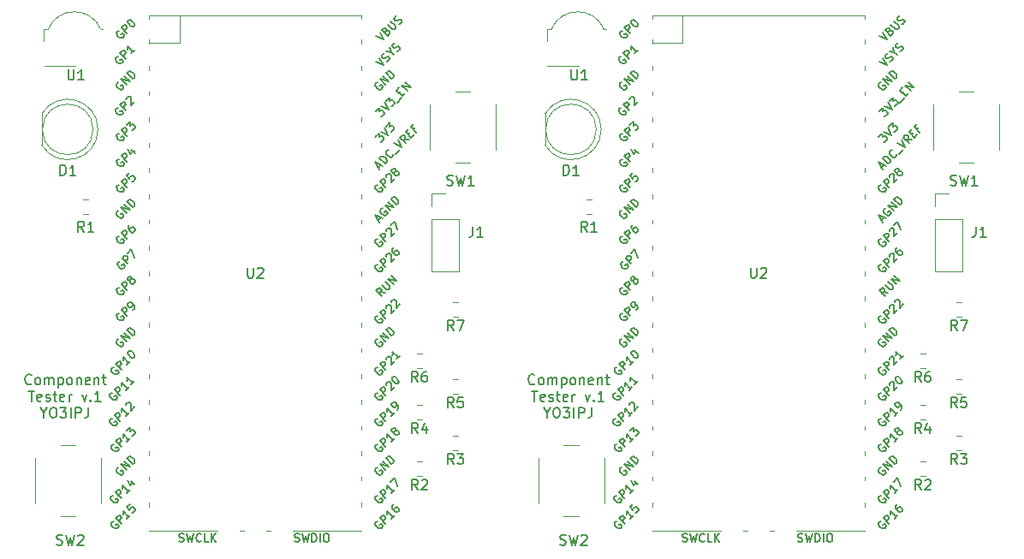
<source format=gto>
G04 #@! TF.GenerationSoftware,KiCad,Pcbnew,5.1.5+dfsg1-2build2*
G04 #@! TF.CreationDate,2022-06-18T16:31:26+03:00*
G04 #@! TF.ProjectId,pico-panel,7069636f-2d70-4616-9e65-6c2e6b696361,rev?*
G04 #@! TF.SameCoordinates,Original*
G04 #@! TF.FileFunction,Legend,Top*
G04 #@! TF.FilePolarity,Positive*
%FSLAX46Y46*%
G04 Gerber Fmt 4.6, Leading zero omitted, Abs format (unit mm)*
G04 Created by KiCad (PCBNEW 5.1.5+dfsg1-2build2) date 2022-06-18 16:31:26*
%MOMM*%
%LPD*%
G04 APERTURE LIST*
%ADD10C,0.150000*%
%ADD11C,0.120000*%
%ADD12C,0.602000*%
%ADD13R,1.802000X1.802000*%
%ADD14O,1.802000X1.802000*%
%ADD15C,2.102000*%
%ADD16C,1.902000*%
%ADD17R,3.602000X1.802000*%
%ADD18O,1.902000X1.902000*%
%ADD19O,1.602000X1.602000*%
%ADD20R,1.802000X3.602000*%
%ADD21R,1.902000X1.902000*%
%ADD22C,3.302000*%
G04 APERTURE END LIST*
D10*
X66002668Y-54349142D02*
X65955049Y-54396761D01*
X65812192Y-54444380D01*
X65716954Y-54444380D01*
X65574097Y-54396761D01*
X65478859Y-54301523D01*
X65431240Y-54206285D01*
X65383621Y-54015809D01*
X65383621Y-53872952D01*
X65431240Y-53682476D01*
X65478859Y-53587238D01*
X65574097Y-53492000D01*
X65716954Y-53444380D01*
X65812192Y-53444380D01*
X65955049Y-53492000D01*
X66002668Y-53539619D01*
X66574097Y-54444380D02*
X66478859Y-54396761D01*
X66431240Y-54349142D01*
X66383621Y-54253904D01*
X66383621Y-53968190D01*
X66431240Y-53872952D01*
X66478859Y-53825333D01*
X66574097Y-53777714D01*
X66716954Y-53777714D01*
X66812192Y-53825333D01*
X66859811Y-53872952D01*
X66907430Y-53968190D01*
X66907430Y-54253904D01*
X66859811Y-54349142D01*
X66812192Y-54396761D01*
X66716954Y-54444380D01*
X66574097Y-54444380D01*
X67336002Y-54444380D02*
X67336002Y-53777714D01*
X67336002Y-53872952D02*
X67383621Y-53825333D01*
X67478859Y-53777714D01*
X67621716Y-53777714D01*
X67716954Y-53825333D01*
X67764573Y-53920571D01*
X67764573Y-54444380D01*
X67764573Y-53920571D02*
X67812192Y-53825333D01*
X67907430Y-53777714D01*
X68050287Y-53777714D01*
X68145525Y-53825333D01*
X68193144Y-53920571D01*
X68193144Y-54444380D01*
X68669335Y-53777714D02*
X68669335Y-54777714D01*
X68669335Y-53825333D02*
X68764573Y-53777714D01*
X68955049Y-53777714D01*
X69050287Y-53825333D01*
X69097906Y-53872952D01*
X69145525Y-53968190D01*
X69145525Y-54253904D01*
X69097906Y-54349142D01*
X69050287Y-54396761D01*
X68955049Y-54444380D01*
X68764573Y-54444380D01*
X68669335Y-54396761D01*
X69716954Y-54444380D02*
X69621716Y-54396761D01*
X69574097Y-54349142D01*
X69526478Y-54253904D01*
X69526478Y-53968190D01*
X69574097Y-53872952D01*
X69621716Y-53825333D01*
X69716954Y-53777714D01*
X69859811Y-53777714D01*
X69955049Y-53825333D01*
X70002668Y-53872952D01*
X70050287Y-53968190D01*
X70050287Y-54253904D01*
X70002668Y-54349142D01*
X69955049Y-54396761D01*
X69859811Y-54444380D01*
X69716954Y-54444380D01*
X70478859Y-53777714D02*
X70478859Y-54444380D01*
X70478859Y-53872952D02*
X70526478Y-53825333D01*
X70621716Y-53777714D01*
X70764573Y-53777714D01*
X70859811Y-53825333D01*
X70907430Y-53920571D01*
X70907430Y-54444380D01*
X71764573Y-54396761D02*
X71669335Y-54444380D01*
X71478859Y-54444380D01*
X71383621Y-54396761D01*
X71336002Y-54301523D01*
X71336002Y-53920571D01*
X71383621Y-53825333D01*
X71478859Y-53777714D01*
X71669335Y-53777714D01*
X71764573Y-53825333D01*
X71812192Y-53920571D01*
X71812192Y-54015809D01*
X71336002Y-54111047D01*
X72240763Y-53777714D02*
X72240763Y-54444380D01*
X72240763Y-53872952D02*
X72288382Y-53825333D01*
X72383621Y-53777714D01*
X72526478Y-53777714D01*
X72621716Y-53825333D01*
X72669335Y-53920571D01*
X72669335Y-54444380D01*
X73002668Y-53777714D02*
X73383621Y-53777714D01*
X73145525Y-53444380D02*
X73145525Y-54301523D01*
X73193144Y-54396761D01*
X73288382Y-54444380D01*
X73383621Y-54444380D01*
X65716954Y-55094380D02*
X66288382Y-55094380D01*
X66002668Y-56094380D02*
X66002668Y-55094380D01*
X67002668Y-56046761D02*
X66907430Y-56094380D01*
X66716954Y-56094380D01*
X66621716Y-56046761D01*
X66574097Y-55951523D01*
X66574097Y-55570571D01*
X66621716Y-55475333D01*
X66716954Y-55427714D01*
X66907430Y-55427714D01*
X67002668Y-55475333D01*
X67050287Y-55570571D01*
X67050287Y-55665809D01*
X66574097Y-55761047D01*
X67431240Y-56046761D02*
X67526478Y-56094380D01*
X67716954Y-56094380D01*
X67812192Y-56046761D01*
X67859811Y-55951523D01*
X67859811Y-55903904D01*
X67812192Y-55808666D01*
X67716954Y-55761047D01*
X67574097Y-55761047D01*
X67478859Y-55713428D01*
X67431240Y-55618190D01*
X67431240Y-55570571D01*
X67478859Y-55475333D01*
X67574097Y-55427714D01*
X67716954Y-55427714D01*
X67812192Y-55475333D01*
X68145525Y-55427714D02*
X68526478Y-55427714D01*
X68288382Y-55094380D02*
X68288382Y-55951523D01*
X68336002Y-56046761D01*
X68431240Y-56094380D01*
X68526478Y-56094380D01*
X69240763Y-56046761D02*
X69145525Y-56094380D01*
X68955049Y-56094380D01*
X68859811Y-56046761D01*
X68812192Y-55951523D01*
X68812192Y-55570571D01*
X68859811Y-55475333D01*
X68955049Y-55427714D01*
X69145525Y-55427714D01*
X69240763Y-55475333D01*
X69288382Y-55570571D01*
X69288382Y-55665809D01*
X68812192Y-55761047D01*
X69716954Y-56094380D02*
X69716954Y-55427714D01*
X69716954Y-55618190D02*
X69764573Y-55522952D01*
X69812192Y-55475333D01*
X69907430Y-55427714D01*
X70002668Y-55427714D01*
X71002668Y-55427714D02*
X71240763Y-56094380D01*
X71478859Y-55427714D01*
X71859811Y-55999142D02*
X71907430Y-56046761D01*
X71859811Y-56094380D01*
X71812192Y-56046761D01*
X71859811Y-55999142D01*
X71859811Y-56094380D01*
X72859811Y-56094380D02*
X72288382Y-56094380D01*
X72574097Y-56094380D02*
X72574097Y-55094380D01*
X72478859Y-55237238D01*
X72383621Y-55332476D01*
X72288382Y-55380095D01*
X67216954Y-57268190D02*
X67216954Y-57744380D01*
X66883621Y-56744380D02*
X67216954Y-57268190D01*
X67550287Y-56744380D01*
X68074097Y-56744380D02*
X68264573Y-56744380D01*
X68359811Y-56792000D01*
X68455049Y-56887238D01*
X68502668Y-57077714D01*
X68502668Y-57411047D01*
X68455049Y-57601523D01*
X68359811Y-57696761D01*
X68264573Y-57744380D01*
X68074097Y-57744380D01*
X67978859Y-57696761D01*
X67883621Y-57601523D01*
X67836002Y-57411047D01*
X67836002Y-57077714D01*
X67883621Y-56887238D01*
X67978859Y-56792000D01*
X68074097Y-56744380D01*
X68836002Y-56744380D02*
X69455049Y-56744380D01*
X69121716Y-57125333D01*
X69264573Y-57125333D01*
X69359811Y-57172952D01*
X69407430Y-57220571D01*
X69455049Y-57315809D01*
X69455049Y-57553904D01*
X69407430Y-57649142D01*
X69359811Y-57696761D01*
X69264573Y-57744380D01*
X68978859Y-57744380D01*
X68883621Y-57696761D01*
X68836002Y-57649142D01*
X69883621Y-57744380D02*
X69883621Y-56744380D01*
X70359811Y-57744380D02*
X70359811Y-56744380D01*
X70740763Y-56744380D01*
X70836002Y-56792000D01*
X70883621Y-56839619D01*
X70931240Y-56934857D01*
X70931240Y-57077714D01*
X70883621Y-57172952D01*
X70836002Y-57220571D01*
X70740763Y-57268190D01*
X70359811Y-57268190D01*
X71645525Y-56744380D02*
X71645525Y-57458666D01*
X71597906Y-57601523D01*
X71502668Y-57696761D01*
X71359811Y-57744380D01*
X71264573Y-57744380D01*
X16234666Y-54349142D02*
X16187047Y-54396761D01*
X16044190Y-54444380D01*
X15948952Y-54444380D01*
X15806095Y-54396761D01*
X15710857Y-54301523D01*
X15663238Y-54206285D01*
X15615619Y-54015809D01*
X15615619Y-53872952D01*
X15663238Y-53682476D01*
X15710857Y-53587238D01*
X15806095Y-53492000D01*
X15948952Y-53444380D01*
X16044190Y-53444380D01*
X16187047Y-53492000D01*
X16234666Y-53539619D01*
X16806095Y-54444380D02*
X16710857Y-54396761D01*
X16663238Y-54349142D01*
X16615619Y-54253904D01*
X16615619Y-53968190D01*
X16663238Y-53872952D01*
X16710857Y-53825333D01*
X16806095Y-53777714D01*
X16948952Y-53777714D01*
X17044190Y-53825333D01*
X17091809Y-53872952D01*
X17139428Y-53968190D01*
X17139428Y-54253904D01*
X17091809Y-54349142D01*
X17044190Y-54396761D01*
X16948952Y-54444380D01*
X16806095Y-54444380D01*
X17568000Y-54444380D02*
X17568000Y-53777714D01*
X17568000Y-53872952D02*
X17615619Y-53825333D01*
X17710857Y-53777714D01*
X17853714Y-53777714D01*
X17948952Y-53825333D01*
X17996571Y-53920571D01*
X17996571Y-54444380D01*
X17996571Y-53920571D02*
X18044190Y-53825333D01*
X18139428Y-53777714D01*
X18282285Y-53777714D01*
X18377523Y-53825333D01*
X18425142Y-53920571D01*
X18425142Y-54444380D01*
X18901333Y-53777714D02*
X18901333Y-54777714D01*
X18901333Y-53825333D02*
X18996571Y-53777714D01*
X19187047Y-53777714D01*
X19282285Y-53825333D01*
X19329904Y-53872952D01*
X19377523Y-53968190D01*
X19377523Y-54253904D01*
X19329904Y-54349142D01*
X19282285Y-54396761D01*
X19187047Y-54444380D01*
X18996571Y-54444380D01*
X18901333Y-54396761D01*
X19948952Y-54444380D02*
X19853714Y-54396761D01*
X19806095Y-54349142D01*
X19758476Y-54253904D01*
X19758476Y-53968190D01*
X19806095Y-53872952D01*
X19853714Y-53825333D01*
X19948952Y-53777714D01*
X20091809Y-53777714D01*
X20187047Y-53825333D01*
X20234666Y-53872952D01*
X20282285Y-53968190D01*
X20282285Y-54253904D01*
X20234666Y-54349142D01*
X20187047Y-54396761D01*
X20091809Y-54444380D01*
X19948952Y-54444380D01*
X20710857Y-53777714D02*
X20710857Y-54444380D01*
X20710857Y-53872952D02*
X20758476Y-53825333D01*
X20853714Y-53777714D01*
X20996571Y-53777714D01*
X21091809Y-53825333D01*
X21139428Y-53920571D01*
X21139428Y-54444380D01*
X21996571Y-54396761D02*
X21901333Y-54444380D01*
X21710857Y-54444380D01*
X21615619Y-54396761D01*
X21568000Y-54301523D01*
X21568000Y-53920571D01*
X21615619Y-53825333D01*
X21710857Y-53777714D01*
X21901333Y-53777714D01*
X21996571Y-53825333D01*
X22044190Y-53920571D01*
X22044190Y-54015809D01*
X21568000Y-54111047D01*
X22472761Y-53777714D02*
X22472761Y-54444380D01*
X22472761Y-53872952D02*
X22520380Y-53825333D01*
X22615619Y-53777714D01*
X22758476Y-53777714D01*
X22853714Y-53825333D01*
X22901333Y-53920571D01*
X22901333Y-54444380D01*
X23234666Y-53777714D02*
X23615619Y-53777714D01*
X23377523Y-53444380D02*
X23377523Y-54301523D01*
X23425142Y-54396761D01*
X23520380Y-54444380D01*
X23615619Y-54444380D01*
X15948952Y-55094380D02*
X16520380Y-55094380D01*
X16234666Y-56094380D02*
X16234666Y-55094380D01*
X17234666Y-56046761D02*
X17139428Y-56094380D01*
X16948952Y-56094380D01*
X16853714Y-56046761D01*
X16806095Y-55951523D01*
X16806095Y-55570571D01*
X16853714Y-55475333D01*
X16948952Y-55427714D01*
X17139428Y-55427714D01*
X17234666Y-55475333D01*
X17282285Y-55570571D01*
X17282285Y-55665809D01*
X16806095Y-55761047D01*
X17663238Y-56046761D02*
X17758476Y-56094380D01*
X17948952Y-56094380D01*
X18044190Y-56046761D01*
X18091809Y-55951523D01*
X18091809Y-55903904D01*
X18044190Y-55808666D01*
X17948952Y-55761047D01*
X17806095Y-55761047D01*
X17710857Y-55713428D01*
X17663238Y-55618190D01*
X17663238Y-55570571D01*
X17710857Y-55475333D01*
X17806095Y-55427714D01*
X17948952Y-55427714D01*
X18044190Y-55475333D01*
X18377523Y-55427714D02*
X18758476Y-55427714D01*
X18520380Y-55094380D02*
X18520380Y-55951523D01*
X18568000Y-56046761D01*
X18663238Y-56094380D01*
X18758476Y-56094380D01*
X19472761Y-56046761D02*
X19377523Y-56094380D01*
X19187047Y-56094380D01*
X19091809Y-56046761D01*
X19044190Y-55951523D01*
X19044190Y-55570571D01*
X19091809Y-55475333D01*
X19187047Y-55427714D01*
X19377523Y-55427714D01*
X19472761Y-55475333D01*
X19520380Y-55570571D01*
X19520380Y-55665809D01*
X19044190Y-55761047D01*
X19948952Y-56094380D02*
X19948952Y-55427714D01*
X19948952Y-55618190D02*
X19996571Y-55522952D01*
X20044190Y-55475333D01*
X20139428Y-55427714D01*
X20234666Y-55427714D01*
X21234666Y-55427714D02*
X21472761Y-56094380D01*
X21710857Y-55427714D01*
X22091809Y-55999142D02*
X22139428Y-56046761D01*
X22091809Y-56094380D01*
X22044190Y-56046761D01*
X22091809Y-55999142D01*
X22091809Y-56094380D01*
X23091809Y-56094380D02*
X22520380Y-56094380D01*
X22806095Y-56094380D02*
X22806095Y-55094380D01*
X22710857Y-55237238D01*
X22615619Y-55332476D01*
X22520380Y-55380095D01*
X17448952Y-57268190D02*
X17448952Y-57744380D01*
X17115619Y-56744380D02*
X17448952Y-57268190D01*
X17782285Y-56744380D01*
X18306095Y-56744380D02*
X18496571Y-56744380D01*
X18591809Y-56792000D01*
X18687047Y-56887238D01*
X18734666Y-57077714D01*
X18734666Y-57411047D01*
X18687047Y-57601523D01*
X18591809Y-57696761D01*
X18496571Y-57744380D01*
X18306095Y-57744380D01*
X18210857Y-57696761D01*
X18115619Y-57601523D01*
X18068000Y-57411047D01*
X18068000Y-57077714D01*
X18115619Y-56887238D01*
X18210857Y-56792000D01*
X18306095Y-56744380D01*
X19068000Y-56744380D02*
X19687047Y-56744380D01*
X19353714Y-57125333D01*
X19496571Y-57125333D01*
X19591809Y-57172952D01*
X19639428Y-57220571D01*
X19687047Y-57315809D01*
X19687047Y-57553904D01*
X19639428Y-57649142D01*
X19591809Y-57696761D01*
X19496571Y-57744380D01*
X19210857Y-57744380D01*
X19115619Y-57696761D01*
X19068000Y-57649142D01*
X20115619Y-57744380D02*
X20115619Y-56744380D01*
X20591809Y-57744380D02*
X20591809Y-56744380D01*
X20972761Y-56744380D01*
X21068000Y-56792000D01*
X21115619Y-56839619D01*
X21163238Y-56934857D01*
X21163238Y-57077714D01*
X21115619Y-57172952D01*
X21068000Y-57220571D01*
X20972761Y-57268190D01*
X20591809Y-57268190D01*
X21877523Y-56744380D02*
X21877523Y-57458666D01*
X21829904Y-57601523D01*
X21734666Y-57696761D01*
X21591809Y-57744380D01*
X21496571Y-57744380D01*
D11*
X105598002Y-43256000D02*
X108258002Y-43256000D01*
X105598002Y-38116000D02*
X105598002Y-43256000D01*
X108258002Y-38116000D02*
X108258002Y-43256000D01*
X105598002Y-38116000D02*
X108258002Y-38116000D01*
X105598002Y-36846000D02*
X105598002Y-35516000D01*
X105598002Y-35516000D02*
X106928002Y-35516000D01*
X71115750Y-36136000D02*
X71638254Y-36136000D01*
X71115750Y-37556000D02*
X71638254Y-37556000D01*
X104658254Y-63464000D02*
X104135750Y-63464000D01*
X104658254Y-62044000D02*
X104135750Y-62044000D01*
X108205254Y-60924000D02*
X107682750Y-60924000D01*
X108205254Y-59504000D02*
X107682750Y-59504000D01*
X104658254Y-57876000D02*
X104135750Y-57876000D01*
X104658254Y-56456000D02*
X104135750Y-56456000D01*
X108196254Y-55336000D02*
X107673750Y-55336000D01*
X108196254Y-53916000D02*
X107673750Y-53916000D01*
X104640254Y-52796000D02*
X104117750Y-52796000D01*
X104640254Y-51376000D02*
X104117750Y-51376000D01*
X108196254Y-47716000D02*
X107673750Y-47716000D01*
X108196254Y-46296000D02*
X107673750Y-46296000D01*
X111920002Y-31274000D02*
X111920002Y-26774000D01*
X107920002Y-32524000D02*
X109420002Y-32524000D01*
X105420002Y-26774000D02*
X105420002Y-31274000D01*
X109420002Y-25524000D02*
X107920002Y-25524000D01*
X67192002Y-19306000D02*
X67192002Y-20506000D01*
X67192002Y-19306000D02*
X67652002Y-19306000D01*
X67272002Y-22966000D02*
X70352002Y-22966000D01*
X72852002Y-19306000D02*
G75*
G03X67652002Y-19306000I-2600000J-1100000D01*
G01*
X72852002Y-19306000D02*
X73072002Y-19306000D01*
X89232002Y-68950000D02*
X89632002Y-68950000D01*
X86632002Y-68950000D02*
X87032002Y-68950000D01*
X98632002Y-68950000D02*
X91832002Y-68950000D01*
X98632002Y-58550000D02*
X98632002Y-58950000D01*
X98632002Y-50850000D02*
X98632002Y-51250000D01*
X98632002Y-25450000D02*
X98632002Y-25850000D01*
X98632002Y-17950000D02*
X98632002Y-18250000D01*
X98632002Y-40750000D02*
X98632002Y-41150000D01*
X98632002Y-55950000D02*
X98632002Y-56350000D01*
X98632002Y-35650000D02*
X98632002Y-36050000D01*
X98632002Y-30550000D02*
X98632002Y-30950000D01*
X98632002Y-43250000D02*
X98632002Y-43650000D01*
X98632002Y-48350000D02*
X98632002Y-48750000D01*
X98632002Y-63550000D02*
X98632002Y-63950000D01*
X98632002Y-66150000D02*
X98632002Y-66550000D01*
X98632002Y-61050000D02*
X98632002Y-61450000D01*
X98632002Y-28050000D02*
X98632002Y-28450000D01*
X98632002Y-20350000D02*
X98632002Y-20750000D01*
X98632002Y-22950000D02*
X98632002Y-23350000D01*
X98632002Y-53450000D02*
X98632002Y-53850000D01*
X98632002Y-45750000D02*
X98632002Y-46150000D01*
X98632002Y-38150000D02*
X98632002Y-38550000D01*
X98632002Y-33050000D02*
X98632002Y-33450000D01*
X77632002Y-66150000D02*
X77632002Y-66550000D01*
X77632002Y-63550000D02*
X77632002Y-63950000D01*
X77632002Y-61050000D02*
X77632002Y-61450000D01*
X77632002Y-58550000D02*
X77632002Y-58950000D01*
X77632002Y-55950000D02*
X77632002Y-56350000D01*
X77632002Y-53450000D02*
X77632002Y-53850000D01*
X77632002Y-50850000D02*
X77632002Y-51250000D01*
X77632002Y-48350000D02*
X77632002Y-48750000D01*
X77632002Y-45750000D02*
X77632002Y-46150000D01*
X77632002Y-43250000D02*
X77632002Y-43650000D01*
X77632002Y-40750000D02*
X77632002Y-41150000D01*
X77632002Y-38150000D02*
X77632002Y-38550000D01*
X77632002Y-35650000D02*
X77632002Y-36050000D01*
X77632002Y-33050000D02*
X77632002Y-33450000D01*
X77632002Y-30550000D02*
X77632002Y-30950000D01*
X77632002Y-28050000D02*
X77632002Y-28450000D01*
X77632002Y-25450000D02*
X77632002Y-25850000D01*
X77632002Y-22950000D02*
X77632002Y-23350000D01*
X77632002Y-20350000D02*
X77632002Y-20750000D01*
X77632002Y-17950000D02*
X77632002Y-18250000D01*
X80639002Y-20617000D02*
X80639002Y-17950000D01*
X77632002Y-20617000D02*
X80639002Y-20617000D01*
X84432002Y-68950000D02*
X77632002Y-68950000D01*
X77632002Y-17950000D02*
X98632002Y-17950000D01*
X66376002Y-61722000D02*
X66376002Y-66222000D01*
X70376002Y-60472000D02*
X68876002Y-60472000D01*
X72876002Y-66222000D02*
X72876002Y-61722000D01*
X68876002Y-67472000D02*
X70376002Y-67472000D01*
X72580002Y-29226462D02*
G75*
G03X67030002Y-27681170I-2990000J462D01*
G01*
X72580002Y-29225538D02*
G75*
G02X67030002Y-30770830I-2990000J-462D01*
G01*
X72090002Y-29226000D02*
G75*
G03X72090002Y-29226000I-2500000J0D01*
G01*
X67030002Y-27681000D02*
X67030002Y-30771000D01*
X55830000Y-43256000D02*
X58490000Y-43256000D01*
X55830000Y-38116000D02*
X55830000Y-43256000D01*
X58490000Y-38116000D02*
X58490000Y-43256000D01*
X55830000Y-38116000D02*
X58490000Y-38116000D01*
X55830000Y-36846000D02*
X55830000Y-35516000D01*
X55830000Y-35516000D02*
X57160000Y-35516000D01*
X21347748Y-36136000D02*
X21870252Y-36136000D01*
X21347748Y-37556000D02*
X21870252Y-37556000D01*
X54890252Y-63464000D02*
X54367748Y-63464000D01*
X54890252Y-62044000D02*
X54367748Y-62044000D01*
X58437252Y-60924000D02*
X57914748Y-60924000D01*
X58437252Y-59504000D02*
X57914748Y-59504000D01*
X54890252Y-57876000D02*
X54367748Y-57876000D01*
X54890252Y-56456000D02*
X54367748Y-56456000D01*
X58428252Y-55336000D02*
X57905748Y-55336000D01*
X58428252Y-53916000D02*
X57905748Y-53916000D01*
X54872252Y-52796000D02*
X54349748Y-52796000D01*
X54872252Y-51376000D02*
X54349748Y-51376000D01*
X58428252Y-47716000D02*
X57905748Y-47716000D01*
X58428252Y-46296000D02*
X57905748Y-46296000D01*
X62152000Y-31274000D02*
X62152000Y-26774000D01*
X58152000Y-32524000D02*
X59652000Y-32524000D01*
X55652000Y-26774000D02*
X55652000Y-31274000D01*
X59652000Y-25524000D02*
X58152000Y-25524000D01*
X17424000Y-19306000D02*
X17424000Y-20506000D01*
X17424000Y-19306000D02*
X17884000Y-19306000D01*
X17504000Y-22966000D02*
X20584000Y-22966000D01*
X23084000Y-19306000D02*
G75*
G03X17884000Y-19306000I-2600000J-1100000D01*
G01*
X23084000Y-19306000D02*
X23304000Y-19306000D01*
X39464000Y-68950000D02*
X39864000Y-68950000D01*
X36864000Y-68950000D02*
X37264000Y-68950000D01*
X48864000Y-68950000D02*
X42064000Y-68950000D01*
X48864000Y-58550000D02*
X48864000Y-58950000D01*
X48864000Y-50850000D02*
X48864000Y-51250000D01*
X48864000Y-25450000D02*
X48864000Y-25850000D01*
X48864000Y-17950000D02*
X48864000Y-18250000D01*
X48864000Y-40750000D02*
X48864000Y-41150000D01*
X48864000Y-55950000D02*
X48864000Y-56350000D01*
X48864000Y-35650000D02*
X48864000Y-36050000D01*
X48864000Y-30550000D02*
X48864000Y-30950000D01*
X48864000Y-43250000D02*
X48864000Y-43650000D01*
X48864000Y-48350000D02*
X48864000Y-48750000D01*
X48864000Y-63550000D02*
X48864000Y-63950000D01*
X48864000Y-66150000D02*
X48864000Y-66550000D01*
X48864000Y-61050000D02*
X48864000Y-61450000D01*
X48864000Y-28050000D02*
X48864000Y-28450000D01*
X48864000Y-20350000D02*
X48864000Y-20750000D01*
X48864000Y-22950000D02*
X48864000Y-23350000D01*
X48864000Y-53450000D02*
X48864000Y-53850000D01*
X48864000Y-45750000D02*
X48864000Y-46150000D01*
X48864000Y-38150000D02*
X48864000Y-38550000D01*
X48864000Y-33050000D02*
X48864000Y-33450000D01*
X27864000Y-66150000D02*
X27864000Y-66550000D01*
X27864000Y-63550000D02*
X27864000Y-63950000D01*
X27864000Y-61050000D02*
X27864000Y-61450000D01*
X27864000Y-58550000D02*
X27864000Y-58950000D01*
X27864000Y-55950000D02*
X27864000Y-56350000D01*
X27864000Y-53450000D02*
X27864000Y-53850000D01*
X27864000Y-50850000D02*
X27864000Y-51250000D01*
X27864000Y-48350000D02*
X27864000Y-48750000D01*
X27864000Y-45750000D02*
X27864000Y-46150000D01*
X27864000Y-43250000D02*
X27864000Y-43650000D01*
X27864000Y-40750000D02*
X27864000Y-41150000D01*
X27864000Y-38150000D02*
X27864000Y-38550000D01*
X27864000Y-35650000D02*
X27864000Y-36050000D01*
X27864000Y-33050000D02*
X27864000Y-33450000D01*
X27864000Y-30550000D02*
X27864000Y-30950000D01*
X27864000Y-28050000D02*
X27864000Y-28450000D01*
X27864000Y-25450000D02*
X27864000Y-25850000D01*
X27864000Y-22950000D02*
X27864000Y-23350000D01*
X27864000Y-20350000D02*
X27864000Y-20750000D01*
X27864000Y-17950000D02*
X27864000Y-18250000D01*
X30871000Y-20617000D02*
X30871000Y-17950000D01*
X27864000Y-20617000D02*
X30871000Y-20617000D01*
X34664000Y-68950000D02*
X27864000Y-68950000D01*
X27864000Y-17950000D02*
X48864000Y-17950000D01*
X16608000Y-61722000D02*
X16608000Y-66222000D01*
X20608000Y-60472000D02*
X19108000Y-60472000D01*
X23108000Y-66222000D02*
X23108000Y-61722000D01*
X19108000Y-67472000D02*
X20608000Y-67472000D01*
X22812000Y-29226462D02*
G75*
G03X17262000Y-27681170I-2990000J462D01*
G01*
X22812000Y-29225538D02*
G75*
G02X17262000Y-30770830I-2990000J-462D01*
G01*
X22322000Y-29226000D02*
G75*
G03X22322000Y-29226000I-2500000J0D01*
G01*
X17262000Y-27681000D02*
X17262000Y-30771000D01*
D10*
X109642668Y-38838380D02*
X109642668Y-39552666D01*
X109595049Y-39695523D01*
X109499811Y-39790761D01*
X109356954Y-39838380D01*
X109261716Y-39838380D01*
X110642668Y-39838380D02*
X110071240Y-39838380D01*
X110356954Y-39838380D02*
X110356954Y-38838380D01*
X110261716Y-38981238D01*
X110166478Y-39076476D01*
X110071240Y-39124095D01*
X71210335Y-39330380D02*
X70877002Y-38854190D01*
X70638906Y-39330380D02*
X70638906Y-38330380D01*
X71019859Y-38330380D01*
X71115097Y-38378000D01*
X71162716Y-38425619D01*
X71210335Y-38520857D01*
X71210335Y-38663714D01*
X71162716Y-38758952D01*
X71115097Y-38806571D01*
X71019859Y-38854190D01*
X70638906Y-38854190D01*
X72162716Y-39330380D02*
X71591287Y-39330380D01*
X71877002Y-39330380D02*
X71877002Y-38330380D01*
X71781763Y-38473238D01*
X71686525Y-38568476D01*
X71591287Y-38616095D01*
X104230335Y-64856380D02*
X103897002Y-64380190D01*
X103658906Y-64856380D02*
X103658906Y-63856380D01*
X104039859Y-63856380D01*
X104135097Y-63904000D01*
X104182716Y-63951619D01*
X104230335Y-64046857D01*
X104230335Y-64189714D01*
X104182716Y-64284952D01*
X104135097Y-64332571D01*
X104039859Y-64380190D01*
X103658906Y-64380190D01*
X104611287Y-63951619D02*
X104658906Y-63904000D01*
X104754144Y-63856380D01*
X104992240Y-63856380D01*
X105087478Y-63904000D01*
X105135097Y-63951619D01*
X105182716Y-64046857D01*
X105182716Y-64142095D01*
X105135097Y-64284952D01*
X104563668Y-64856380D01*
X105182716Y-64856380D01*
X107777335Y-62316380D02*
X107444002Y-61840190D01*
X107205906Y-62316380D02*
X107205906Y-61316380D01*
X107586859Y-61316380D01*
X107682097Y-61364000D01*
X107729716Y-61411619D01*
X107777335Y-61506857D01*
X107777335Y-61649714D01*
X107729716Y-61744952D01*
X107682097Y-61792571D01*
X107586859Y-61840190D01*
X107205906Y-61840190D01*
X108110668Y-61316380D02*
X108729716Y-61316380D01*
X108396382Y-61697333D01*
X108539240Y-61697333D01*
X108634478Y-61744952D01*
X108682097Y-61792571D01*
X108729716Y-61887809D01*
X108729716Y-62125904D01*
X108682097Y-62221142D01*
X108634478Y-62268761D01*
X108539240Y-62316380D01*
X108253525Y-62316380D01*
X108158287Y-62268761D01*
X108110668Y-62221142D01*
X104230335Y-59268380D02*
X103897002Y-58792190D01*
X103658906Y-59268380D02*
X103658906Y-58268380D01*
X104039859Y-58268380D01*
X104135097Y-58316000D01*
X104182716Y-58363619D01*
X104230335Y-58458857D01*
X104230335Y-58601714D01*
X104182716Y-58696952D01*
X104135097Y-58744571D01*
X104039859Y-58792190D01*
X103658906Y-58792190D01*
X105087478Y-58601714D02*
X105087478Y-59268380D01*
X104849382Y-58220761D02*
X104611287Y-58935047D01*
X105230335Y-58935047D01*
X107768335Y-56728380D02*
X107435002Y-56252190D01*
X107196906Y-56728380D02*
X107196906Y-55728380D01*
X107577859Y-55728380D01*
X107673097Y-55776000D01*
X107720716Y-55823619D01*
X107768335Y-55918857D01*
X107768335Y-56061714D01*
X107720716Y-56156952D01*
X107673097Y-56204571D01*
X107577859Y-56252190D01*
X107196906Y-56252190D01*
X108673097Y-55728380D02*
X108196906Y-55728380D01*
X108149287Y-56204571D01*
X108196906Y-56156952D01*
X108292144Y-56109333D01*
X108530240Y-56109333D01*
X108625478Y-56156952D01*
X108673097Y-56204571D01*
X108720716Y-56299809D01*
X108720716Y-56537904D01*
X108673097Y-56633142D01*
X108625478Y-56680761D01*
X108530240Y-56728380D01*
X108292144Y-56728380D01*
X108196906Y-56680761D01*
X108149287Y-56633142D01*
X104212335Y-54188380D02*
X103879002Y-53712190D01*
X103640906Y-54188380D02*
X103640906Y-53188380D01*
X104021859Y-53188380D01*
X104117097Y-53236000D01*
X104164716Y-53283619D01*
X104212335Y-53378857D01*
X104212335Y-53521714D01*
X104164716Y-53616952D01*
X104117097Y-53664571D01*
X104021859Y-53712190D01*
X103640906Y-53712190D01*
X105069478Y-53188380D02*
X104879002Y-53188380D01*
X104783763Y-53236000D01*
X104736144Y-53283619D01*
X104640906Y-53426476D01*
X104593287Y-53616952D01*
X104593287Y-53997904D01*
X104640906Y-54093142D01*
X104688525Y-54140761D01*
X104783763Y-54188380D01*
X104974240Y-54188380D01*
X105069478Y-54140761D01*
X105117097Y-54093142D01*
X105164716Y-53997904D01*
X105164716Y-53759809D01*
X105117097Y-53664571D01*
X105069478Y-53616952D01*
X104974240Y-53569333D01*
X104783763Y-53569333D01*
X104688525Y-53616952D01*
X104640906Y-53664571D01*
X104593287Y-53759809D01*
X107768335Y-49108380D02*
X107435002Y-48632190D01*
X107196906Y-49108380D02*
X107196906Y-48108380D01*
X107577859Y-48108380D01*
X107673097Y-48156000D01*
X107720716Y-48203619D01*
X107768335Y-48298857D01*
X107768335Y-48441714D01*
X107720716Y-48536952D01*
X107673097Y-48584571D01*
X107577859Y-48632190D01*
X107196906Y-48632190D01*
X108101668Y-48108380D02*
X108768335Y-48108380D01*
X108339763Y-49108380D01*
X107118668Y-34710761D02*
X107261525Y-34758380D01*
X107499621Y-34758380D01*
X107594859Y-34710761D01*
X107642478Y-34663142D01*
X107690097Y-34567904D01*
X107690097Y-34472666D01*
X107642478Y-34377428D01*
X107594859Y-34329809D01*
X107499621Y-34282190D01*
X107309144Y-34234571D01*
X107213906Y-34186952D01*
X107166287Y-34139333D01*
X107118668Y-34044095D01*
X107118668Y-33948857D01*
X107166287Y-33853619D01*
X107213906Y-33806000D01*
X107309144Y-33758380D01*
X107547240Y-33758380D01*
X107690097Y-33806000D01*
X108023430Y-33758380D02*
X108261525Y-34758380D01*
X108452002Y-34044095D01*
X108642478Y-34758380D01*
X108880573Y-33758380D01*
X109785335Y-34758380D02*
X109213906Y-34758380D01*
X109499621Y-34758380D02*
X109499621Y-33758380D01*
X109404382Y-33901238D01*
X109309144Y-33996476D01*
X109213906Y-34044095D01*
X69630097Y-23308380D02*
X69630097Y-24117904D01*
X69677716Y-24213142D01*
X69725335Y-24260761D01*
X69820573Y-24308380D01*
X70011049Y-24308380D01*
X70106287Y-24260761D01*
X70153906Y-24213142D01*
X70201525Y-24117904D01*
X70201525Y-23308380D01*
X71201525Y-24308380D02*
X70630097Y-24308380D01*
X70915811Y-24308380D02*
X70915811Y-23308380D01*
X70820573Y-23451238D01*
X70725335Y-23546476D01*
X70630097Y-23594095D01*
X87370097Y-42902380D02*
X87370097Y-43711904D01*
X87417716Y-43807142D01*
X87465335Y-43854761D01*
X87560573Y-43902380D01*
X87751049Y-43902380D01*
X87846287Y-43854761D01*
X87893906Y-43807142D01*
X87941525Y-43711904D01*
X87941525Y-42902380D01*
X88370097Y-42997619D02*
X88417716Y-42950000D01*
X88512954Y-42902380D01*
X88751049Y-42902380D01*
X88846287Y-42950000D01*
X88893906Y-42997619D01*
X88941525Y-43092857D01*
X88941525Y-43188095D01*
X88893906Y-43330952D01*
X88322478Y-43902380D01*
X88941525Y-43902380D01*
X74545098Y-21971218D02*
X74464286Y-21998155D01*
X74383473Y-22078967D01*
X74329599Y-22186717D01*
X74329599Y-22294467D01*
X74356536Y-22375279D01*
X74437348Y-22509966D01*
X74518160Y-22590778D01*
X74652847Y-22671590D01*
X74733660Y-22698528D01*
X74841409Y-22698528D01*
X74949159Y-22644653D01*
X75003034Y-22590778D01*
X75056908Y-22483028D01*
X75056908Y-22429154D01*
X74868347Y-22240592D01*
X74760597Y-22348341D01*
X75353220Y-22240592D02*
X74787534Y-21674906D01*
X75003034Y-21459407D01*
X75083846Y-21432470D01*
X75137721Y-21432470D01*
X75218533Y-21459407D01*
X75299345Y-21540219D01*
X75326282Y-21621032D01*
X75326282Y-21674906D01*
X75299345Y-21755719D01*
X75083846Y-21971218D01*
X76215217Y-21378595D02*
X75891968Y-21701844D01*
X76053592Y-21540219D02*
X75487907Y-20974534D01*
X75514844Y-21109221D01*
X75514844Y-21216971D01*
X75487907Y-21297783D01*
X74545098Y-27061218D02*
X74464286Y-27088155D01*
X74383473Y-27168967D01*
X74329599Y-27276717D01*
X74329599Y-27384467D01*
X74356536Y-27465279D01*
X74437348Y-27599966D01*
X74518160Y-27680778D01*
X74652847Y-27761590D01*
X74733660Y-27788528D01*
X74841409Y-27788528D01*
X74949159Y-27734653D01*
X75003034Y-27680778D01*
X75056908Y-27573028D01*
X75056908Y-27519154D01*
X74868347Y-27330592D01*
X74760597Y-27438341D01*
X75353220Y-27330592D02*
X74787534Y-26764906D01*
X75003034Y-26549407D01*
X75083846Y-26522470D01*
X75137721Y-26522470D01*
X75218533Y-26549407D01*
X75299345Y-26630219D01*
X75326282Y-26711032D01*
X75326282Y-26764906D01*
X75299345Y-26845719D01*
X75083846Y-27061218D01*
X75380157Y-26280033D02*
X75380157Y-26226158D01*
X75407095Y-26145346D01*
X75541782Y-26010659D01*
X75622594Y-25983722D01*
X75676469Y-25983722D01*
X75757281Y-26010659D01*
X75811156Y-26064534D01*
X75865030Y-26172284D01*
X75865030Y-26818781D01*
X76215217Y-26468595D01*
X74645098Y-19441218D02*
X74564286Y-19468155D01*
X74483473Y-19548967D01*
X74429599Y-19656717D01*
X74429599Y-19764467D01*
X74456536Y-19845279D01*
X74537348Y-19979966D01*
X74618160Y-20060778D01*
X74752847Y-20141590D01*
X74833660Y-20168528D01*
X74941409Y-20168528D01*
X75049159Y-20114653D01*
X75103034Y-20060778D01*
X75156908Y-19953028D01*
X75156908Y-19899154D01*
X74968347Y-19710592D01*
X74860597Y-19818341D01*
X75453220Y-19710592D02*
X74887534Y-19144906D01*
X75103034Y-18929407D01*
X75183846Y-18902470D01*
X75237721Y-18902470D01*
X75318533Y-18929407D01*
X75399345Y-19010219D01*
X75426282Y-19091032D01*
X75426282Y-19144906D01*
X75399345Y-19225719D01*
X75183846Y-19441218D01*
X75560969Y-18471471D02*
X75614844Y-18417597D01*
X75695656Y-18390659D01*
X75749531Y-18390659D01*
X75830343Y-18417597D01*
X75965030Y-18498409D01*
X76099717Y-18633096D01*
X76180530Y-18767783D01*
X76207467Y-18848595D01*
X76207467Y-18902470D01*
X76180530Y-18983282D01*
X76126655Y-19037157D01*
X76045843Y-19064094D01*
X75991968Y-19064094D01*
X75911156Y-19037157D01*
X75776469Y-18956345D01*
X75641782Y-18821658D01*
X75560969Y-18686971D01*
X75534032Y-18606158D01*
X75534032Y-18552284D01*
X75560969Y-18471471D01*
X74645098Y-29601218D02*
X74564286Y-29628155D01*
X74483473Y-29708967D01*
X74429599Y-29816717D01*
X74429599Y-29924467D01*
X74456536Y-30005279D01*
X74537348Y-30139966D01*
X74618160Y-30220778D01*
X74752847Y-30301590D01*
X74833660Y-30328528D01*
X74941409Y-30328528D01*
X75049159Y-30274653D01*
X75103034Y-30220778D01*
X75156908Y-30113028D01*
X75156908Y-30059154D01*
X74968347Y-29870592D01*
X74860597Y-29978341D01*
X75453220Y-29870592D02*
X74887534Y-29304906D01*
X75103034Y-29089407D01*
X75183846Y-29062470D01*
X75237721Y-29062470D01*
X75318533Y-29089407D01*
X75399345Y-29170219D01*
X75426282Y-29251032D01*
X75426282Y-29304906D01*
X75399345Y-29385719D01*
X75183846Y-29601218D01*
X75399345Y-28793096D02*
X75749531Y-28442910D01*
X75776469Y-28846971D01*
X75857281Y-28766158D01*
X75938093Y-28739221D01*
X75991968Y-28739221D01*
X76072780Y-28766158D01*
X76207467Y-28900845D01*
X76234404Y-28981658D01*
X76234404Y-29035532D01*
X76207467Y-29116345D01*
X76045843Y-29277969D01*
X75965030Y-29304906D01*
X75911156Y-29304906D01*
X74645098Y-32141218D02*
X74564286Y-32168155D01*
X74483473Y-32248967D01*
X74429599Y-32356717D01*
X74429599Y-32464467D01*
X74456536Y-32545279D01*
X74537348Y-32679966D01*
X74618160Y-32760778D01*
X74752847Y-32841590D01*
X74833660Y-32868528D01*
X74941409Y-32868528D01*
X75049159Y-32814653D01*
X75103034Y-32760778D01*
X75156908Y-32653028D01*
X75156908Y-32599154D01*
X74968347Y-32410592D01*
X74860597Y-32518341D01*
X75453220Y-32410592D02*
X74887534Y-31844906D01*
X75103034Y-31629407D01*
X75183846Y-31602470D01*
X75237721Y-31602470D01*
X75318533Y-31629407D01*
X75399345Y-31710219D01*
X75426282Y-31791032D01*
X75426282Y-31844906D01*
X75399345Y-31925719D01*
X75183846Y-32141218D01*
X75884218Y-31225346D02*
X76261342Y-31602470D01*
X75534032Y-31144534D02*
X75803406Y-31683282D01*
X76153592Y-31333096D01*
X74645098Y-34681218D02*
X74564286Y-34708155D01*
X74483473Y-34788967D01*
X74429599Y-34896717D01*
X74429599Y-35004467D01*
X74456536Y-35085279D01*
X74537348Y-35219966D01*
X74618160Y-35300778D01*
X74752847Y-35381590D01*
X74833660Y-35408528D01*
X74941409Y-35408528D01*
X75049159Y-35354653D01*
X75103034Y-35300778D01*
X75156908Y-35193028D01*
X75156908Y-35139154D01*
X74968347Y-34950592D01*
X74860597Y-35058341D01*
X75453220Y-34950592D02*
X74887534Y-34384906D01*
X75103034Y-34169407D01*
X75183846Y-34142470D01*
X75237721Y-34142470D01*
X75318533Y-34169407D01*
X75399345Y-34250219D01*
X75426282Y-34331032D01*
X75426282Y-34384906D01*
X75399345Y-34465719D01*
X75183846Y-34681218D01*
X75722594Y-33549847D02*
X75453220Y-33819221D01*
X75695656Y-34115532D01*
X75695656Y-34061658D01*
X75722594Y-33980845D01*
X75857281Y-33846158D01*
X75938093Y-33819221D01*
X75991968Y-33819221D01*
X76072780Y-33846158D01*
X76207467Y-33980845D01*
X76234404Y-34061658D01*
X76234404Y-34115532D01*
X76207467Y-34196345D01*
X76072780Y-34331032D01*
X75991968Y-34357969D01*
X75938093Y-34357969D01*
X74645098Y-39761218D02*
X74564286Y-39788155D01*
X74483473Y-39868967D01*
X74429599Y-39976717D01*
X74429599Y-40084467D01*
X74456536Y-40165279D01*
X74537348Y-40299966D01*
X74618160Y-40380778D01*
X74752847Y-40461590D01*
X74833660Y-40488528D01*
X74941409Y-40488528D01*
X75049159Y-40434653D01*
X75103034Y-40380778D01*
X75156908Y-40273028D01*
X75156908Y-40219154D01*
X74968347Y-40030592D01*
X74860597Y-40138341D01*
X75453220Y-40030592D02*
X74887534Y-39464906D01*
X75103034Y-39249407D01*
X75183846Y-39222470D01*
X75237721Y-39222470D01*
X75318533Y-39249407D01*
X75399345Y-39330219D01*
X75426282Y-39411032D01*
X75426282Y-39464906D01*
X75399345Y-39545719D01*
X75183846Y-39761218D01*
X75695656Y-38656784D02*
X75587907Y-38764534D01*
X75560969Y-38845346D01*
X75560969Y-38899221D01*
X75587907Y-39033908D01*
X75668719Y-39168595D01*
X75884218Y-39384094D01*
X75965030Y-39411032D01*
X76018905Y-39411032D01*
X76099717Y-39384094D01*
X76207467Y-39276345D01*
X76234404Y-39195532D01*
X76234404Y-39141658D01*
X76207467Y-39060845D01*
X76072780Y-38926158D01*
X75991968Y-38899221D01*
X75938093Y-38899221D01*
X75857281Y-38926158D01*
X75749531Y-39033908D01*
X75722594Y-39114720D01*
X75722594Y-39168595D01*
X75749531Y-39249407D01*
X74745098Y-42271218D02*
X74664286Y-42298155D01*
X74583473Y-42378967D01*
X74529599Y-42486717D01*
X74529599Y-42594467D01*
X74556536Y-42675279D01*
X74637348Y-42809966D01*
X74718160Y-42890778D01*
X74852847Y-42971590D01*
X74933660Y-42998528D01*
X75041409Y-42998528D01*
X75149159Y-42944653D01*
X75203034Y-42890778D01*
X75256908Y-42783028D01*
X75256908Y-42729154D01*
X75068347Y-42540592D01*
X74960597Y-42648341D01*
X75553220Y-42540592D02*
X74987534Y-41974906D01*
X75203034Y-41759407D01*
X75283846Y-41732470D01*
X75337721Y-41732470D01*
X75418533Y-41759407D01*
X75499345Y-41840219D01*
X75526282Y-41921032D01*
X75526282Y-41974906D01*
X75499345Y-42055719D01*
X75283846Y-42271218D01*
X75499345Y-41463096D02*
X75876469Y-41085972D01*
X76199717Y-41894094D01*
X74645098Y-44841218D02*
X74564286Y-44868155D01*
X74483473Y-44948967D01*
X74429599Y-45056717D01*
X74429599Y-45164467D01*
X74456536Y-45245279D01*
X74537348Y-45379966D01*
X74618160Y-45460778D01*
X74752847Y-45541590D01*
X74833660Y-45568528D01*
X74941409Y-45568528D01*
X75049159Y-45514653D01*
X75103034Y-45460778D01*
X75156908Y-45353028D01*
X75156908Y-45299154D01*
X74968347Y-45110592D01*
X74860597Y-45218341D01*
X75453220Y-45110592D02*
X74887534Y-44544906D01*
X75103034Y-44329407D01*
X75183846Y-44302470D01*
X75237721Y-44302470D01*
X75318533Y-44329407D01*
X75399345Y-44410219D01*
X75426282Y-44491032D01*
X75426282Y-44544906D01*
X75399345Y-44625719D01*
X75183846Y-44841218D01*
X75776469Y-44140845D02*
X75695656Y-44167783D01*
X75641782Y-44167783D01*
X75560969Y-44140845D01*
X75534032Y-44113908D01*
X75507095Y-44033096D01*
X75507095Y-43979221D01*
X75534032Y-43898409D01*
X75641782Y-43790659D01*
X75722594Y-43763722D01*
X75776469Y-43763722D01*
X75857281Y-43790659D01*
X75884218Y-43817597D01*
X75911156Y-43898409D01*
X75911156Y-43952284D01*
X75884218Y-44033096D01*
X75776469Y-44140845D01*
X75749531Y-44221658D01*
X75749531Y-44275532D01*
X75776469Y-44356345D01*
X75884218Y-44464094D01*
X75965030Y-44491032D01*
X76018905Y-44491032D01*
X76099717Y-44464094D01*
X76207467Y-44356345D01*
X76234404Y-44275532D01*
X76234404Y-44221658D01*
X76207467Y-44140845D01*
X76099717Y-44033096D01*
X76018905Y-44006158D01*
X75965030Y-44006158D01*
X75884218Y-44033096D01*
X74645098Y-47381218D02*
X74564286Y-47408155D01*
X74483473Y-47488967D01*
X74429599Y-47596717D01*
X74429599Y-47704467D01*
X74456536Y-47785279D01*
X74537348Y-47919966D01*
X74618160Y-48000778D01*
X74752847Y-48081590D01*
X74833660Y-48108528D01*
X74941409Y-48108528D01*
X75049159Y-48054653D01*
X75103034Y-48000778D01*
X75156908Y-47893028D01*
X75156908Y-47839154D01*
X74968347Y-47650592D01*
X74860597Y-47758341D01*
X75453220Y-47650592D02*
X74887534Y-47084906D01*
X75103034Y-46869407D01*
X75183846Y-46842470D01*
X75237721Y-46842470D01*
X75318533Y-46869407D01*
X75399345Y-46950219D01*
X75426282Y-47031032D01*
X75426282Y-47084906D01*
X75399345Y-47165719D01*
X75183846Y-47381218D01*
X76045843Y-47057969D02*
X76153592Y-46950219D01*
X76180530Y-46869407D01*
X76180530Y-46815532D01*
X76153592Y-46680845D01*
X76072780Y-46546158D01*
X75857281Y-46330659D01*
X75776469Y-46303722D01*
X75722594Y-46303722D01*
X75641782Y-46330659D01*
X75534032Y-46438409D01*
X75507095Y-46519221D01*
X75507095Y-46573096D01*
X75534032Y-46653908D01*
X75668719Y-46788595D01*
X75749531Y-46815532D01*
X75803406Y-46815532D01*
X75884218Y-46788595D01*
X75991968Y-46680845D01*
X76018905Y-46600033D01*
X76018905Y-46546158D01*
X75991968Y-46465346D01*
X74121724Y-52730592D02*
X74040912Y-52757529D01*
X73960099Y-52838341D01*
X73906225Y-52946091D01*
X73906225Y-53053841D01*
X73933162Y-53134653D01*
X74013974Y-53269340D01*
X74094786Y-53350152D01*
X74229473Y-53430964D01*
X74310286Y-53457902D01*
X74418035Y-53457902D01*
X74525785Y-53404027D01*
X74579660Y-53350152D01*
X74633534Y-53242402D01*
X74633534Y-53188528D01*
X74444973Y-52999966D01*
X74337223Y-53107715D01*
X74929846Y-52999966D02*
X74364160Y-52434280D01*
X74579660Y-52218781D01*
X74660472Y-52191844D01*
X74714347Y-52191844D01*
X74795159Y-52218781D01*
X74875971Y-52299593D01*
X74902908Y-52380406D01*
X74902908Y-52434280D01*
X74875971Y-52515093D01*
X74660472Y-52730592D01*
X75791843Y-52137969D02*
X75468594Y-52461218D01*
X75630218Y-52299593D02*
X75064533Y-51733908D01*
X75091470Y-51868595D01*
X75091470Y-51976345D01*
X75064533Y-52057157D01*
X75576343Y-51222097D02*
X75630218Y-51168223D01*
X75711030Y-51141285D01*
X75764905Y-51141285D01*
X75845717Y-51168223D01*
X75980404Y-51249035D01*
X76115091Y-51383722D01*
X76195904Y-51518409D01*
X76222841Y-51599221D01*
X76222841Y-51653096D01*
X76195904Y-51733908D01*
X76142029Y-51787783D01*
X76061217Y-51814720D01*
X76007342Y-51814720D01*
X75926530Y-51787783D01*
X75791843Y-51706971D01*
X75657156Y-51572284D01*
X75576343Y-51437597D01*
X75549406Y-51356784D01*
X75549406Y-51302910D01*
X75576343Y-51222097D01*
X73975724Y-55270592D02*
X73894912Y-55297529D01*
X73814099Y-55378341D01*
X73760225Y-55486091D01*
X73760225Y-55593841D01*
X73787162Y-55674653D01*
X73867974Y-55809340D01*
X73948786Y-55890152D01*
X74083473Y-55970964D01*
X74164286Y-55997902D01*
X74272035Y-55997902D01*
X74379785Y-55944027D01*
X74433660Y-55890152D01*
X74487534Y-55782402D01*
X74487534Y-55728528D01*
X74298973Y-55539966D01*
X74191223Y-55647715D01*
X74783846Y-55539966D02*
X74218160Y-54974280D01*
X74433660Y-54758781D01*
X74514472Y-54731844D01*
X74568347Y-54731844D01*
X74649159Y-54758781D01*
X74729971Y-54839593D01*
X74756908Y-54920406D01*
X74756908Y-54974280D01*
X74729971Y-55055093D01*
X74514472Y-55270592D01*
X75645843Y-54677969D02*
X75322594Y-55001218D01*
X75484218Y-54839593D02*
X74918533Y-54273908D01*
X74945470Y-54408595D01*
X74945470Y-54516345D01*
X74918533Y-54597157D01*
X76184591Y-54139221D02*
X75861342Y-54462470D01*
X76022966Y-54300845D02*
X75457281Y-53735160D01*
X75484218Y-53869847D01*
X75484218Y-53977597D01*
X75457281Y-54058409D01*
X73975724Y-57810592D02*
X73894912Y-57837529D01*
X73814099Y-57918341D01*
X73760225Y-58026091D01*
X73760225Y-58133841D01*
X73787162Y-58214653D01*
X73867974Y-58349340D01*
X73948786Y-58430152D01*
X74083473Y-58510964D01*
X74164286Y-58537902D01*
X74272035Y-58537902D01*
X74379785Y-58484027D01*
X74433660Y-58430152D01*
X74487534Y-58322402D01*
X74487534Y-58268528D01*
X74298973Y-58079966D01*
X74191223Y-58187715D01*
X74783846Y-58079966D02*
X74218160Y-57514280D01*
X74433660Y-57298781D01*
X74514472Y-57271844D01*
X74568347Y-57271844D01*
X74649159Y-57298781D01*
X74729971Y-57379593D01*
X74756908Y-57460406D01*
X74756908Y-57514280D01*
X74729971Y-57595093D01*
X74514472Y-57810592D01*
X75645843Y-57217969D02*
X75322594Y-57541218D01*
X75484218Y-57379593D02*
X74918533Y-56813908D01*
X74945470Y-56948595D01*
X74945470Y-57056345D01*
X74918533Y-57137157D01*
X75349531Y-56490659D02*
X75349531Y-56436784D01*
X75376469Y-56355972D01*
X75511156Y-56221285D01*
X75591968Y-56194348D01*
X75645843Y-56194348D01*
X75726655Y-56221285D01*
X75780530Y-56275160D01*
X75834404Y-56382910D01*
X75834404Y-57029407D01*
X76184591Y-56679221D01*
X74121724Y-60350592D02*
X74040912Y-60377529D01*
X73960099Y-60458341D01*
X73906225Y-60566091D01*
X73906225Y-60673841D01*
X73933162Y-60754653D01*
X74013974Y-60889340D01*
X74094786Y-60970152D01*
X74229473Y-61050964D01*
X74310286Y-61077902D01*
X74418035Y-61077902D01*
X74525785Y-61024027D01*
X74579660Y-60970152D01*
X74633534Y-60862402D01*
X74633534Y-60808528D01*
X74444973Y-60619966D01*
X74337223Y-60727715D01*
X74929846Y-60619966D02*
X74364160Y-60054280D01*
X74579660Y-59838781D01*
X74660472Y-59811844D01*
X74714347Y-59811844D01*
X74795159Y-59838781D01*
X74875971Y-59919593D01*
X74902908Y-60000406D01*
X74902908Y-60054280D01*
X74875971Y-60135093D01*
X74660472Y-60350592D01*
X75791843Y-59757969D02*
X75468594Y-60081218D01*
X75630218Y-59919593D02*
X75064533Y-59353908D01*
X75091470Y-59488595D01*
X75091470Y-59596345D01*
X75064533Y-59677157D01*
X75414719Y-59003722D02*
X75764905Y-58653536D01*
X75791843Y-59057597D01*
X75872655Y-58976784D01*
X75953467Y-58949847D01*
X76007342Y-58949847D01*
X76088154Y-58976784D01*
X76222841Y-59111471D01*
X76249778Y-59192284D01*
X76249778Y-59246158D01*
X76222841Y-59326971D01*
X76061217Y-59488595D01*
X75980404Y-59515532D01*
X75926530Y-59515532D01*
X74075724Y-65430592D02*
X73994912Y-65457529D01*
X73914099Y-65538341D01*
X73860225Y-65646091D01*
X73860225Y-65753841D01*
X73887162Y-65834653D01*
X73967974Y-65969340D01*
X74048786Y-66050152D01*
X74183473Y-66130964D01*
X74264286Y-66157902D01*
X74372035Y-66157902D01*
X74479785Y-66104027D01*
X74533660Y-66050152D01*
X74587534Y-65942402D01*
X74587534Y-65888528D01*
X74398973Y-65699966D01*
X74291223Y-65807715D01*
X74883846Y-65699966D02*
X74318160Y-65134280D01*
X74533660Y-64918781D01*
X74614472Y-64891844D01*
X74668347Y-64891844D01*
X74749159Y-64918781D01*
X74829971Y-64999593D01*
X74856908Y-65080406D01*
X74856908Y-65134280D01*
X74829971Y-65215093D01*
X74614472Y-65430592D01*
X75745843Y-64837969D02*
X75422594Y-65161218D01*
X75584218Y-64999593D02*
X75018533Y-64433908D01*
X75045470Y-64568595D01*
X75045470Y-64676345D01*
X75018533Y-64757157D01*
X75853592Y-63975972D02*
X76230716Y-64353096D01*
X75503406Y-63895160D02*
X75772780Y-64433908D01*
X76122966Y-64083722D01*
X74121724Y-67970592D02*
X74040912Y-67997529D01*
X73960099Y-68078341D01*
X73906225Y-68186091D01*
X73906225Y-68293841D01*
X73933162Y-68374653D01*
X74013974Y-68509340D01*
X74094786Y-68590152D01*
X74229473Y-68670964D01*
X74310286Y-68697902D01*
X74418035Y-68697902D01*
X74525785Y-68644027D01*
X74579660Y-68590152D01*
X74633534Y-68482402D01*
X74633534Y-68428528D01*
X74444973Y-68239966D01*
X74337223Y-68347715D01*
X74929846Y-68239966D02*
X74364160Y-67674280D01*
X74579660Y-67458781D01*
X74660472Y-67431844D01*
X74714347Y-67431844D01*
X74795159Y-67458781D01*
X74875971Y-67539593D01*
X74902908Y-67620406D01*
X74902908Y-67674280D01*
X74875971Y-67755093D01*
X74660472Y-67970592D01*
X75791843Y-67377969D02*
X75468594Y-67701218D01*
X75630218Y-67539593D02*
X75064533Y-66973908D01*
X75091470Y-67108595D01*
X75091470Y-67216345D01*
X75064533Y-67297157D01*
X75737968Y-66300473D02*
X75468594Y-66569847D01*
X75711030Y-66866158D01*
X75711030Y-66812284D01*
X75737968Y-66731471D01*
X75872655Y-66596784D01*
X75953467Y-66569847D01*
X76007342Y-66569847D01*
X76088154Y-66596784D01*
X76222841Y-66731471D01*
X76249778Y-66812284D01*
X76249778Y-66866158D01*
X76222841Y-66946971D01*
X76088154Y-67081658D01*
X76007342Y-67108595D01*
X75953467Y-67108595D01*
X100229724Y-67970592D02*
X100148912Y-67997529D01*
X100068099Y-68078341D01*
X100014225Y-68186091D01*
X100014225Y-68293841D01*
X100041162Y-68374653D01*
X100121974Y-68509340D01*
X100202786Y-68590152D01*
X100337473Y-68670964D01*
X100418286Y-68697902D01*
X100526035Y-68697902D01*
X100633785Y-68644027D01*
X100687660Y-68590152D01*
X100741534Y-68482402D01*
X100741534Y-68428528D01*
X100552973Y-68239966D01*
X100445223Y-68347715D01*
X101037846Y-68239966D02*
X100472160Y-67674280D01*
X100687660Y-67458781D01*
X100768472Y-67431844D01*
X100822347Y-67431844D01*
X100903159Y-67458781D01*
X100983971Y-67539593D01*
X101010908Y-67620406D01*
X101010908Y-67674280D01*
X100983971Y-67755093D01*
X100768472Y-67970592D01*
X101899843Y-67377969D02*
X101576594Y-67701218D01*
X101738218Y-67539593D02*
X101172533Y-66973908D01*
X101199470Y-67108595D01*
X101199470Y-67216345D01*
X101172533Y-67297157D01*
X101819030Y-66327410D02*
X101711281Y-66435160D01*
X101684343Y-66515972D01*
X101684343Y-66569847D01*
X101711281Y-66704534D01*
X101792093Y-66839221D01*
X102007592Y-67054720D01*
X102088404Y-67081658D01*
X102142279Y-67081658D01*
X102223091Y-67054720D01*
X102330841Y-66946971D01*
X102357778Y-66866158D01*
X102357778Y-66812284D01*
X102330841Y-66731471D01*
X102196154Y-66596784D01*
X102115342Y-66569847D01*
X102061467Y-66569847D01*
X101980655Y-66596784D01*
X101872905Y-66704534D01*
X101845968Y-66785346D01*
X101845968Y-66839221D01*
X101872905Y-66920033D01*
X100229724Y-65430592D02*
X100148912Y-65457529D01*
X100068099Y-65538341D01*
X100014225Y-65646091D01*
X100014225Y-65753841D01*
X100041162Y-65834653D01*
X100121974Y-65969340D01*
X100202786Y-66050152D01*
X100337473Y-66130964D01*
X100418286Y-66157902D01*
X100526035Y-66157902D01*
X100633785Y-66104027D01*
X100687660Y-66050152D01*
X100741534Y-65942402D01*
X100741534Y-65888528D01*
X100552973Y-65699966D01*
X100445223Y-65807715D01*
X101037846Y-65699966D02*
X100472160Y-65134280D01*
X100687660Y-64918781D01*
X100768472Y-64891844D01*
X100822347Y-64891844D01*
X100903159Y-64918781D01*
X100983971Y-64999593D01*
X101010908Y-65080406D01*
X101010908Y-65134280D01*
X100983971Y-65215093D01*
X100768472Y-65430592D01*
X101899843Y-64837969D02*
X101576594Y-65161218D01*
X101738218Y-64999593D02*
X101172533Y-64433908D01*
X101199470Y-64568595D01*
X101199470Y-64676345D01*
X101172533Y-64757157D01*
X101522719Y-64083722D02*
X101899843Y-63706598D01*
X102223091Y-64514720D01*
X100229724Y-60350592D02*
X100148912Y-60377529D01*
X100068099Y-60458341D01*
X100014225Y-60566091D01*
X100014225Y-60673841D01*
X100041162Y-60754653D01*
X100121974Y-60889340D01*
X100202786Y-60970152D01*
X100337473Y-61050964D01*
X100418286Y-61077902D01*
X100526035Y-61077902D01*
X100633785Y-61024027D01*
X100687660Y-60970152D01*
X100741534Y-60862402D01*
X100741534Y-60808528D01*
X100552973Y-60619966D01*
X100445223Y-60727715D01*
X101037846Y-60619966D02*
X100472160Y-60054280D01*
X100687660Y-59838781D01*
X100768472Y-59811844D01*
X100822347Y-59811844D01*
X100903159Y-59838781D01*
X100983971Y-59919593D01*
X101010908Y-60000406D01*
X101010908Y-60054280D01*
X100983971Y-60135093D01*
X100768472Y-60350592D01*
X101899843Y-59757969D02*
X101576594Y-60081218D01*
X101738218Y-59919593D02*
X101172533Y-59353908D01*
X101199470Y-59488595D01*
X101199470Y-59596345D01*
X101172533Y-59677157D01*
X101899843Y-59111471D02*
X101819030Y-59138409D01*
X101765156Y-59138409D01*
X101684343Y-59111471D01*
X101657406Y-59084534D01*
X101630469Y-59003722D01*
X101630469Y-58949847D01*
X101657406Y-58869035D01*
X101765156Y-58761285D01*
X101845968Y-58734348D01*
X101899843Y-58734348D01*
X101980655Y-58761285D01*
X102007592Y-58788223D01*
X102034530Y-58869035D01*
X102034530Y-58922910D01*
X102007592Y-59003722D01*
X101899843Y-59111471D01*
X101872905Y-59192284D01*
X101872905Y-59246158D01*
X101899843Y-59326971D01*
X102007592Y-59434720D01*
X102088404Y-59461658D01*
X102142279Y-59461658D01*
X102223091Y-59434720D01*
X102330841Y-59326971D01*
X102357778Y-59246158D01*
X102357778Y-59192284D01*
X102330841Y-59111471D01*
X102223091Y-59003722D01*
X102142279Y-58976784D01*
X102088404Y-58976784D01*
X102007592Y-59003722D01*
X100229724Y-57810592D02*
X100148912Y-57837529D01*
X100068099Y-57918341D01*
X100014225Y-58026091D01*
X100014225Y-58133841D01*
X100041162Y-58214653D01*
X100121974Y-58349340D01*
X100202786Y-58430152D01*
X100337473Y-58510964D01*
X100418286Y-58537902D01*
X100526035Y-58537902D01*
X100633785Y-58484027D01*
X100687660Y-58430152D01*
X100741534Y-58322402D01*
X100741534Y-58268528D01*
X100552973Y-58079966D01*
X100445223Y-58187715D01*
X101037846Y-58079966D02*
X100472160Y-57514280D01*
X100687660Y-57298781D01*
X100768472Y-57271844D01*
X100822347Y-57271844D01*
X100903159Y-57298781D01*
X100983971Y-57379593D01*
X101010908Y-57460406D01*
X101010908Y-57514280D01*
X100983971Y-57595093D01*
X100768472Y-57810592D01*
X101899843Y-57217969D02*
X101576594Y-57541218D01*
X101738218Y-57379593D02*
X101172533Y-56813908D01*
X101199470Y-56948595D01*
X101199470Y-57056345D01*
X101172533Y-57137157D01*
X102169217Y-56948595D02*
X102276966Y-56840845D01*
X102303904Y-56760033D01*
X102303904Y-56706158D01*
X102276966Y-56571471D01*
X102196154Y-56436784D01*
X101980655Y-56221285D01*
X101899843Y-56194348D01*
X101845968Y-56194348D01*
X101765156Y-56221285D01*
X101657406Y-56329035D01*
X101630469Y-56409847D01*
X101630469Y-56463722D01*
X101657406Y-56544534D01*
X101792093Y-56679221D01*
X101872905Y-56706158D01*
X101926780Y-56706158D01*
X102007592Y-56679221D01*
X102115342Y-56571471D01*
X102142279Y-56490659D01*
X102142279Y-56436784D01*
X102115342Y-56355972D01*
X100229724Y-55270592D02*
X100148912Y-55297529D01*
X100068099Y-55378341D01*
X100014225Y-55486091D01*
X100014225Y-55593841D01*
X100041162Y-55674653D01*
X100121974Y-55809340D01*
X100202786Y-55890152D01*
X100337473Y-55970964D01*
X100418286Y-55997902D01*
X100526035Y-55997902D01*
X100633785Y-55944027D01*
X100687660Y-55890152D01*
X100741534Y-55782402D01*
X100741534Y-55728528D01*
X100552973Y-55539966D01*
X100445223Y-55647715D01*
X101037846Y-55539966D02*
X100472160Y-54974280D01*
X100687660Y-54758781D01*
X100768472Y-54731844D01*
X100822347Y-54731844D01*
X100903159Y-54758781D01*
X100983971Y-54839593D01*
X101010908Y-54920406D01*
X101010908Y-54974280D01*
X100983971Y-55055093D01*
X100768472Y-55270592D01*
X101064783Y-54489407D02*
X101064783Y-54435532D01*
X101091721Y-54354720D01*
X101226408Y-54220033D01*
X101307220Y-54193096D01*
X101361095Y-54193096D01*
X101441907Y-54220033D01*
X101495782Y-54273908D01*
X101549656Y-54381658D01*
X101549656Y-55028155D01*
X101899843Y-54677969D01*
X101684343Y-53762097D02*
X101738218Y-53708223D01*
X101819030Y-53681285D01*
X101872905Y-53681285D01*
X101953717Y-53708223D01*
X102088404Y-53789035D01*
X102223091Y-53923722D01*
X102303904Y-54058409D01*
X102330841Y-54139221D01*
X102330841Y-54193096D01*
X102303904Y-54273908D01*
X102250029Y-54327783D01*
X102169217Y-54354720D01*
X102115342Y-54354720D01*
X102034530Y-54327783D01*
X101899843Y-54246971D01*
X101765156Y-54112284D01*
X101684343Y-53977597D01*
X101657406Y-53896784D01*
X101657406Y-53842910D01*
X101684343Y-53762097D01*
X100229724Y-52740592D02*
X100148912Y-52767529D01*
X100068099Y-52848341D01*
X100014225Y-52956091D01*
X100014225Y-53063841D01*
X100041162Y-53144653D01*
X100121974Y-53279340D01*
X100202786Y-53360152D01*
X100337473Y-53440964D01*
X100418286Y-53467902D01*
X100526035Y-53467902D01*
X100633785Y-53414027D01*
X100687660Y-53360152D01*
X100741534Y-53252402D01*
X100741534Y-53198528D01*
X100552973Y-53009966D01*
X100445223Y-53117715D01*
X101037846Y-53009966D02*
X100472160Y-52444280D01*
X100687660Y-52228781D01*
X100768472Y-52201844D01*
X100822347Y-52201844D01*
X100903159Y-52228781D01*
X100983971Y-52309593D01*
X101010908Y-52390406D01*
X101010908Y-52444280D01*
X100983971Y-52525093D01*
X100768472Y-52740592D01*
X101064783Y-51959407D02*
X101064783Y-51905532D01*
X101091721Y-51824720D01*
X101226408Y-51690033D01*
X101307220Y-51663096D01*
X101361095Y-51663096D01*
X101441907Y-51690033D01*
X101495782Y-51743908D01*
X101549656Y-51851658D01*
X101549656Y-52498155D01*
X101899843Y-52147969D01*
X102438591Y-51609221D02*
X102115342Y-51932470D01*
X102276966Y-51770845D02*
X101711281Y-51205160D01*
X101738218Y-51339847D01*
X101738218Y-51447597D01*
X101711281Y-51528409D01*
X100229724Y-47650592D02*
X100148912Y-47677529D01*
X100068099Y-47758341D01*
X100014225Y-47866091D01*
X100014225Y-47973841D01*
X100041162Y-48054653D01*
X100121974Y-48189340D01*
X100202786Y-48270152D01*
X100337473Y-48350964D01*
X100418286Y-48377902D01*
X100526035Y-48377902D01*
X100633785Y-48324027D01*
X100687660Y-48270152D01*
X100741534Y-48162402D01*
X100741534Y-48108528D01*
X100552973Y-47919966D01*
X100445223Y-48027715D01*
X101037846Y-47919966D02*
X100472160Y-47354280D01*
X100687660Y-47138781D01*
X100768472Y-47111844D01*
X100822347Y-47111844D01*
X100903159Y-47138781D01*
X100983971Y-47219593D01*
X101010908Y-47300406D01*
X101010908Y-47354280D01*
X100983971Y-47435093D01*
X100768472Y-47650592D01*
X101064783Y-46869407D02*
X101064783Y-46815532D01*
X101091721Y-46734720D01*
X101226408Y-46600033D01*
X101307220Y-46573096D01*
X101361095Y-46573096D01*
X101441907Y-46600033D01*
X101495782Y-46653908D01*
X101549656Y-46761658D01*
X101549656Y-47408155D01*
X101899843Y-47057969D01*
X101603531Y-46330659D02*
X101603531Y-46276784D01*
X101630469Y-46195972D01*
X101765156Y-46061285D01*
X101845968Y-46034348D01*
X101899843Y-46034348D01*
X101980655Y-46061285D01*
X102034530Y-46115160D01*
X102088404Y-46222910D01*
X102088404Y-46869407D01*
X102438591Y-46519221D01*
X100970377Y-45393435D02*
X100512441Y-45312622D01*
X100647128Y-45716683D02*
X100081443Y-45150998D01*
X100296942Y-44935499D01*
X100377754Y-44908561D01*
X100431629Y-44908561D01*
X100512441Y-44935499D01*
X100593253Y-45016311D01*
X100620191Y-45097123D01*
X100620191Y-45150998D01*
X100593253Y-45231810D01*
X100377754Y-45447309D01*
X100647128Y-44585312D02*
X101105064Y-45043248D01*
X101185876Y-45070186D01*
X101239751Y-45070186D01*
X101320563Y-45043248D01*
X101428313Y-44935499D01*
X101455250Y-44854687D01*
X101455250Y-44800812D01*
X101428313Y-44720000D01*
X100970377Y-44262064D01*
X101805437Y-44558375D02*
X101239751Y-43992690D01*
X102128685Y-44235126D01*
X101563000Y-43669441D01*
X100229724Y-42570592D02*
X100148912Y-42597529D01*
X100068099Y-42678341D01*
X100014225Y-42786091D01*
X100014225Y-42893841D01*
X100041162Y-42974653D01*
X100121974Y-43109340D01*
X100202786Y-43190152D01*
X100337473Y-43270964D01*
X100418286Y-43297902D01*
X100526035Y-43297902D01*
X100633785Y-43244027D01*
X100687660Y-43190152D01*
X100741534Y-43082402D01*
X100741534Y-43028528D01*
X100552973Y-42839966D01*
X100445223Y-42947715D01*
X101037846Y-42839966D02*
X100472160Y-42274280D01*
X100687660Y-42058781D01*
X100768472Y-42031844D01*
X100822347Y-42031844D01*
X100903159Y-42058781D01*
X100983971Y-42139593D01*
X101010908Y-42220406D01*
X101010908Y-42274280D01*
X100983971Y-42355093D01*
X100768472Y-42570592D01*
X101064783Y-41789407D02*
X101064783Y-41735532D01*
X101091721Y-41654720D01*
X101226408Y-41520033D01*
X101307220Y-41493096D01*
X101361095Y-41493096D01*
X101441907Y-41520033D01*
X101495782Y-41573908D01*
X101549656Y-41681658D01*
X101549656Y-42328155D01*
X101899843Y-41977969D01*
X101819030Y-40927410D02*
X101711281Y-41035160D01*
X101684343Y-41115972D01*
X101684343Y-41169847D01*
X101711281Y-41304534D01*
X101792093Y-41439221D01*
X102007592Y-41654720D01*
X102088404Y-41681658D01*
X102142279Y-41681658D01*
X102223091Y-41654720D01*
X102330841Y-41546971D01*
X102357778Y-41466158D01*
X102357778Y-41412284D01*
X102330841Y-41331471D01*
X102196154Y-41196784D01*
X102115342Y-41169847D01*
X102061467Y-41169847D01*
X101980655Y-41196784D01*
X101872905Y-41304534D01*
X101845968Y-41385346D01*
X101845968Y-41439221D01*
X101872905Y-41520033D01*
X100229724Y-40040592D02*
X100148912Y-40067529D01*
X100068099Y-40148341D01*
X100014225Y-40256091D01*
X100014225Y-40363841D01*
X100041162Y-40444653D01*
X100121974Y-40579340D01*
X100202786Y-40660152D01*
X100337473Y-40740964D01*
X100418286Y-40767902D01*
X100526035Y-40767902D01*
X100633785Y-40714027D01*
X100687660Y-40660152D01*
X100741534Y-40552402D01*
X100741534Y-40498528D01*
X100552973Y-40309966D01*
X100445223Y-40417715D01*
X101037846Y-40309966D02*
X100472160Y-39744280D01*
X100687660Y-39528781D01*
X100768472Y-39501844D01*
X100822347Y-39501844D01*
X100903159Y-39528781D01*
X100983971Y-39609593D01*
X101010908Y-39690406D01*
X101010908Y-39744280D01*
X100983971Y-39825093D01*
X100768472Y-40040592D01*
X101064783Y-39259407D02*
X101064783Y-39205532D01*
X101091721Y-39124720D01*
X101226408Y-38990033D01*
X101307220Y-38963096D01*
X101361095Y-38963096D01*
X101441907Y-38990033D01*
X101495782Y-39043908D01*
X101549656Y-39151658D01*
X101549656Y-39798155D01*
X101899843Y-39447969D01*
X101522719Y-38693722D02*
X101899843Y-38316598D01*
X102223091Y-39124720D01*
X100229724Y-34696592D02*
X100148912Y-34723529D01*
X100068099Y-34804341D01*
X100014225Y-34912091D01*
X100014225Y-35019841D01*
X100041162Y-35100653D01*
X100121974Y-35235340D01*
X100202786Y-35316152D01*
X100337473Y-35396964D01*
X100418286Y-35423902D01*
X100526035Y-35423902D01*
X100633785Y-35370027D01*
X100687660Y-35316152D01*
X100741534Y-35208402D01*
X100741534Y-35154528D01*
X100552973Y-34965966D01*
X100445223Y-35073715D01*
X101037846Y-34965966D02*
X100472160Y-34400280D01*
X100687660Y-34184781D01*
X100768472Y-34157844D01*
X100822347Y-34157844D01*
X100903159Y-34184781D01*
X100983971Y-34265593D01*
X101010908Y-34346406D01*
X101010908Y-34400280D01*
X100983971Y-34481093D01*
X100768472Y-34696592D01*
X101064783Y-33915407D02*
X101064783Y-33861532D01*
X101091721Y-33780720D01*
X101226408Y-33646033D01*
X101307220Y-33619096D01*
X101361095Y-33619096D01*
X101441907Y-33646033D01*
X101495782Y-33699908D01*
X101549656Y-33807658D01*
X101549656Y-34454155D01*
X101899843Y-34103969D01*
X101899843Y-33457471D02*
X101819030Y-33484409D01*
X101765156Y-33484409D01*
X101684343Y-33457471D01*
X101657406Y-33430534D01*
X101630469Y-33349722D01*
X101630469Y-33295847D01*
X101657406Y-33215035D01*
X101765156Y-33107285D01*
X101845968Y-33080348D01*
X101899843Y-33080348D01*
X101980655Y-33107285D01*
X102007592Y-33134223D01*
X102034530Y-33215035D01*
X102034530Y-33268910D01*
X102007592Y-33349722D01*
X101899843Y-33457471D01*
X101872905Y-33538284D01*
X101872905Y-33592158D01*
X101899843Y-33672971D01*
X102007592Y-33780720D01*
X102088404Y-33807658D01*
X102142279Y-33807658D01*
X102223091Y-33780720D01*
X102330841Y-33672971D01*
X102357778Y-33592158D01*
X102357778Y-33538284D01*
X102330841Y-33457471D01*
X102223091Y-33349722D01*
X102142279Y-33322784D01*
X102088404Y-33322784D01*
X102007592Y-33349722D01*
X100286790Y-32983773D02*
X100556164Y-32714399D01*
X100394539Y-33199272D02*
X100017416Y-32445025D01*
X100771663Y-32822149D01*
X100960225Y-32633587D02*
X100394539Y-32067902D01*
X100529226Y-31933215D01*
X100636976Y-31879340D01*
X100744725Y-31879340D01*
X100825538Y-31906277D01*
X100960225Y-31987089D01*
X101041037Y-32067902D01*
X101121849Y-32202589D01*
X101148786Y-32283401D01*
X101148786Y-32391150D01*
X101094912Y-32498900D01*
X100960225Y-32633587D01*
X101795284Y-31690778D02*
X101795284Y-31744653D01*
X101741409Y-31852402D01*
X101687534Y-31906277D01*
X101579785Y-31960152D01*
X101472035Y-31960152D01*
X101391223Y-31933215D01*
X101256536Y-31852402D01*
X101175724Y-31771590D01*
X101094912Y-31636903D01*
X101067974Y-31556091D01*
X101067974Y-31448341D01*
X101121849Y-31340592D01*
X101175724Y-31286717D01*
X101283473Y-31232842D01*
X101337348Y-31232842D01*
X102010783Y-31690778D02*
X102441782Y-31259780D01*
X101876096Y-30586345D02*
X102630343Y-30963468D01*
X102253220Y-30209221D01*
X103330716Y-30263096D02*
X102872780Y-30182284D01*
X103007467Y-30586345D02*
X102441782Y-30020659D01*
X102657281Y-29805160D01*
X102738093Y-29778223D01*
X102791968Y-29778223D01*
X102872780Y-29805160D01*
X102953592Y-29885972D01*
X102980530Y-29966784D01*
X102980530Y-30020659D01*
X102953592Y-30101471D01*
X102738093Y-30316971D01*
X103276841Y-29724348D02*
X103465403Y-29535786D01*
X103842526Y-29751285D02*
X103573152Y-30020659D01*
X103007467Y-29454974D01*
X103276841Y-29185600D01*
X103977213Y-29023975D02*
X103788652Y-29212537D01*
X104084963Y-29508849D02*
X103519278Y-28943163D01*
X103788652Y-28673789D01*
X100021849Y-29940592D02*
X100372035Y-29590406D01*
X100398973Y-29994467D01*
X100479785Y-29913654D01*
X100560597Y-29886717D01*
X100614472Y-29886717D01*
X100695284Y-29913654D01*
X100829971Y-30048341D01*
X100856908Y-30129154D01*
X100856908Y-30183028D01*
X100829971Y-30263841D01*
X100668347Y-30425465D01*
X100587534Y-30452402D01*
X100533660Y-30452402D01*
X100533660Y-29428781D02*
X101287907Y-29805905D01*
X100910783Y-29051658D01*
X101045470Y-28916971D02*
X101395656Y-28566784D01*
X101422594Y-28970845D01*
X101503406Y-28890033D01*
X101584218Y-28863096D01*
X101638093Y-28863096D01*
X101718905Y-28890033D01*
X101853592Y-29024720D01*
X101880530Y-29105532D01*
X101880530Y-29159407D01*
X101853592Y-29240219D01*
X101691968Y-29401844D01*
X101611156Y-29428781D01*
X101557281Y-29428781D01*
X100054133Y-27408308D02*
X100404319Y-27058122D01*
X100431257Y-27462183D01*
X100512069Y-27381370D01*
X100592881Y-27354433D01*
X100646756Y-27354433D01*
X100727568Y-27381370D01*
X100862255Y-27516057D01*
X100889192Y-27596870D01*
X100889192Y-27650744D01*
X100862255Y-27731557D01*
X100700631Y-27893181D01*
X100619818Y-27920118D01*
X100565944Y-27920118D01*
X100565944Y-26896497D02*
X101320191Y-27273621D01*
X100943067Y-26519374D01*
X101077754Y-26384687D02*
X101427940Y-26034500D01*
X101454878Y-26438561D01*
X101535690Y-26357749D01*
X101616502Y-26330812D01*
X101670377Y-26330812D01*
X101751189Y-26357749D01*
X101885876Y-26492436D01*
X101912814Y-26573248D01*
X101912814Y-26627123D01*
X101885876Y-26707935D01*
X101724252Y-26869560D01*
X101643440Y-26896497D01*
X101589565Y-26896497D01*
X102155250Y-26546311D02*
X102586249Y-26115312D01*
X102370750Y-25630439D02*
X102559311Y-25441877D01*
X102936435Y-25657377D02*
X102667061Y-25926751D01*
X102101376Y-25361065D01*
X102370750Y-25091691D01*
X103178872Y-25414940D02*
X102613186Y-24849255D01*
X103502120Y-25091691D01*
X102936435Y-24526006D01*
X100052475Y-22519966D02*
X100806722Y-22897089D01*
X100429599Y-22142842D01*
X101129971Y-22519966D02*
X101237721Y-22466091D01*
X101372408Y-22331404D01*
X101399345Y-22250592D01*
X101399345Y-22196717D01*
X101372408Y-22115905D01*
X101318533Y-22062030D01*
X101237721Y-22035093D01*
X101183846Y-22035093D01*
X101103034Y-22062030D01*
X100968347Y-22142842D01*
X100887534Y-22169780D01*
X100833660Y-22169780D01*
X100752847Y-22142842D01*
X100698973Y-22088967D01*
X100672035Y-22008155D01*
X100672035Y-21954280D01*
X100698973Y-21873468D01*
X100833660Y-21738781D01*
X100941409Y-21684906D01*
X101560969Y-21604094D02*
X101830343Y-21873468D01*
X101076096Y-21496345D02*
X101560969Y-21604094D01*
X101453220Y-21119221D01*
X102153592Y-21496345D02*
X102261342Y-21442470D01*
X102396029Y-21307783D01*
X102422966Y-21226971D01*
X102422966Y-21173096D01*
X102396029Y-21092284D01*
X102342154Y-21038409D01*
X102261342Y-21011471D01*
X102207467Y-21011471D01*
X102126655Y-21038409D01*
X101991968Y-21119221D01*
X101911156Y-21146158D01*
X101857281Y-21146158D01*
X101776469Y-21119221D01*
X101722594Y-21065346D01*
X101695656Y-20984534D01*
X101695656Y-20930659D01*
X101722594Y-20849847D01*
X101857281Y-20715160D01*
X101965030Y-20661285D01*
X100085131Y-19977309D02*
X100839379Y-20354433D01*
X100462255Y-19600186D01*
X101108753Y-19492436D02*
X101216502Y-19438561D01*
X101270377Y-19438561D01*
X101351189Y-19465499D01*
X101432001Y-19546311D01*
X101458939Y-19627123D01*
X101458939Y-19680998D01*
X101432002Y-19761810D01*
X101216502Y-19977309D01*
X100650817Y-19411624D01*
X100839379Y-19223062D01*
X100920191Y-19196125D01*
X100974066Y-19196125D01*
X101054878Y-19223062D01*
X101108753Y-19276937D01*
X101135690Y-19357749D01*
X101135690Y-19411624D01*
X101108753Y-19492436D01*
X100920191Y-19680998D01*
X101216502Y-18845938D02*
X101674438Y-19303874D01*
X101755250Y-19330812D01*
X101809125Y-19330812D01*
X101889937Y-19303874D01*
X101997687Y-19196125D01*
X102024624Y-19115312D01*
X102024624Y-19061438D01*
X101997687Y-18980625D01*
X101539751Y-18522690D01*
X102320936Y-18819001D02*
X102428685Y-18765126D01*
X102563372Y-18630439D01*
X102590310Y-18549627D01*
X102590310Y-18495752D01*
X102563372Y-18414940D01*
X102509498Y-18361065D01*
X102428685Y-18334128D01*
X102374811Y-18334128D01*
X102293998Y-18361065D01*
X102159311Y-18441877D01*
X102078499Y-18468815D01*
X102024624Y-18468815D01*
X101943812Y-18441877D01*
X101889937Y-18388003D01*
X101863000Y-18307190D01*
X101863000Y-18253316D01*
X101889937Y-18172503D01*
X102024624Y-18037816D01*
X102132374Y-17983942D01*
X74618160Y-24548155D02*
X74537348Y-24575093D01*
X74456536Y-24655905D01*
X74402661Y-24763654D01*
X74402661Y-24871404D01*
X74429599Y-24952216D01*
X74510411Y-25086903D01*
X74591223Y-25167715D01*
X74725910Y-25248528D01*
X74806722Y-25275465D01*
X74914472Y-25275465D01*
X75022221Y-25221590D01*
X75076096Y-25167715D01*
X75129971Y-25059966D01*
X75129971Y-25006091D01*
X74941409Y-24817529D01*
X74833660Y-24925279D01*
X75426282Y-24817529D02*
X74860597Y-24251844D01*
X75749531Y-24494280D01*
X75183846Y-23928595D01*
X76018905Y-24224906D02*
X75453220Y-23659221D01*
X75587907Y-23524534D01*
X75695656Y-23470659D01*
X75803406Y-23470659D01*
X75884218Y-23497597D01*
X76018905Y-23578409D01*
X76099717Y-23659221D01*
X76180530Y-23793908D01*
X76207467Y-23874720D01*
X76207467Y-23982470D01*
X76153592Y-24090219D01*
X76018905Y-24224906D01*
X74618160Y-37248155D02*
X74537348Y-37275093D01*
X74456536Y-37355905D01*
X74402661Y-37463654D01*
X74402661Y-37571404D01*
X74429599Y-37652216D01*
X74510411Y-37786903D01*
X74591223Y-37867715D01*
X74725910Y-37948528D01*
X74806722Y-37975465D01*
X74914472Y-37975465D01*
X75022221Y-37921590D01*
X75076096Y-37867715D01*
X75129971Y-37759966D01*
X75129971Y-37706091D01*
X74941409Y-37517529D01*
X74833660Y-37625279D01*
X75426282Y-37517529D02*
X74860597Y-36951844D01*
X75749531Y-37194280D01*
X75183846Y-36628595D01*
X76018905Y-36924906D02*
X75453220Y-36359221D01*
X75587907Y-36224534D01*
X75695656Y-36170659D01*
X75803406Y-36170659D01*
X75884218Y-36197597D01*
X76018905Y-36278409D01*
X76099717Y-36359221D01*
X76180530Y-36493908D01*
X76207467Y-36574720D01*
X76207467Y-36682470D01*
X76153592Y-36790219D01*
X76018905Y-36924906D01*
X74618160Y-49948155D02*
X74537348Y-49975093D01*
X74456536Y-50055905D01*
X74402661Y-50163654D01*
X74402661Y-50271404D01*
X74429599Y-50352216D01*
X74510411Y-50486903D01*
X74591223Y-50567715D01*
X74725910Y-50648528D01*
X74806722Y-50675465D01*
X74914472Y-50675465D01*
X75022221Y-50621590D01*
X75076096Y-50567715D01*
X75129971Y-50459966D01*
X75129971Y-50406091D01*
X74941409Y-50217529D01*
X74833660Y-50325279D01*
X75426282Y-50217529D02*
X74860597Y-49651844D01*
X75749531Y-49894280D01*
X75183846Y-49328595D01*
X76018905Y-49624906D02*
X75453220Y-49059221D01*
X75587907Y-48924534D01*
X75695656Y-48870659D01*
X75803406Y-48870659D01*
X75884218Y-48897597D01*
X76018905Y-48978409D01*
X76099717Y-49059221D01*
X76180530Y-49193908D01*
X76207467Y-49274720D01*
X76207467Y-49382470D01*
X76153592Y-49490219D01*
X76018905Y-49624906D01*
X74618160Y-62648155D02*
X74537348Y-62675093D01*
X74456536Y-62755905D01*
X74402661Y-62863654D01*
X74402661Y-62971404D01*
X74429599Y-63052216D01*
X74510411Y-63186903D01*
X74591223Y-63267715D01*
X74725910Y-63348528D01*
X74806722Y-63375465D01*
X74914472Y-63375465D01*
X75022221Y-63321590D01*
X75076096Y-63267715D01*
X75129971Y-63159966D01*
X75129971Y-63106091D01*
X74941409Y-62917529D01*
X74833660Y-63025279D01*
X75426282Y-62917529D02*
X74860597Y-62351844D01*
X75749531Y-62594280D01*
X75183846Y-62028595D01*
X76018905Y-62324906D02*
X75453220Y-61759221D01*
X75587907Y-61624534D01*
X75695656Y-61570659D01*
X75803406Y-61570659D01*
X75884218Y-61597597D01*
X76018905Y-61678409D01*
X76099717Y-61759221D01*
X76180530Y-61893908D01*
X76207467Y-61974720D01*
X76207467Y-62082470D01*
X76153592Y-62190219D01*
X76018905Y-62324906D01*
X100218160Y-62648155D02*
X100137348Y-62675093D01*
X100056536Y-62755905D01*
X100002661Y-62863654D01*
X100002661Y-62971404D01*
X100029599Y-63052216D01*
X100110411Y-63186903D01*
X100191223Y-63267715D01*
X100325910Y-63348528D01*
X100406722Y-63375465D01*
X100514472Y-63375465D01*
X100622221Y-63321590D01*
X100676096Y-63267715D01*
X100729971Y-63159966D01*
X100729971Y-63106091D01*
X100541409Y-62917529D01*
X100433660Y-63025279D01*
X101026282Y-62917529D02*
X100460597Y-62351844D01*
X101349531Y-62594280D01*
X100783846Y-62028595D01*
X101618905Y-62324906D02*
X101053220Y-61759221D01*
X101187907Y-61624534D01*
X101295656Y-61570659D01*
X101403406Y-61570659D01*
X101484218Y-61597597D01*
X101618905Y-61678409D01*
X101699717Y-61759221D01*
X101780530Y-61893908D01*
X101807467Y-61974720D01*
X101807467Y-62082470D01*
X101753592Y-62190219D01*
X101618905Y-62324906D01*
X100218160Y-49948155D02*
X100137348Y-49975093D01*
X100056536Y-50055905D01*
X100002661Y-50163654D01*
X100002661Y-50271404D01*
X100029599Y-50352216D01*
X100110411Y-50486903D01*
X100191223Y-50567715D01*
X100325910Y-50648528D01*
X100406722Y-50675465D01*
X100514472Y-50675465D01*
X100622221Y-50621590D01*
X100676096Y-50567715D01*
X100729971Y-50459966D01*
X100729971Y-50406091D01*
X100541409Y-50217529D01*
X100433660Y-50325279D01*
X101026282Y-50217529D02*
X100460597Y-49651844D01*
X101349531Y-49894280D01*
X100783846Y-49328595D01*
X101618905Y-49624906D02*
X101053220Y-49059221D01*
X101187907Y-48924534D01*
X101295656Y-48870659D01*
X101403406Y-48870659D01*
X101484218Y-48897597D01*
X101618905Y-48978409D01*
X101699717Y-49059221D01*
X101780530Y-49193908D01*
X101807467Y-49274720D01*
X101807467Y-49382470D01*
X101753592Y-49490219D01*
X101618905Y-49624906D01*
X100218160Y-24548155D02*
X100137348Y-24575093D01*
X100056536Y-24655905D01*
X100002661Y-24763654D01*
X100002661Y-24871404D01*
X100029599Y-24952216D01*
X100110411Y-25086903D01*
X100191223Y-25167715D01*
X100325910Y-25248528D01*
X100406722Y-25275465D01*
X100514472Y-25275465D01*
X100622221Y-25221590D01*
X100676096Y-25167715D01*
X100729971Y-25059966D01*
X100729971Y-25006091D01*
X100541409Y-24817529D01*
X100433660Y-24925279D01*
X101026282Y-24817529D02*
X100460597Y-24251844D01*
X101349531Y-24494280D01*
X100783846Y-23928595D01*
X101618905Y-24224906D02*
X101053220Y-23659221D01*
X101187907Y-23524534D01*
X101295656Y-23470659D01*
X101403406Y-23470659D01*
X101484218Y-23497597D01*
X101618905Y-23578409D01*
X101699717Y-23659221D01*
X101780530Y-23793908D01*
X101807467Y-23874720D01*
X101807467Y-23982470D01*
X101753592Y-24090219D01*
X101618905Y-24224906D01*
X100283599Y-38190964D02*
X100552973Y-37921590D01*
X100391348Y-38406463D02*
X100014225Y-37652216D01*
X100768472Y-38029340D01*
X100714597Y-37005719D02*
X100633785Y-37032656D01*
X100552973Y-37113468D01*
X100499098Y-37221218D01*
X100499098Y-37328967D01*
X100526035Y-37409780D01*
X100606847Y-37544467D01*
X100687660Y-37625279D01*
X100822347Y-37706091D01*
X100903159Y-37733028D01*
X101010908Y-37733028D01*
X101118658Y-37679154D01*
X101172533Y-37625279D01*
X101226408Y-37517529D01*
X101226408Y-37463654D01*
X101037846Y-37275093D01*
X100930096Y-37382842D01*
X101522719Y-37275093D02*
X100957034Y-36709407D01*
X101845968Y-36951844D01*
X101280282Y-36386158D01*
X102115342Y-36682470D02*
X101549656Y-36116784D01*
X101684343Y-35982097D01*
X101792093Y-35928223D01*
X101899843Y-35928223D01*
X101980655Y-35955160D01*
X102115342Y-36035972D01*
X102196154Y-36116784D01*
X102276966Y-36251471D01*
X102303904Y-36332284D01*
X102303904Y-36440033D01*
X102250029Y-36547783D01*
X102115342Y-36682470D01*
X80622478Y-69973809D02*
X80736763Y-70011904D01*
X80927240Y-70011904D01*
X81003430Y-69973809D01*
X81041525Y-69935714D01*
X81079621Y-69859523D01*
X81079621Y-69783333D01*
X81041525Y-69707142D01*
X81003430Y-69669047D01*
X80927240Y-69630952D01*
X80774859Y-69592857D01*
X80698668Y-69554761D01*
X80660573Y-69516666D01*
X80622478Y-69440476D01*
X80622478Y-69364285D01*
X80660573Y-69288095D01*
X80698668Y-69250000D01*
X80774859Y-69211904D01*
X80965335Y-69211904D01*
X81079621Y-69250000D01*
X81346287Y-69211904D02*
X81536763Y-70011904D01*
X81689144Y-69440476D01*
X81841525Y-70011904D01*
X82032002Y-69211904D01*
X82793906Y-69935714D02*
X82755811Y-69973809D01*
X82641525Y-70011904D01*
X82565335Y-70011904D01*
X82451049Y-69973809D01*
X82374859Y-69897619D01*
X82336763Y-69821428D01*
X82298668Y-69669047D01*
X82298668Y-69554761D01*
X82336763Y-69402380D01*
X82374859Y-69326190D01*
X82451049Y-69250000D01*
X82565335Y-69211904D01*
X82641525Y-69211904D01*
X82755811Y-69250000D01*
X82793906Y-69288095D01*
X83517716Y-70011904D02*
X83136763Y-70011904D01*
X83136763Y-69211904D01*
X83784382Y-70011904D02*
X83784382Y-69211904D01*
X84241525Y-70011904D02*
X83898668Y-69554761D01*
X84241525Y-69211904D02*
X83784382Y-69669047D01*
X92036763Y-69973809D02*
X92151049Y-70011904D01*
X92341525Y-70011904D01*
X92417716Y-69973809D01*
X92455811Y-69935714D01*
X92493906Y-69859523D01*
X92493906Y-69783333D01*
X92455811Y-69707142D01*
X92417716Y-69669047D01*
X92341525Y-69630952D01*
X92189144Y-69592857D01*
X92112954Y-69554761D01*
X92074859Y-69516666D01*
X92036763Y-69440476D01*
X92036763Y-69364285D01*
X92074859Y-69288095D01*
X92112954Y-69250000D01*
X92189144Y-69211904D01*
X92379621Y-69211904D01*
X92493906Y-69250000D01*
X92760573Y-69211904D02*
X92951049Y-70011904D01*
X93103430Y-69440476D01*
X93255811Y-70011904D01*
X93446287Y-69211904D01*
X93751049Y-70011904D02*
X93751049Y-69211904D01*
X93941525Y-69211904D01*
X94055811Y-69250000D01*
X94132002Y-69326190D01*
X94170097Y-69402380D01*
X94208192Y-69554761D01*
X94208192Y-69669047D01*
X94170097Y-69821428D01*
X94132002Y-69897619D01*
X94055811Y-69973809D01*
X93941525Y-70011904D01*
X93751049Y-70011904D01*
X94551049Y-70011904D02*
X94551049Y-69211904D01*
X95084382Y-69211904D02*
X95236763Y-69211904D01*
X95312954Y-69250000D01*
X95389144Y-69326190D01*
X95427240Y-69478571D01*
X95427240Y-69745238D01*
X95389144Y-69897619D01*
X95312954Y-69973809D01*
X95236763Y-70011904D01*
X95084382Y-70011904D01*
X95008192Y-69973809D01*
X94932002Y-69897619D01*
X94893906Y-69745238D01*
X94893906Y-69478571D01*
X94932002Y-69326190D01*
X95008192Y-69250000D01*
X95084382Y-69211904D01*
X68510668Y-70270761D02*
X68653525Y-70318380D01*
X68891621Y-70318380D01*
X68986859Y-70270761D01*
X69034478Y-70223142D01*
X69082097Y-70127904D01*
X69082097Y-70032666D01*
X69034478Y-69937428D01*
X68986859Y-69889809D01*
X68891621Y-69842190D01*
X68701144Y-69794571D01*
X68605906Y-69746952D01*
X68558287Y-69699333D01*
X68510668Y-69604095D01*
X68510668Y-69508857D01*
X68558287Y-69413619D01*
X68605906Y-69366000D01*
X68701144Y-69318380D01*
X68939240Y-69318380D01*
X69082097Y-69366000D01*
X69415430Y-69318380D02*
X69653525Y-70318380D01*
X69844002Y-69604095D01*
X70034478Y-70318380D01*
X70272573Y-69318380D01*
X70605906Y-69413619D02*
X70653525Y-69366000D01*
X70748763Y-69318380D01*
X70986859Y-69318380D01*
X71082097Y-69366000D01*
X71129716Y-69413619D01*
X71177335Y-69508857D01*
X71177335Y-69604095D01*
X71129716Y-69746952D01*
X70558287Y-70318380D01*
X71177335Y-70318380D01*
X68851906Y-33742380D02*
X68851906Y-32742380D01*
X69090002Y-32742380D01*
X69232859Y-32790000D01*
X69328097Y-32885238D01*
X69375716Y-32980476D01*
X69423335Y-33170952D01*
X69423335Y-33313809D01*
X69375716Y-33504285D01*
X69328097Y-33599523D01*
X69232859Y-33694761D01*
X69090002Y-33742380D01*
X68851906Y-33742380D01*
X70375716Y-33742380D02*
X69804287Y-33742380D01*
X70090002Y-33742380D02*
X70090002Y-32742380D01*
X69994763Y-32885238D01*
X69899525Y-32980476D01*
X69804287Y-33028095D01*
X59874666Y-38838380D02*
X59874666Y-39552666D01*
X59827047Y-39695523D01*
X59731809Y-39790761D01*
X59588952Y-39838380D01*
X59493714Y-39838380D01*
X60874666Y-39838380D02*
X60303238Y-39838380D01*
X60588952Y-39838380D02*
X60588952Y-38838380D01*
X60493714Y-38981238D01*
X60398476Y-39076476D01*
X60303238Y-39124095D01*
X21442333Y-39330380D02*
X21109000Y-38854190D01*
X20870904Y-39330380D02*
X20870904Y-38330380D01*
X21251857Y-38330380D01*
X21347095Y-38378000D01*
X21394714Y-38425619D01*
X21442333Y-38520857D01*
X21442333Y-38663714D01*
X21394714Y-38758952D01*
X21347095Y-38806571D01*
X21251857Y-38854190D01*
X20870904Y-38854190D01*
X22394714Y-39330380D02*
X21823285Y-39330380D01*
X22109000Y-39330380D02*
X22109000Y-38330380D01*
X22013761Y-38473238D01*
X21918523Y-38568476D01*
X21823285Y-38616095D01*
X54462333Y-64856380D02*
X54129000Y-64380190D01*
X53890904Y-64856380D02*
X53890904Y-63856380D01*
X54271857Y-63856380D01*
X54367095Y-63904000D01*
X54414714Y-63951619D01*
X54462333Y-64046857D01*
X54462333Y-64189714D01*
X54414714Y-64284952D01*
X54367095Y-64332571D01*
X54271857Y-64380190D01*
X53890904Y-64380190D01*
X54843285Y-63951619D02*
X54890904Y-63904000D01*
X54986142Y-63856380D01*
X55224238Y-63856380D01*
X55319476Y-63904000D01*
X55367095Y-63951619D01*
X55414714Y-64046857D01*
X55414714Y-64142095D01*
X55367095Y-64284952D01*
X54795666Y-64856380D01*
X55414714Y-64856380D01*
X58009333Y-62316380D02*
X57676000Y-61840190D01*
X57437904Y-62316380D02*
X57437904Y-61316380D01*
X57818857Y-61316380D01*
X57914095Y-61364000D01*
X57961714Y-61411619D01*
X58009333Y-61506857D01*
X58009333Y-61649714D01*
X57961714Y-61744952D01*
X57914095Y-61792571D01*
X57818857Y-61840190D01*
X57437904Y-61840190D01*
X58342666Y-61316380D02*
X58961714Y-61316380D01*
X58628380Y-61697333D01*
X58771238Y-61697333D01*
X58866476Y-61744952D01*
X58914095Y-61792571D01*
X58961714Y-61887809D01*
X58961714Y-62125904D01*
X58914095Y-62221142D01*
X58866476Y-62268761D01*
X58771238Y-62316380D01*
X58485523Y-62316380D01*
X58390285Y-62268761D01*
X58342666Y-62221142D01*
X54462333Y-59268380D02*
X54129000Y-58792190D01*
X53890904Y-59268380D02*
X53890904Y-58268380D01*
X54271857Y-58268380D01*
X54367095Y-58316000D01*
X54414714Y-58363619D01*
X54462333Y-58458857D01*
X54462333Y-58601714D01*
X54414714Y-58696952D01*
X54367095Y-58744571D01*
X54271857Y-58792190D01*
X53890904Y-58792190D01*
X55319476Y-58601714D02*
X55319476Y-59268380D01*
X55081380Y-58220761D02*
X54843285Y-58935047D01*
X55462333Y-58935047D01*
X58000333Y-56728380D02*
X57667000Y-56252190D01*
X57428904Y-56728380D02*
X57428904Y-55728380D01*
X57809857Y-55728380D01*
X57905095Y-55776000D01*
X57952714Y-55823619D01*
X58000333Y-55918857D01*
X58000333Y-56061714D01*
X57952714Y-56156952D01*
X57905095Y-56204571D01*
X57809857Y-56252190D01*
X57428904Y-56252190D01*
X58905095Y-55728380D02*
X58428904Y-55728380D01*
X58381285Y-56204571D01*
X58428904Y-56156952D01*
X58524142Y-56109333D01*
X58762238Y-56109333D01*
X58857476Y-56156952D01*
X58905095Y-56204571D01*
X58952714Y-56299809D01*
X58952714Y-56537904D01*
X58905095Y-56633142D01*
X58857476Y-56680761D01*
X58762238Y-56728380D01*
X58524142Y-56728380D01*
X58428904Y-56680761D01*
X58381285Y-56633142D01*
X54444333Y-54188380D02*
X54111000Y-53712190D01*
X53872904Y-54188380D02*
X53872904Y-53188380D01*
X54253857Y-53188380D01*
X54349095Y-53236000D01*
X54396714Y-53283619D01*
X54444333Y-53378857D01*
X54444333Y-53521714D01*
X54396714Y-53616952D01*
X54349095Y-53664571D01*
X54253857Y-53712190D01*
X53872904Y-53712190D01*
X55301476Y-53188380D02*
X55111000Y-53188380D01*
X55015761Y-53236000D01*
X54968142Y-53283619D01*
X54872904Y-53426476D01*
X54825285Y-53616952D01*
X54825285Y-53997904D01*
X54872904Y-54093142D01*
X54920523Y-54140761D01*
X55015761Y-54188380D01*
X55206238Y-54188380D01*
X55301476Y-54140761D01*
X55349095Y-54093142D01*
X55396714Y-53997904D01*
X55396714Y-53759809D01*
X55349095Y-53664571D01*
X55301476Y-53616952D01*
X55206238Y-53569333D01*
X55015761Y-53569333D01*
X54920523Y-53616952D01*
X54872904Y-53664571D01*
X54825285Y-53759809D01*
X58000333Y-49108380D02*
X57667000Y-48632190D01*
X57428904Y-49108380D02*
X57428904Y-48108380D01*
X57809857Y-48108380D01*
X57905095Y-48156000D01*
X57952714Y-48203619D01*
X58000333Y-48298857D01*
X58000333Y-48441714D01*
X57952714Y-48536952D01*
X57905095Y-48584571D01*
X57809857Y-48632190D01*
X57428904Y-48632190D01*
X58333666Y-48108380D02*
X59000333Y-48108380D01*
X58571761Y-49108380D01*
X57350666Y-34710761D02*
X57493523Y-34758380D01*
X57731619Y-34758380D01*
X57826857Y-34710761D01*
X57874476Y-34663142D01*
X57922095Y-34567904D01*
X57922095Y-34472666D01*
X57874476Y-34377428D01*
X57826857Y-34329809D01*
X57731619Y-34282190D01*
X57541142Y-34234571D01*
X57445904Y-34186952D01*
X57398285Y-34139333D01*
X57350666Y-34044095D01*
X57350666Y-33948857D01*
X57398285Y-33853619D01*
X57445904Y-33806000D01*
X57541142Y-33758380D01*
X57779238Y-33758380D01*
X57922095Y-33806000D01*
X58255428Y-33758380D02*
X58493523Y-34758380D01*
X58684000Y-34044095D01*
X58874476Y-34758380D01*
X59112571Y-33758380D01*
X60017333Y-34758380D02*
X59445904Y-34758380D01*
X59731619Y-34758380D02*
X59731619Y-33758380D01*
X59636380Y-33901238D01*
X59541142Y-33996476D01*
X59445904Y-34044095D01*
X19862095Y-23308380D02*
X19862095Y-24117904D01*
X19909714Y-24213142D01*
X19957333Y-24260761D01*
X20052571Y-24308380D01*
X20243047Y-24308380D01*
X20338285Y-24260761D01*
X20385904Y-24213142D01*
X20433523Y-24117904D01*
X20433523Y-23308380D01*
X21433523Y-24308380D02*
X20862095Y-24308380D01*
X21147809Y-24308380D02*
X21147809Y-23308380D01*
X21052571Y-23451238D01*
X20957333Y-23546476D01*
X20862095Y-23594095D01*
X37602095Y-42902380D02*
X37602095Y-43711904D01*
X37649714Y-43807142D01*
X37697333Y-43854761D01*
X37792571Y-43902380D01*
X37983047Y-43902380D01*
X38078285Y-43854761D01*
X38125904Y-43807142D01*
X38173523Y-43711904D01*
X38173523Y-42902380D01*
X38602095Y-42997619D02*
X38649714Y-42950000D01*
X38744952Y-42902380D01*
X38983047Y-42902380D01*
X39078285Y-42950000D01*
X39125904Y-42997619D01*
X39173523Y-43092857D01*
X39173523Y-43188095D01*
X39125904Y-43330952D01*
X38554476Y-43902380D01*
X39173523Y-43902380D01*
X24777096Y-21971218D02*
X24696284Y-21998155D01*
X24615471Y-22078967D01*
X24561597Y-22186717D01*
X24561597Y-22294467D01*
X24588534Y-22375279D01*
X24669346Y-22509966D01*
X24750158Y-22590778D01*
X24884845Y-22671590D01*
X24965658Y-22698528D01*
X25073407Y-22698528D01*
X25181157Y-22644653D01*
X25235032Y-22590778D01*
X25288906Y-22483028D01*
X25288906Y-22429154D01*
X25100345Y-22240592D01*
X24992595Y-22348341D01*
X25585218Y-22240592D02*
X25019532Y-21674906D01*
X25235032Y-21459407D01*
X25315844Y-21432470D01*
X25369719Y-21432470D01*
X25450531Y-21459407D01*
X25531343Y-21540219D01*
X25558280Y-21621032D01*
X25558280Y-21674906D01*
X25531343Y-21755719D01*
X25315844Y-21971218D01*
X26447215Y-21378595D02*
X26123966Y-21701844D01*
X26285590Y-21540219D02*
X25719905Y-20974534D01*
X25746842Y-21109221D01*
X25746842Y-21216971D01*
X25719905Y-21297783D01*
X24777096Y-27061218D02*
X24696284Y-27088155D01*
X24615471Y-27168967D01*
X24561597Y-27276717D01*
X24561597Y-27384467D01*
X24588534Y-27465279D01*
X24669346Y-27599966D01*
X24750158Y-27680778D01*
X24884845Y-27761590D01*
X24965658Y-27788528D01*
X25073407Y-27788528D01*
X25181157Y-27734653D01*
X25235032Y-27680778D01*
X25288906Y-27573028D01*
X25288906Y-27519154D01*
X25100345Y-27330592D01*
X24992595Y-27438341D01*
X25585218Y-27330592D02*
X25019532Y-26764906D01*
X25235032Y-26549407D01*
X25315844Y-26522470D01*
X25369719Y-26522470D01*
X25450531Y-26549407D01*
X25531343Y-26630219D01*
X25558280Y-26711032D01*
X25558280Y-26764906D01*
X25531343Y-26845719D01*
X25315844Y-27061218D01*
X25612155Y-26280033D02*
X25612155Y-26226158D01*
X25639093Y-26145346D01*
X25773780Y-26010659D01*
X25854592Y-25983722D01*
X25908467Y-25983722D01*
X25989279Y-26010659D01*
X26043154Y-26064534D01*
X26097028Y-26172284D01*
X26097028Y-26818781D01*
X26447215Y-26468595D01*
X24877096Y-19441218D02*
X24796284Y-19468155D01*
X24715471Y-19548967D01*
X24661597Y-19656717D01*
X24661597Y-19764467D01*
X24688534Y-19845279D01*
X24769346Y-19979966D01*
X24850158Y-20060778D01*
X24984845Y-20141590D01*
X25065658Y-20168528D01*
X25173407Y-20168528D01*
X25281157Y-20114653D01*
X25335032Y-20060778D01*
X25388906Y-19953028D01*
X25388906Y-19899154D01*
X25200345Y-19710592D01*
X25092595Y-19818341D01*
X25685218Y-19710592D02*
X25119532Y-19144906D01*
X25335032Y-18929407D01*
X25415844Y-18902470D01*
X25469719Y-18902470D01*
X25550531Y-18929407D01*
X25631343Y-19010219D01*
X25658280Y-19091032D01*
X25658280Y-19144906D01*
X25631343Y-19225719D01*
X25415844Y-19441218D01*
X25792967Y-18471471D02*
X25846842Y-18417597D01*
X25927654Y-18390659D01*
X25981529Y-18390659D01*
X26062341Y-18417597D01*
X26197028Y-18498409D01*
X26331715Y-18633096D01*
X26412528Y-18767783D01*
X26439465Y-18848595D01*
X26439465Y-18902470D01*
X26412528Y-18983282D01*
X26358653Y-19037157D01*
X26277841Y-19064094D01*
X26223966Y-19064094D01*
X26143154Y-19037157D01*
X26008467Y-18956345D01*
X25873780Y-18821658D01*
X25792967Y-18686971D01*
X25766030Y-18606158D01*
X25766030Y-18552284D01*
X25792967Y-18471471D01*
X24877096Y-29601218D02*
X24796284Y-29628155D01*
X24715471Y-29708967D01*
X24661597Y-29816717D01*
X24661597Y-29924467D01*
X24688534Y-30005279D01*
X24769346Y-30139966D01*
X24850158Y-30220778D01*
X24984845Y-30301590D01*
X25065658Y-30328528D01*
X25173407Y-30328528D01*
X25281157Y-30274653D01*
X25335032Y-30220778D01*
X25388906Y-30113028D01*
X25388906Y-30059154D01*
X25200345Y-29870592D01*
X25092595Y-29978341D01*
X25685218Y-29870592D02*
X25119532Y-29304906D01*
X25335032Y-29089407D01*
X25415844Y-29062470D01*
X25469719Y-29062470D01*
X25550531Y-29089407D01*
X25631343Y-29170219D01*
X25658280Y-29251032D01*
X25658280Y-29304906D01*
X25631343Y-29385719D01*
X25415844Y-29601218D01*
X25631343Y-28793096D02*
X25981529Y-28442910D01*
X26008467Y-28846971D01*
X26089279Y-28766158D01*
X26170091Y-28739221D01*
X26223966Y-28739221D01*
X26304778Y-28766158D01*
X26439465Y-28900845D01*
X26466402Y-28981658D01*
X26466402Y-29035532D01*
X26439465Y-29116345D01*
X26277841Y-29277969D01*
X26197028Y-29304906D01*
X26143154Y-29304906D01*
X24877096Y-32141218D02*
X24796284Y-32168155D01*
X24715471Y-32248967D01*
X24661597Y-32356717D01*
X24661597Y-32464467D01*
X24688534Y-32545279D01*
X24769346Y-32679966D01*
X24850158Y-32760778D01*
X24984845Y-32841590D01*
X25065658Y-32868528D01*
X25173407Y-32868528D01*
X25281157Y-32814653D01*
X25335032Y-32760778D01*
X25388906Y-32653028D01*
X25388906Y-32599154D01*
X25200345Y-32410592D01*
X25092595Y-32518341D01*
X25685218Y-32410592D02*
X25119532Y-31844906D01*
X25335032Y-31629407D01*
X25415844Y-31602470D01*
X25469719Y-31602470D01*
X25550531Y-31629407D01*
X25631343Y-31710219D01*
X25658280Y-31791032D01*
X25658280Y-31844906D01*
X25631343Y-31925719D01*
X25415844Y-32141218D01*
X26116216Y-31225346D02*
X26493340Y-31602470D01*
X25766030Y-31144534D02*
X26035404Y-31683282D01*
X26385590Y-31333096D01*
X24877096Y-34681218D02*
X24796284Y-34708155D01*
X24715471Y-34788967D01*
X24661597Y-34896717D01*
X24661597Y-35004467D01*
X24688534Y-35085279D01*
X24769346Y-35219966D01*
X24850158Y-35300778D01*
X24984845Y-35381590D01*
X25065658Y-35408528D01*
X25173407Y-35408528D01*
X25281157Y-35354653D01*
X25335032Y-35300778D01*
X25388906Y-35193028D01*
X25388906Y-35139154D01*
X25200345Y-34950592D01*
X25092595Y-35058341D01*
X25685218Y-34950592D02*
X25119532Y-34384906D01*
X25335032Y-34169407D01*
X25415844Y-34142470D01*
X25469719Y-34142470D01*
X25550531Y-34169407D01*
X25631343Y-34250219D01*
X25658280Y-34331032D01*
X25658280Y-34384906D01*
X25631343Y-34465719D01*
X25415844Y-34681218D01*
X25954592Y-33549847D02*
X25685218Y-33819221D01*
X25927654Y-34115532D01*
X25927654Y-34061658D01*
X25954592Y-33980845D01*
X26089279Y-33846158D01*
X26170091Y-33819221D01*
X26223966Y-33819221D01*
X26304778Y-33846158D01*
X26439465Y-33980845D01*
X26466402Y-34061658D01*
X26466402Y-34115532D01*
X26439465Y-34196345D01*
X26304778Y-34331032D01*
X26223966Y-34357969D01*
X26170091Y-34357969D01*
X24877096Y-39761218D02*
X24796284Y-39788155D01*
X24715471Y-39868967D01*
X24661597Y-39976717D01*
X24661597Y-40084467D01*
X24688534Y-40165279D01*
X24769346Y-40299966D01*
X24850158Y-40380778D01*
X24984845Y-40461590D01*
X25065658Y-40488528D01*
X25173407Y-40488528D01*
X25281157Y-40434653D01*
X25335032Y-40380778D01*
X25388906Y-40273028D01*
X25388906Y-40219154D01*
X25200345Y-40030592D01*
X25092595Y-40138341D01*
X25685218Y-40030592D02*
X25119532Y-39464906D01*
X25335032Y-39249407D01*
X25415844Y-39222470D01*
X25469719Y-39222470D01*
X25550531Y-39249407D01*
X25631343Y-39330219D01*
X25658280Y-39411032D01*
X25658280Y-39464906D01*
X25631343Y-39545719D01*
X25415844Y-39761218D01*
X25927654Y-38656784D02*
X25819905Y-38764534D01*
X25792967Y-38845346D01*
X25792967Y-38899221D01*
X25819905Y-39033908D01*
X25900717Y-39168595D01*
X26116216Y-39384094D01*
X26197028Y-39411032D01*
X26250903Y-39411032D01*
X26331715Y-39384094D01*
X26439465Y-39276345D01*
X26466402Y-39195532D01*
X26466402Y-39141658D01*
X26439465Y-39060845D01*
X26304778Y-38926158D01*
X26223966Y-38899221D01*
X26170091Y-38899221D01*
X26089279Y-38926158D01*
X25981529Y-39033908D01*
X25954592Y-39114720D01*
X25954592Y-39168595D01*
X25981529Y-39249407D01*
X24977096Y-42271218D02*
X24896284Y-42298155D01*
X24815471Y-42378967D01*
X24761597Y-42486717D01*
X24761597Y-42594467D01*
X24788534Y-42675279D01*
X24869346Y-42809966D01*
X24950158Y-42890778D01*
X25084845Y-42971590D01*
X25165658Y-42998528D01*
X25273407Y-42998528D01*
X25381157Y-42944653D01*
X25435032Y-42890778D01*
X25488906Y-42783028D01*
X25488906Y-42729154D01*
X25300345Y-42540592D01*
X25192595Y-42648341D01*
X25785218Y-42540592D02*
X25219532Y-41974906D01*
X25435032Y-41759407D01*
X25515844Y-41732470D01*
X25569719Y-41732470D01*
X25650531Y-41759407D01*
X25731343Y-41840219D01*
X25758280Y-41921032D01*
X25758280Y-41974906D01*
X25731343Y-42055719D01*
X25515844Y-42271218D01*
X25731343Y-41463096D02*
X26108467Y-41085972D01*
X26431715Y-41894094D01*
X24877096Y-44841218D02*
X24796284Y-44868155D01*
X24715471Y-44948967D01*
X24661597Y-45056717D01*
X24661597Y-45164467D01*
X24688534Y-45245279D01*
X24769346Y-45379966D01*
X24850158Y-45460778D01*
X24984845Y-45541590D01*
X25065658Y-45568528D01*
X25173407Y-45568528D01*
X25281157Y-45514653D01*
X25335032Y-45460778D01*
X25388906Y-45353028D01*
X25388906Y-45299154D01*
X25200345Y-45110592D01*
X25092595Y-45218341D01*
X25685218Y-45110592D02*
X25119532Y-44544906D01*
X25335032Y-44329407D01*
X25415844Y-44302470D01*
X25469719Y-44302470D01*
X25550531Y-44329407D01*
X25631343Y-44410219D01*
X25658280Y-44491032D01*
X25658280Y-44544906D01*
X25631343Y-44625719D01*
X25415844Y-44841218D01*
X26008467Y-44140845D02*
X25927654Y-44167783D01*
X25873780Y-44167783D01*
X25792967Y-44140845D01*
X25766030Y-44113908D01*
X25739093Y-44033096D01*
X25739093Y-43979221D01*
X25766030Y-43898409D01*
X25873780Y-43790659D01*
X25954592Y-43763722D01*
X26008467Y-43763722D01*
X26089279Y-43790659D01*
X26116216Y-43817597D01*
X26143154Y-43898409D01*
X26143154Y-43952284D01*
X26116216Y-44033096D01*
X26008467Y-44140845D01*
X25981529Y-44221658D01*
X25981529Y-44275532D01*
X26008467Y-44356345D01*
X26116216Y-44464094D01*
X26197028Y-44491032D01*
X26250903Y-44491032D01*
X26331715Y-44464094D01*
X26439465Y-44356345D01*
X26466402Y-44275532D01*
X26466402Y-44221658D01*
X26439465Y-44140845D01*
X26331715Y-44033096D01*
X26250903Y-44006158D01*
X26197028Y-44006158D01*
X26116216Y-44033096D01*
X24877096Y-47381218D02*
X24796284Y-47408155D01*
X24715471Y-47488967D01*
X24661597Y-47596717D01*
X24661597Y-47704467D01*
X24688534Y-47785279D01*
X24769346Y-47919966D01*
X24850158Y-48000778D01*
X24984845Y-48081590D01*
X25065658Y-48108528D01*
X25173407Y-48108528D01*
X25281157Y-48054653D01*
X25335032Y-48000778D01*
X25388906Y-47893028D01*
X25388906Y-47839154D01*
X25200345Y-47650592D01*
X25092595Y-47758341D01*
X25685218Y-47650592D02*
X25119532Y-47084906D01*
X25335032Y-46869407D01*
X25415844Y-46842470D01*
X25469719Y-46842470D01*
X25550531Y-46869407D01*
X25631343Y-46950219D01*
X25658280Y-47031032D01*
X25658280Y-47084906D01*
X25631343Y-47165719D01*
X25415844Y-47381218D01*
X26277841Y-47057969D02*
X26385590Y-46950219D01*
X26412528Y-46869407D01*
X26412528Y-46815532D01*
X26385590Y-46680845D01*
X26304778Y-46546158D01*
X26089279Y-46330659D01*
X26008467Y-46303722D01*
X25954592Y-46303722D01*
X25873780Y-46330659D01*
X25766030Y-46438409D01*
X25739093Y-46519221D01*
X25739093Y-46573096D01*
X25766030Y-46653908D01*
X25900717Y-46788595D01*
X25981529Y-46815532D01*
X26035404Y-46815532D01*
X26116216Y-46788595D01*
X26223966Y-46680845D01*
X26250903Y-46600033D01*
X26250903Y-46546158D01*
X26223966Y-46465346D01*
X24353722Y-52730592D02*
X24272910Y-52757529D01*
X24192097Y-52838341D01*
X24138223Y-52946091D01*
X24138223Y-53053841D01*
X24165160Y-53134653D01*
X24245972Y-53269340D01*
X24326784Y-53350152D01*
X24461471Y-53430964D01*
X24542284Y-53457902D01*
X24650033Y-53457902D01*
X24757783Y-53404027D01*
X24811658Y-53350152D01*
X24865532Y-53242402D01*
X24865532Y-53188528D01*
X24676971Y-52999966D01*
X24569221Y-53107715D01*
X25161844Y-52999966D02*
X24596158Y-52434280D01*
X24811658Y-52218781D01*
X24892470Y-52191844D01*
X24946345Y-52191844D01*
X25027157Y-52218781D01*
X25107969Y-52299593D01*
X25134906Y-52380406D01*
X25134906Y-52434280D01*
X25107969Y-52515093D01*
X24892470Y-52730592D01*
X26023841Y-52137969D02*
X25700592Y-52461218D01*
X25862216Y-52299593D02*
X25296531Y-51733908D01*
X25323468Y-51868595D01*
X25323468Y-51976345D01*
X25296531Y-52057157D01*
X25808341Y-51222097D02*
X25862216Y-51168223D01*
X25943028Y-51141285D01*
X25996903Y-51141285D01*
X26077715Y-51168223D01*
X26212402Y-51249035D01*
X26347089Y-51383722D01*
X26427902Y-51518409D01*
X26454839Y-51599221D01*
X26454839Y-51653096D01*
X26427902Y-51733908D01*
X26374027Y-51787783D01*
X26293215Y-51814720D01*
X26239340Y-51814720D01*
X26158528Y-51787783D01*
X26023841Y-51706971D01*
X25889154Y-51572284D01*
X25808341Y-51437597D01*
X25781404Y-51356784D01*
X25781404Y-51302910D01*
X25808341Y-51222097D01*
X24207722Y-55270592D02*
X24126910Y-55297529D01*
X24046097Y-55378341D01*
X23992223Y-55486091D01*
X23992223Y-55593841D01*
X24019160Y-55674653D01*
X24099972Y-55809340D01*
X24180784Y-55890152D01*
X24315471Y-55970964D01*
X24396284Y-55997902D01*
X24504033Y-55997902D01*
X24611783Y-55944027D01*
X24665658Y-55890152D01*
X24719532Y-55782402D01*
X24719532Y-55728528D01*
X24530971Y-55539966D01*
X24423221Y-55647715D01*
X25015844Y-55539966D02*
X24450158Y-54974280D01*
X24665658Y-54758781D01*
X24746470Y-54731844D01*
X24800345Y-54731844D01*
X24881157Y-54758781D01*
X24961969Y-54839593D01*
X24988906Y-54920406D01*
X24988906Y-54974280D01*
X24961969Y-55055093D01*
X24746470Y-55270592D01*
X25877841Y-54677969D02*
X25554592Y-55001218D01*
X25716216Y-54839593D02*
X25150531Y-54273908D01*
X25177468Y-54408595D01*
X25177468Y-54516345D01*
X25150531Y-54597157D01*
X26416589Y-54139221D02*
X26093340Y-54462470D01*
X26254964Y-54300845D02*
X25689279Y-53735160D01*
X25716216Y-53869847D01*
X25716216Y-53977597D01*
X25689279Y-54058409D01*
X24207722Y-57810592D02*
X24126910Y-57837529D01*
X24046097Y-57918341D01*
X23992223Y-58026091D01*
X23992223Y-58133841D01*
X24019160Y-58214653D01*
X24099972Y-58349340D01*
X24180784Y-58430152D01*
X24315471Y-58510964D01*
X24396284Y-58537902D01*
X24504033Y-58537902D01*
X24611783Y-58484027D01*
X24665658Y-58430152D01*
X24719532Y-58322402D01*
X24719532Y-58268528D01*
X24530971Y-58079966D01*
X24423221Y-58187715D01*
X25015844Y-58079966D02*
X24450158Y-57514280D01*
X24665658Y-57298781D01*
X24746470Y-57271844D01*
X24800345Y-57271844D01*
X24881157Y-57298781D01*
X24961969Y-57379593D01*
X24988906Y-57460406D01*
X24988906Y-57514280D01*
X24961969Y-57595093D01*
X24746470Y-57810592D01*
X25877841Y-57217969D02*
X25554592Y-57541218D01*
X25716216Y-57379593D02*
X25150531Y-56813908D01*
X25177468Y-56948595D01*
X25177468Y-57056345D01*
X25150531Y-57137157D01*
X25581529Y-56490659D02*
X25581529Y-56436784D01*
X25608467Y-56355972D01*
X25743154Y-56221285D01*
X25823966Y-56194348D01*
X25877841Y-56194348D01*
X25958653Y-56221285D01*
X26012528Y-56275160D01*
X26066402Y-56382910D01*
X26066402Y-57029407D01*
X26416589Y-56679221D01*
X24353722Y-60350592D02*
X24272910Y-60377529D01*
X24192097Y-60458341D01*
X24138223Y-60566091D01*
X24138223Y-60673841D01*
X24165160Y-60754653D01*
X24245972Y-60889340D01*
X24326784Y-60970152D01*
X24461471Y-61050964D01*
X24542284Y-61077902D01*
X24650033Y-61077902D01*
X24757783Y-61024027D01*
X24811658Y-60970152D01*
X24865532Y-60862402D01*
X24865532Y-60808528D01*
X24676971Y-60619966D01*
X24569221Y-60727715D01*
X25161844Y-60619966D02*
X24596158Y-60054280D01*
X24811658Y-59838781D01*
X24892470Y-59811844D01*
X24946345Y-59811844D01*
X25027157Y-59838781D01*
X25107969Y-59919593D01*
X25134906Y-60000406D01*
X25134906Y-60054280D01*
X25107969Y-60135093D01*
X24892470Y-60350592D01*
X26023841Y-59757969D02*
X25700592Y-60081218D01*
X25862216Y-59919593D02*
X25296531Y-59353908D01*
X25323468Y-59488595D01*
X25323468Y-59596345D01*
X25296531Y-59677157D01*
X25646717Y-59003722D02*
X25996903Y-58653536D01*
X26023841Y-59057597D01*
X26104653Y-58976784D01*
X26185465Y-58949847D01*
X26239340Y-58949847D01*
X26320152Y-58976784D01*
X26454839Y-59111471D01*
X26481776Y-59192284D01*
X26481776Y-59246158D01*
X26454839Y-59326971D01*
X26293215Y-59488595D01*
X26212402Y-59515532D01*
X26158528Y-59515532D01*
X24307722Y-65430592D02*
X24226910Y-65457529D01*
X24146097Y-65538341D01*
X24092223Y-65646091D01*
X24092223Y-65753841D01*
X24119160Y-65834653D01*
X24199972Y-65969340D01*
X24280784Y-66050152D01*
X24415471Y-66130964D01*
X24496284Y-66157902D01*
X24604033Y-66157902D01*
X24711783Y-66104027D01*
X24765658Y-66050152D01*
X24819532Y-65942402D01*
X24819532Y-65888528D01*
X24630971Y-65699966D01*
X24523221Y-65807715D01*
X25115844Y-65699966D02*
X24550158Y-65134280D01*
X24765658Y-64918781D01*
X24846470Y-64891844D01*
X24900345Y-64891844D01*
X24981157Y-64918781D01*
X25061969Y-64999593D01*
X25088906Y-65080406D01*
X25088906Y-65134280D01*
X25061969Y-65215093D01*
X24846470Y-65430592D01*
X25977841Y-64837969D02*
X25654592Y-65161218D01*
X25816216Y-64999593D02*
X25250531Y-64433908D01*
X25277468Y-64568595D01*
X25277468Y-64676345D01*
X25250531Y-64757157D01*
X26085590Y-63975972D02*
X26462714Y-64353096D01*
X25735404Y-63895160D02*
X26004778Y-64433908D01*
X26354964Y-64083722D01*
X24353722Y-67970592D02*
X24272910Y-67997529D01*
X24192097Y-68078341D01*
X24138223Y-68186091D01*
X24138223Y-68293841D01*
X24165160Y-68374653D01*
X24245972Y-68509340D01*
X24326784Y-68590152D01*
X24461471Y-68670964D01*
X24542284Y-68697902D01*
X24650033Y-68697902D01*
X24757783Y-68644027D01*
X24811658Y-68590152D01*
X24865532Y-68482402D01*
X24865532Y-68428528D01*
X24676971Y-68239966D01*
X24569221Y-68347715D01*
X25161844Y-68239966D02*
X24596158Y-67674280D01*
X24811658Y-67458781D01*
X24892470Y-67431844D01*
X24946345Y-67431844D01*
X25027157Y-67458781D01*
X25107969Y-67539593D01*
X25134906Y-67620406D01*
X25134906Y-67674280D01*
X25107969Y-67755093D01*
X24892470Y-67970592D01*
X26023841Y-67377969D02*
X25700592Y-67701218D01*
X25862216Y-67539593D02*
X25296531Y-66973908D01*
X25323468Y-67108595D01*
X25323468Y-67216345D01*
X25296531Y-67297157D01*
X25969966Y-66300473D02*
X25700592Y-66569847D01*
X25943028Y-66866158D01*
X25943028Y-66812284D01*
X25969966Y-66731471D01*
X26104653Y-66596784D01*
X26185465Y-66569847D01*
X26239340Y-66569847D01*
X26320152Y-66596784D01*
X26454839Y-66731471D01*
X26481776Y-66812284D01*
X26481776Y-66866158D01*
X26454839Y-66946971D01*
X26320152Y-67081658D01*
X26239340Y-67108595D01*
X26185465Y-67108595D01*
X50461722Y-67970592D02*
X50380910Y-67997529D01*
X50300097Y-68078341D01*
X50246223Y-68186091D01*
X50246223Y-68293841D01*
X50273160Y-68374653D01*
X50353972Y-68509340D01*
X50434784Y-68590152D01*
X50569471Y-68670964D01*
X50650284Y-68697902D01*
X50758033Y-68697902D01*
X50865783Y-68644027D01*
X50919658Y-68590152D01*
X50973532Y-68482402D01*
X50973532Y-68428528D01*
X50784971Y-68239966D01*
X50677221Y-68347715D01*
X51269844Y-68239966D02*
X50704158Y-67674280D01*
X50919658Y-67458781D01*
X51000470Y-67431844D01*
X51054345Y-67431844D01*
X51135157Y-67458781D01*
X51215969Y-67539593D01*
X51242906Y-67620406D01*
X51242906Y-67674280D01*
X51215969Y-67755093D01*
X51000470Y-67970592D01*
X52131841Y-67377969D02*
X51808592Y-67701218D01*
X51970216Y-67539593D02*
X51404531Y-66973908D01*
X51431468Y-67108595D01*
X51431468Y-67216345D01*
X51404531Y-67297157D01*
X52051028Y-66327410D02*
X51943279Y-66435160D01*
X51916341Y-66515972D01*
X51916341Y-66569847D01*
X51943279Y-66704534D01*
X52024091Y-66839221D01*
X52239590Y-67054720D01*
X52320402Y-67081658D01*
X52374277Y-67081658D01*
X52455089Y-67054720D01*
X52562839Y-66946971D01*
X52589776Y-66866158D01*
X52589776Y-66812284D01*
X52562839Y-66731471D01*
X52428152Y-66596784D01*
X52347340Y-66569847D01*
X52293465Y-66569847D01*
X52212653Y-66596784D01*
X52104903Y-66704534D01*
X52077966Y-66785346D01*
X52077966Y-66839221D01*
X52104903Y-66920033D01*
X50461722Y-65430592D02*
X50380910Y-65457529D01*
X50300097Y-65538341D01*
X50246223Y-65646091D01*
X50246223Y-65753841D01*
X50273160Y-65834653D01*
X50353972Y-65969340D01*
X50434784Y-66050152D01*
X50569471Y-66130964D01*
X50650284Y-66157902D01*
X50758033Y-66157902D01*
X50865783Y-66104027D01*
X50919658Y-66050152D01*
X50973532Y-65942402D01*
X50973532Y-65888528D01*
X50784971Y-65699966D01*
X50677221Y-65807715D01*
X51269844Y-65699966D02*
X50704158Y-65134280D01*
X50919658Y-64918781D01*
X51000470Y-64891844D01*
X51054345Y-64891844D01*
X51135157Y-64918781D01*
X51215969Y-64999593D01*
X51242906Y-65080406D01*
X51242906Y-65134280D01*
X51215969Y-65215093D01*
X51000470Y-65430592D01*
X52131841Y-64837969D02*
X51808592Y-65161218D01*
X51970216Y-64999593D02*
X51404531Y-64433908D01*
X51431468Y-64568595D01*
X51431468Y-64676345D01*
X51404531Y-64757157D01*
X51754717Y-64083722D02*
X52131841Y-63706598D01*
X52455089Y-64514720D01*
X50461722Y-60350592D02*
X50380910Y-60377529D01*
X50300097Y-60458341D01*
X50246223Y-60566091D01*
X50246223Y-60673841D01*
X50273160Y-60754653D01*
X50353972Y-60889340D01*
X50434784Y-60970152D01*
X50569471Y-61050964D01*
X50650284Y-61077902D01*
X50758033Y-61077902D01*
X50865783Y-61024027D01*
X50919658Y-60970152D01*
X50973532Y-60862402D01*
X50973532Y-60808528D01*
X50784971Y-60619966D01*
X50677221Y-60727715D01*
X51269844Y-60619966D02*
X50704158Y-60054280D01*
X50919658Y-59838781D01*
X51000470Y-59811844D01*
X51054345Y-59811844D01*
X51135157Y-59838781D01*
X51215969Y-59919593D01*
X51242906Y-60000406D01*
X51242906Y-60054280D01*
X51215969Y-60135093D01*
X51000470Y-60350592D01*
X52131841Y-59757969D02*
X51808592Y-60081218D01*
X51970216Y-59919593D02*
X51404531Y-59353908D01*
X51431468Y-59488595D01*
X51431468Y-59596345D01*
X51404531Y-59677157D01*
X52131841Y-59111471D02*
X52051028Y-59138409D01*
X51997154Y-59138409D01*
X51916341Y-59111471D01*
X51889404Y-59084534D01*
X51862467Y-59003722D01*
X51862467Y-58949847D01*
X51889404Y-58869035D01*
X51997154Y-58761285D01*
X52077966Y-58734348D01*
X52131841Y-58734348D01*
X52212653Y-58761285D01*
X52239590Y-58788223D01*
X52266528Y-58869035D01*
X52266528Y-58922910D01*
X52239590Y-59003722D01*
X52131841Y-59111471D01*
X52104903Y-59192284D01*
X52104903Y-59246158D01*
X52131841Y-59326971D01*
X52239590Y-59434720D01*
X52320402Y-59461658D01*
X52374277Y-59461658D01*
X52455089Y-59434720D01*
X52562839Y-59326971D01*
X52589776Y-59246158D01*
X52589776Y-59192284D01*
X52562839Y-59111471D01*
X52455089Y-59003722D01*
X52374277Y-58976784D01*
X52320402Y-58976784D01*
X52239590Y-59003722D01*
X50461722Y-57810592D02*
X50380910Y-57837529D01*
X50300097Y-57918341D01*
X50246223Y-58026091D01*
X50246223Y-58133841D01*
X50273160Y-58214653D01*
X50353972Y-58349340D01*
X50434784Y-58430152D01*
X50569471Y-58510964D01*
X50650284Y-58537902D01*
X50758033Y-58537902D01*
X50865783Y-58484027D01*
X50919658Y-58430152D01*
X50973532Y-58322402D01*
X50973532Y-58268528D01*
X50784971Y-58079966D01*
X50677221Y-58187715D01*
X51269844Y-58079966D02*
X50704158Y-57514280D01*
X50919658Y-57298781D01*
X51000470Y-57271844D01*
X51054345Y-57271844D01*
X51135157Y-57298781D01*
X51215969Y-57379593D01*
X51242906Y-57460406D01*
X51242906Y-57514280D01*
X51215969Y-57595093D01*
X51000470Y-57810592D01*
X52131841Y-57217969D02*
X51808592Y-57541218D01*
X51970216Y-57379593D02*
X51404531Y-56813908D01*
X51431468Y-56948595D01*
X51431468Y-57056345D01*
X51404531Y-57137157D01*
X52401215Y-56948595D02*
X52508964Y-56840845D01*
X52535902Y-56760033D01*
X52535902Y-56706158D01*
X52508964Y-56571471D01*
X52428152Y-56436784D01*
X52212653Y-56221285D01*
X52131841Y-56194348D01*
X52077966Y-56194348D01*
X51997154Y-56221285D01*
X51889404Y-56329035D01*
X51862467Y-56409847D01*
X51862467Y-56463722D01*
X51889404Y-56544534D01*
X52024091Y-56679221D01*
X52104903Y-56706158D01*
X52158778Y-56706158D01*
X52239590Y-56679221D01*
X52347340Y-56571471D01*
X52374277Y-56490659D01*
X52374277Y-56436784D01*
X52347340Y-56355972D01*
X50461722Y-55270592D02*
X50380910Y-55297529D01*
X50300097Y-55378341D01*
X50246223Y-55486091D01*
X50246223Y-55593841D01*
X50273160Y-55674653D01*
X50353972Y-55809340D01*
X50434784Y-55890152D01*
X50569471Y-55970964D01*
X50650284Y-55997902D01*
X50758033Y-55997902D01*
X50865783Y-55944027D01*
X50919658Y-55890152D01*
X50973532Y-55782402D01*
X50973532Y-55728528D01*
X50784971Y-55539966D01*
X50677221Y-55647715D01*
X51269844Y-55539966D02*
X50704158Y-54974280D01*
X50919658Y-54758781D01*
X51000470Y-54731844D01*
X51054345Y-54731844D01*
X51135157Y-54758781D01*
X51215969Y-54839593D01*
X51242906Y-54920406D01*
X51242906Y-54974280D01*
X51215969Y-55055093D01*
X51000470Y-55270592D01*
X51296781Y-54489407D02*
X51296781Y-54435532D01*
X51323719Y-54354720D01*
X51458406Y-54220033D01*
X51539218Y-54193096D01*
X51593093Y-54193096D01*
X51673905Y-54220033D01*
X51727780Y-54273908D01*
X51781654Y-54381658D01*
X51781654Y-55028155D01*
X52131841Y-54677969D01*
X51916341Y-53762097D02*
X51970216Y-53708223D01*
X52051028Y-53681285D01*
X52104903Y-53681285D01*
X52185715Y-53708223D01*
X52320402Y-53789035D01*
X52455089Y-53923722D01*
X52535902Y-54058409D01*
X52562839Y-54139221D01*
X52562839Y-54193096D01*
X52535902Y-54273908D01*
X52482027Y-54327783D01*
X52401215Y-54354720D01*
X52347340Y-54354720D01*
X52266528Y-54327783D01*
X52131841Y-54246971D01*
X51997154Y-54112284D01*
X51916341Y-53977597D01*
X51889404Y-53896784D01*
X51889404Y-53842910D01*
X51916341Y-53762097D01*
X50461722Y-52740592D02*
X50380910Y-52767529D01*
X50300097Y-52848341D01*
X50246223Y-52956091D01*
X50246223Y-53063841D01*
X50273160Y-53144653D01*
X50353972Y-53279340D01*
X50434784Y-53360152D01*
X50569471Y-53440964D01*
X50650284Y-53467902D01*
X50758033Y-53467902D01*
X50865783Y-53414027D01*
X50919658Y-53360152D01*
X50973532Y-53252402D01*
X50973532Y-53198528D01*
X50784971Y-53009966D01*
X50677221Y-53117715D01*
X51269844Y-53009966D02*
X50704158Y-52444280D01*
X50919658Y-52228781D01*
X51000470Y-52201844D01*
X51054345Y-52201844D01*
X51135157Y-52228781D01*
X51215969Y-52309593D01*
X51242906Y-52390406D01*
X51242906Y-52444280D01*
X51215969Y-52525093D01*
X51000470Y-52740592D01*
X51296781Y-51959407D02*
X51296781Y-51905532D01*
X51323719Y-51824720D01*
X51458406Y-51690033D01*
X51539218Y-51663096D01*
X51593093Y-51663096D01*
X51673905Y-51690033D01*
X51727780Y-51743908D01*
X51781654Y-51851658D01*
X51781654Y-52498155D01*
X52131841Y-52147969D01*
X52670589Y-51609221D02*
X52347340Y-51932470D01*
X52508964Y-51770845D02*
X51943279Y-51205160D01*
X51970216Y-51339847D01*
X51970216Y-51447597D01*
X51943279Y-51528409D01*
X50461722Y-47650592D02*
X50380910Y-47677529D01*
X50300097Y-47758341D01*
X50246223Y-47866091D01*
X50246223Y-47973841D01*
X50273160Y-48054653D01*
X50353972Y-48189340D01*
X50434784Y-48270152D01*
X50569471Y-48350964D01*
X50650284Y-48377902D01*
X50758033Y-48377902D01*
X50865783Y-48324027D01*
X50919658Y-48270152D01*
X50973532Y-48162402D01*
X50973532Y-48108528D01*
X50784971Y-47919966D01*
X50677221Y-48027715D01*
X51269844Y-47919966D02*
X50704158Y-47354280D01*
X50919658Y-47138781D01*
X51000470Y-47111844D01*
X51054345Y-47111844D01*
X51135157Y-47138781D01*
X51215969Y-47219593D01*
X51242906Y-47300406D01*
X51242906Y-47354280D01*
X51215969Y-47435093D01*
X51000470Y-47650592D01*
X51296781Y-46869407D02*
X51296781Y-46815532D01*
X51323719Y-46734720D01*
X51458406Y-46600033D01*
X51539218Y-46573096D01*
X51593093Y-46573096D01*
X51673905Y-46600033D01*
X51727780Y-46653908D01*
X51781654Y-46761658D01*
X51781654Y-47408155D01*
X52131841Y-47057969D01*
X51835529Y-46330659D02*
X51835529Y-46276784D01*
X51862467Y-46195972D01*
X51997154Y-46061285D01*
X52077966Y-46034348D01*
X52131841Y-46034348D01*
X52212653Y-46061285D01*
X52266528Y-46115160D01*
X52320402Y-46222910D01*
X52320402Y-46869407D01*
X52670589Y-46519221D01*
X51202375Y-45393435D02*
X50744439Y-45312622D01*
X50879126Y-45716683D02*
X50313441Y-45150998D01*
X50528940Y-44935499D01*
X50609752Y-44908561D01*
X50663627Y-44908561D01*
X50744439Y-44935499D01*
X50825251Y-45016311D01*
X50852189Y-45097123D01*
X50852189Y-45150998D01*
X50825251Y-45231810D01*
X50609752Y-45447309D01*
X50879126Y-44585312D02*
X51337062Y-45043248D01*
X51417874Y-45070186D01*
X51471749Y-45070186D01*
X51552561Y-45043248D01*
X51660311Y-44935499D01*
X51687248Y-44854687D01*
X51687248Y-44800812D01*
X51660311Y-44720000D01*
X51202375Y-44262064D01*
X52037435Y-44558375D02*
X51471749Y-43992690D01*
X52360683Y-44235126D01*
X51794998Y-43669441D01*
X50461722Y-42570592D02*
X50380910Y-42597529D01*
X50300097Y-42678341D01*
X50246223Y-42786091D01*
X50246223Y-42893841D01*
X50273160Y-42974653D01*
X50353972Y-43109340D01*
X50434784Y-43190152D01*
X50569471Y-43270964D01*
X50650284Y-43297902D01*
X50758033Y-43297902D01*
X50865783Y-43244027D01*
X50919658Y-43190152D01*
X50973532Y-43082402D01*
X50973532Y-43028528D01*
X50784971Y-42839966D01*
X50677221Y-42947715D01*
X51269844Y-42839966D02*
X50704158Y-42274280D01*
X50919658Y-42058781D01*
X51000470Y-42031844D01*
X51054345Y-42031844D01*
X51135157Y-42058781D01*
X51215969Y-42139593D01*
X51242906Y-42220406D01*
X51242906Y-42274280D01*
X51215969Y-42355093D01*
X51000470Y-42570592D01*
X51296781Y-41789407D02*
X51296781Y-41735532D01*
X51323719Y-41654720D01*
X51458406Y-41520033D01*
X51539218Y-41493096D01*
X51593093Y-41493096D01*
X51673905Y-41520033D01*
X51727780Y-41573908D01*
X51781654Y-41681658D01*
X51781654Y-42328155D01*
X52131841Y-41977969D01*
X52051028Y-40927410D02*
X51943279Y-41035160D01*
X51916341Y-41115972D01*
X51916341Y-41169847D01*
X51943279Y-41304534D01*
X52024091Y-41439221D01*
X52239590Y-41654720D01*
X52320402Y-41681658D01*
X52374277Y-41681658D01*
X52455089Y-41654720D01*
X52562839Y-41546971D01*
X52589776Y-41466158D01*
X52589776Y-41412284D01*
X52562839Y-41331471D01*
X52428152Y-41196784D01*
X52347340Y-41169847D01*
X52293465Y-41169847D01*
X52212653Y-41196784D01*
X52104903Y-41304534D01*
X52077966Y-41385346D01*
X52077966Y-41439221D01*
X52104903Y-41520033D01*
X50461722Y-40040592D02*
X50380910Y-40067529D01*
X50300097Y-40148341D01*
X50246223Y-40256091D01*
X50246223Y-40363841D01*
X50273160Y-40444653D01*
X50353972Y-40579340D01*
X50434784Y-40660152D01*
X50569471Y-40740964D01*
X50650284Y-40767902D01*
X50758033Y-40767902D01*
X50865783Y-40714027D01*
X50919658Y-40660152D01*
X50973532Y-40552402D01*
X50973532Y-40498528D01*
X50784971Y-40309966D01*
X50677221Y-40417715D01*
X51269844Y-40309966D02*
X50704158Y-39744280D01*
X50919658Y-39528781D01*
X51000470Y-39501844D01*
X51054345Y-39501844D01*
X51135157Y-39528781D01*
X51215969Y-39609593D01*
X51242906Y-39690406D01*
X51242906Y-39744280D01*
X51215969Y-39825093D01*
X51000470Y-40040592D01*
X51296781Y-39259407D02*
X51296781Y-39205532D01*
X51323719Y-39124720D01*
X51458406Y-38990033D01*
X51539218Y-38963096D01*
X51593093Y-38963096D01*
X51673905Y-38990033D01*
X51727780Y-39043908D01*
X51781654Y-39151658D01*
X51781654Y-39798155D01*
X52131841Y-39447969D01*
X51754717Y-38693722D02*
X52131841Y-38316598D01*
X52455089Y-39124720D01*
X50461722Y-34696592D02*
X50380910Y-34723529D01*
X50300097Y-34804341D01*
X50246223Y-34912091D01*
X50246223Y-35019841D01*
X50273160Y-35100653D01*
X50353972Y-35235340D01*
X50434784Y-35316152D01*
X50569471Y-35396964D01*
X50650284Y-35423902D01*
X50758033Y-35423902D01*
X50865783Y-35370027D01*
X50919658Y-35316152D01*
X50973532Y-35208402D01*
X50973532Y-35154528D01*
X50784971Y-34965966D01*
X50677221Y-35073715D01*
X51269844Y-34965966D02*
X50704158Y-34400280D01*
X50919658Y-34184781D01*
X51000470Y-34157844D01*
X51054345Y-34157844D01*
X51135157Y-34184781D01*
X51215969Y-34265593D01*
X51242906Y-34346406D01*
X51242906Y-34400280D01*
X51215969Y-34481093D01*
X51000470Y-34696592D01*
X51296781Y-33915407D02*
X51296781Y-33861532D01*
X51323719Y-33780720D01*
X51458406Y-33646033D01*
X51539218Y-33619096D01*
X51593093Y-33619096D01*
X51673905Y-33646033D01*
X51727780Y-33699908D01*
X51781654Y-33807658D01*
X51781654Y-34454155D01*
X52131841Y-34103969D01*
X52131841Y-33457471D02*
X52051028Y-33484409D01*
X51997154Y-33484409D01*
X51916341Y-33457471D01*
X51889404Y-33430534D01*
X51862467Y-33349722D01*
X51862467Y-33295847D01*
X51889404Y-33215035D01*
X51997154Y-33107285D01*
X52077966Y-33080348D01*
X52131841Y-33080348D01*
X52212653Y-33107285D01*
X52239590Y-33134223D01*
X52266528Y-33215035D01*
X52266528Y-33268910D01*
X52239590Y-33349722D01*
X52131841Y-33457471D01*
X52104903Y-33538284D01*
X52104903Y-33592158D01*
X52131841Y-33672971D01*
X52239590Y-33780720D01*
X52320402Y-33807658D01*
X52374277Y-33807658D01*
X52455089Y-33780720D01*
X52562839Y-33672971D01*
X52589776Y-33592158D01*
X52589776Y-33538284D01*
X52562839Y-33457471D01*
X52455089Y-33349722D01*
X52374277Y-33322784D01*
X52320402Y-33322784D01*
X52239590Y-33349722D01*
X50518788Y-32983773D02*
X50788162Y-32714399D01*
X50626537Y-33199272D02*
X50249414Y-32445025D01*
X51003661Y-32822149D01*
X51192223Y-32633587D02*
X50626537Y-32067902D01*
X50761224Y-31933215D01*
X50868974Y-31879340D01*
X50976723Y-31879340D01*
X51057536Y-31906277D01*
X51192223Y-31987089D01*
X51273035Y-32067902D01*
X51353847Y-32202589D01*
X51380784Y-32283401D01*
X51380784Y-32391150D01*
X51326910Y-32498900D01*
X51192223Y-32633587D01*
X52027282Y-31690778D02*
X52027282Y-31744653D01*
X51973407Y-31852402D01*
X51919532Y-31906277D01*
X51811783Y-31960152D01*
X51704033Y-31960152D01*
X51623221Y-31933215D01*
X51488534Y-31852402D01*
X51407722Y-31771590D01*
X51326910Y-31636903D01*
X51299972Y-31556091D01*
X51299972Y-31448341D01*
X51353847Y-31340592D01*
X51407722Y-31286717D01*
X51515471Y-31232842D01*
X51569346Y-31232842D01*
X52242781Y-31690778D02*
X52673780Y-31259780D01*
X52108094Y-30586345D02*
X52862341Y-30963468D01*
X52485218Y-30209221D01*
X53562714Y-30263096D02*
X53104778Y-30182284D01*
X53239465Y-30586345D02*
X52673780Y-30020659D01*
X52889279Y-29805160D01*
X52970091Y-29778223D01*
X53023966Y-29778223D01*
X53104778Y-29805160D01*
X53185590Y-29885972D01*
X53212528Y-29966784D01*
X53212528Y-30020659D01*
X53185590Y-30101471D01*
X52970091Y-30316971D01*
X53508839Y-29724348D02*
X53697401Y-29535786D01*
X54074524Y-29751285D02*
X53805150Y-30020659D01*
X53239465Y-29454974D01*
X53508839Y-29185600D01*
X54209211Y-29023975D02*
X54020650Y-29212537D01*
X54316961Y-29508849D02*
X53751276Y-28943163D01*
X54020650Y-28673789D01*
X50253847Y-29940592D02*
X50604033Y-29590406D01*
X50630971Y-29994467D01*
X50711783Y-29913654D01*
X50792595Y-29886717D01*
X50846470Y-29886717D01*
X50927282Y-29913654D01*
X51061969Y-30048341D01*
X51088906Y-30129154D01*
X51088906Y-30183028D01*
X51061969Y-30263841D01*
X50900345Y-30425465D01*
X50819532Y-30452402D01*
X50765658Y-30452402D01*
X50765658Y-29428781D02*
X51519905Y-29805905D01*
X51142781Y-29051658D01*
X51277468Y-28916971D02*
X51627654Y-28566784D01*
X51654592Y-28970845D01*
X51735404Y-28890033D01*
X51816216Y-28863096D01*
X51870091Y-28863096D01*
X51950903Y-28890033D01*
X52085590Y-29024720D01*
X52112528Y-29105532D01*
X52112528Y-29159407D01*
X52085590Y-29240219D01*
X51923966Y-29401844D01*
X51843154Y-29428781D01*
X51789279Y-29428781D01*
X50286131Y-27408308D02*
X50636317Y-27058122D01*
X50663255Y-27462183D01*
X50744067Y-27381370D01*
X50824879Y-27354433D01*
X50878754Y-27354433D01*
X50959566Y-27381370D01*
X51094253Y-27516057D01*
X51121190Y-27596870D01*
X51121190Y-27650744D01*
X51094253Y-27731557D01*
X50932629Y-27893181D01*
X50851816Y-27920118D01*
X50797942Y-27920118D01*
X50797942Y-26896497D02*
X51552189Y-27273621D01*
X51175065Y-26519374D01*
X51309752Y-26384687D02*
X51659938Y-26034500D01*
X51686876Y-26438561D01*
X51767688Y-26357749D01*
X51848500Y-26330812D01*
X51902375Y-26330812D01*
X51983187Y-26357749D01*
X52117874Y-26492436D01*
X52144812Y-26573248D01*
X52144812Y-26627123D01*
X52117874Y-26707935D01*
X51956250Y-26869560D01*
X51875438Y-26896497D01*
X51821563Y-26896497D01*
X52387248Y-26546311D02*
X52818247Y-26115312D01*
X52602748Y-25630439D02*
X52791309Y-25441877D01*
X53168433Y-25657377D02*
X52899059Y-25926751D01*
X52333374Y-25361065D01*
X52602748Y-25091691D01*
X53410870Y-25414940D02*
X52845184Y-24849255D01*
X53734118Y-25091691D01*
X53168433Y-24526006D01*
X50284473Y-22519966D02*
X51038720Y-22897089D01*
X50661597Y-22142842D01*
X51361969Y-22519966D02*
X51469719Y-22466091D01*
X51604406Y-22331404D01*
X51631343Y-22250592D01*
X51631343Y-22196717D01*
X51604406Y-22115905D01*
X51550531Y-22062030D01*
X51469719Y-22035093D01*
X51415844Y-22035093D01*
X51335032Y-22062030D01*
X51200345Y-22142842D01*
X51119532Y-22169780D01*
X51065658Y-22169780D01*
X50984845Y-22142842D01*
X50930971Y-22088967D01*
X50904033Y-22008155D01*
X50904033Y-21954280D01*
X50930971Y-21873468D01*
X51065658Y-21738781D01*
X51173407Y-21684906D01*
X51792967Y-21604094D02*
X52062341Y-21873468D01*
X51308094Y-21496345D02*
X51792967Y-21604094D01*
X51685218Y-21119221D01*
X52385590Y-21496345D02*
X52493340Y-21442470D01*
X52628027Y-21307783D01*
X52654964Y-21226971D01*
X52654964Y-21173096D01*
X52628027Y-21092284D01*
X52574152Y-21038409D01*
X52493340Y-21011471D01*
X52439465Y-21011471D01*
X52358653Y-21038409D01*
X52223966Y-21119221D01*
X52143154Y-21146158D01*
X52089279Y-21146158D01*
X52008467Y-21119221D01*
X51954592Y-21065346D01*
X51927654Y-20984534D01*
X51927654Y-20930659D01*
X51954592Y-20849847D01*
X52089279Y-20715160D01*
X52197028Y-20661285D01*
X50317129Y-19977309D02*
X51071377Y-20354433D01*
X50694253Y-19600186D01*
X51340751Y-19492436D02*
X51448500Y-19438561D01*
X51502375Y-19438561D01*
X51583187Y-19465499D01*
X51664000Y-19546311D01*
X51690937Y-19627123D01*
X51690937Y-19680998D01*
X51664000Y-19761810D01*
X51448500Y-19977309D01*
X50882815Y-19411624D01*
X51071377Y-19223062D01*
X51152189Y-19196125D01*
X51206064Y-19196125D01*
X51286876Y-19223062D01*
X51340751Y-19276937D01*
X51367688Y-19357749D01*
X51367688Y-19411624D01*
X51340751Y-19492436D01*
X51152189Y-19680998D01*
X51448500Y-18845938D02*
X51906436Y-19303874D01*
X51987248Y-19330812D01*
X52041123Y-19330812D01*
X52121935Y-19303874D01*
X52229685Y-19196125D01*
X52256622Y-19115312D01*
X52256622Y-19061438D01*
X52229685Y-18980625D01*
X51771749Y-18522690D01*
X52552934Y-18819001D02*
X52660683Y-18765126D01*
X52795370Y-18630439D01*
X52822308Y-18549627D01*
X52822308Y-18495752D01*
X52795370Y-18414940D01*
X52741496Y-18361065D01*
X52660683Y-18334128D01*
X52606809Y-18334128D01*
X52525996Y-18361065D01*
X52391309Y-18441877D01*
X52310497Y-18468815D01*
X52256622Y-18468815D01*
X52175810Y-18441877D01*
X52121935Y-18388003D01*
X52094998Y-18307190D01*
X52094998Y-18253316D01*
X52121935Y-18172503D01*
X52256622Y-18037816D01*
X52364372Y-17983942D01*
X24850158Y-24548155D02*
X24769346Y-24575093D01*
X24688534Y-24655905D01*
X24634659Y-24763654D01*
X24634659Y-24871404D01*
X24661597Y-24952216D01*
X24742409Y-25086903D01*
X24823221Y-25167715D01*
X24957908Y-25248528D01*
X25038720Y-25275465D01*
X25146470Y-25275465D01*
X25254219Y-25221590D01*
X25308094Y-25167715D01*
X25361969Y-25059966D01*
X25361969Y-25006091D01*
X25173407Y-24817529D01*
X25065658Y-24925279D01*
X25658280Y-24817529D02*
X25092595Y-24251844D01*
X25981529Y-24494280D01*
X25415844Y-23928595D01*
X26250903Y-24224906D02*
X25685218Y-23659221D01*
X25819905Y-23524534D01*
X25927654Y-23470659D01*
X26035404Y-23470659D01*
X26116216Y-23497597D01*
X26250903Y-23578409D01*
X26331715Y-23659221D01*
X26412528Y-23793908D01*
X26439465Y-23874720D01*
X26439465Y-23982470D01*
X26385590Y-24090219D01*
X26250903Y-24224906D01*
X24850158Y-37248155D02*
X24769346Y-37275093D01*
X24688534Y-37355905D01*
X24634659Y-37463654D01*
X24634659Y-37571404D01*
X24661597Y-37652216D01*
X24742409Y-37786903D01*
X24823221Y-37867715D01*
X24957908Y-37948528D01*
X25038720Y-37975465D01*
X25146470Y-37975465D01*
X25254219Y-37921590D01*
X25308094Y-37867715D01*
X25361969Y-37759966D01*
X25361969Y-37706091D01*
X25173407Y-37517529D01*
X25065658Y-37625279D01*
X25658280Y-37517529D02*
X25092595Y-36951844D01*
X25981529Y-37194280D01*
X25415844Y-36628595D01*
X26250903Y-36924906D02*
X25685218Y-36359221D01*
X25819905Y-36224534D01*
X25927654Y-36170659D01*
X26035404Y-36170659D01*
X26116216Y-36197597D01*
X26250903Y-36278409D01*
X26331715Y-36359221D01*
X26412528Y-36493908D01*
X26439465Y-36574720D01*
X26439465Y-36682470D01*
X26385590Y-36790219D01*
X26250903Y-36924906D01*
X24850158Y-49948155D02*
X24769346Y-49975093D01*
X24688534Y-50055905D01*
X24634659Y-50163654D01*
X24634659Y-50271404D01*
X24661597Y-50352216D01*
X24742409Y-50486903D01*
X24823221Y-50567715D01*
X24957908Y-50648528D01*
X25038720Y-50675465D01*
X25146470Y-50675465D01*
X25254219Y-50621590D01*
X25308094Y-50567715D01*
X25361969Y-50459966D01*
X25361969Y-50406091D01*
X25173407Y-50217529D01*
X25065658Y-50325279D01*
X25658280Y-50217529D02*
X25092595Y-49651844D01*
X25981529Y-49894280D01*
X25415844Y-49328595D01*
X26250903Y-49624906D02*
X25685218Y-49059221D01*
X25819905Y-48924534D01*
X25927654Y-48870659D01*
X26035404Y-48870659D01*
X26116216Y-48897597D01*
X26250903Y-48978409D01*
X26331715Y-49059221D01*
X26412528Y-49193908D01*
X26439465Y-49274720D01*
X26439465Y-49382470D01*
X26385590Y-49490219D01*
X26250903Y-49624906D01*
X24850158Y-62648155D02*
X24769346Y-62675093D01*
X24688534Y-62755905D01*
X24634659Y-62863654D01*
X24634659Y-62971404D01*
X24661597Y-63052216D01*
X24742409Y-63186903D01*
X24823221Y-63267715D01*
X24957908Y-63348528D01*
X25038720Y-63375465D01*
X25146470Y-63375465D01*
X25254219Y-63321590D01*
X25308094Y-63267715D01*
X25361969Y-63159966D01*
X25361969Y-63106091D01*
X25173407Y-62917529D01*
X25065658Y-63025279D01*
X25658280Y-62917529D02*
X25092595Y-62351844D01*
X25981529Y-62594280D01*
X25415844Y-62028595D01*
X26250903Y-62324906D02*
X25685218Y-61759221D01*
X25819905Y-61624534D01*
X25927654Y-61570659D01*
X26035404Y-61570659D01*
X26116216Y-61597597D01*
X26250903Y-61678409D01*
X26331715Y-61759221D01*
X26412528Y-61893908D01*
X26439465Y-61974720D01*
X26439465Y-62082470D01*
X26385590Y-62190219D01*
X26250903Y-62324906D01*
X50450158Y-62648155D02*
X50369346Y-62675093D01*
X50288534Y-62755905D01*
X50234659Y-62863654D01*
X50234659Y-62971404D01*
X50261597Y-63052216D01*
X50342409Y-63186903D01*
X50423221Y-63267715D01*
X50557908Y-63348528D01*
X50638720Y-63375465D01*
X50746470Y-63375465D01*
X50854219Y-63321590D01*
X50908094Y-63267715D01*
X50961969Y-63159966D01*
X50961969Y-63106091D01*
X50773407Y-62917529D01*
X50665658Y-63025279D01*
X51258280Y-62917529D02*
X50692595Y-62351844D01*
X51581529Y-62594280D01*
X51015844Y-62028595D01*
X51850903Y-62324906D02*
X51285218Y-61759221D01*
X51419905Y-61624534D01*
X51527654Y-61570659D01*
X51635404Y-61570659D01*
X51716216Y-61597597D01*
X51850903Y-61678409D01*
X51931715Y-61759221D01*
X52012528Y-61893908D01*
X52039465Y-61974720D01*
X52039465Y-62082470D01*
X51985590Y-62190219D01*
X51850903Y-62324906D01*
X50450158Y-49948155D02*
X50369346Y-49975093D01*
X50288534Y-50055905D01*
X50234659Y-50163654D01*
X50234659Y-50271404D01*
X50261597Y-50352216D01*
X50342409Y-50486903D01*
X50423221Y-50567715D01*
X50557908Y-50648528D01*
X50638720Y-50675465D01*
X50746470Y-50675465D01*
X50854219Y-50621590D01*
X50908094Y-50567715D01*
X50961969Y-50459966D01*
X50961969Y-50406091D01*
X50773407Y-50217529D01*
X50665658Y-50325279D01*
X51258280Y-50217529D02*
X50692595Y-49651844D01*
X51581529Y-49894280D01*
X51015844Y-49328595D01*
X51850903Y-49624906D02*
X51285218Y-49059221D01*
X51419905Y-48924534D01*
X51527654Y-48870659D01*
X51635404Y-48870659D01*
X51716216Y-48897597D01*
X51850903Y-48978409D01*
X51931715Y-49059221D01*
X52012528Y-49193908D01*
X52039465Y-49274720D01*
X52039465Y-49382470D01*
X51985590Y-49490219D01*
X51850903Y-49624906D01*
X50450158Y-24548155D02*
X50369346Y-24575093D01*
X50288534Y-24655905D01*
X50234659Y-24763654D01*
X50234659Y-24871404D01*
X50261597Y-24952216D01*
X50342409Y-25086903D01*
X50423221Y-25167715D01*
X50557908Y-25248528D01*
X50638720Y-25275465D01*
X50746470Y-25275465D01*
X50854219Y-25221590D01*
X50908094Y-25167715D01*
X50961969Y-25059966D01*
X50961969Y-25006091D01*
X50773407Y-24817529D01*
X50665658Y-24925279D01*
X51258280Y-24817529D02*
X50692595Y-24251844D01*
X51581529Y-24494280D01*
X51015844Y-23928595D01*
X51850903Y-24224906D02*
X51285218Y-23659221D01*
X51419905Y-23524534D01*
X51527654Y-23470659D01*
X51635404Y-23470659D01*
X51716216Y-23497597D01*
X51850903Y-23578409D01*
X51931715Y-23659221D01*
X52012528Y-23793908D01*
X52039465Y-23874720D01*
X52039465Y-23982470D01*
X51985590Y-24090219D01*
X51850903Y-24224906D01*
X50515597Y-38190964D02*
X50784971Y-37921590D01*
X50623346Y-38406463D02*
X50246223Y-37652216D01*
X51000470Y-38029340D01*
X50946595Y-37005719D02*
X50865783Y-37032656D01*
X50784971Y-37113468D01*
X50731096Y-37221218D01*
X50731096Y-37328967D01*
X50758033Y-37409780D01*
X50838845Y-37544467D01*
X50919658Y-37625279D01*
X51054345Y-37706091D01*
X51135157Y-37733028D01*
X51242906Y-37733028D01*
X51350656Y-37679154D01*
X51404531Y-37625279D01*
X51458406Y-37517529D01*
X51458406Y-37463654D01*
X51269844Y-37275093D01*
X51162094Y-37382842D01*
X51754717Y-37275093D02*
X51189032Y-36709407D01*
X52077966Y-36951844D01*
X51512280Y-36386158D01*
X52347340Y-36682470D02*
X51781654Y-36116784D01*
X51916341Y-35982097D01*
X52024091Y-35928223D01*
X52131841Y-35928223D01*
X52212653Y-35955160D01*
X52347340Y-36035972D01*
X52428152Y-36116784D01*
X52508964Y-36251471D01*
X52535902Y-36332284D01*
X52535902Y-36440033D01*
X52482027Y-36547783D01*
X52347340Y-36682470D01*
X30854476Y-69973809D02*
X30968761Y-70011904D01*
X31159238Y-70011904D01*
X31235428Y-69973809D01*
X31273523Y-69935714D01*
X31311619Y-69859523D01*
X31311619Y-69783333D01*
X31273523Y-69707142D01*
X31235428Y-69669047D01*
X31159238Y-69630952D01*
X31006857Y-69592857D01*
X30930666Y-69554761D01*
X30892571Y-69516666D01*
X30854476Y-69440476D01*
X30854476Y-69364285D01*
X30892571Y-69288095D01*
X30930666Y-69250000D01*
X31006857Y-69211904D01*
X31197333Y-69211904D01*
X31311619Y-69250000D01*
X31578285Y-69211904D02*
X31768761Y-70011904D01*
X31921142Y-69440476D01*
X32073523Y-70011904D01*
X32264000Y-69211904D01*
X33025904Y-69935714D02*
X32987809Y-69973809D01*
X32873523Y-70011904D01*
X32797333Y-70011904D01*
X32683047Y-69973809D01*
X32606857Y-69897619D01*
X32568761Y-69821428D01*
X32530666Y-69669047D01*
X32530666Y-69554761D01*
X32568761Y-69402380D01*
X32606857Y-69326190D01*
X32683047Y-69250000D01*
X32797333Y-69211904D01*
X32873523Y-69211904D01*
X32987809Y-69250000D01*
X33025904Y-69288095D01*
X33749714Y-70011904D02*
X33368761Y-70011904D01*
X33368761Y-69211904D01*
X34016380Y-70011904D02*
X34016380Y-69211904D01*
X34473523Y-70011904D02*
X34130666Y-69554761D01*
X34473523Y-69211904D02*
X34016380Y-69669047D01*
X42268761Y-69973809D02*
X42383047Y-70011904D01*
X42573523Y-70011904D01*
X42649714Y-69973809D01*
X42687809Y-69935714D01*
X42725904Y-69859523D01*
X42725904Y-69783333D01*
X42687809Y-69707142D01*
X42649714Y-69669047D01*
X42573523Y-69630952D01*
X42421142Y-69592857D01*
X42344952Y-69554761D01*
X42306857Y-69516666D01*
X42268761Y-69440476D01*
X42268761Y-69364285D01*
X42306857Y-69288095D01*
X42344952Y-69250000D01*
X42421142Y-69211904D01*
X42611619Y-69211904D01*
X42725904Y-69250000D01*
X42992571Y-69211904D02*
X43183047Y-70011904D01*
X43335428Y-69440476D01*
X43487809Y-70011904D01*
X43678285Y-69211904D01*
X43983047Y-70011904D02*
X43983047Y-69211904D01*
X44173523Y-69211904D01*
X44287809Y-69250000D01*
X44364000Y-69326190D01*
X44402095Y-69402380D01*
X44440190Y-69554761D01*
X44440190Y-69669047D01*
X44402095Y-69821428D01*
X44364000Y-69897619D01*
X44287809Y-69973809D01*
X44173523Y-70011904D01*
X43983047Y-70011904D01*
X44783047Y-70011904D02*
X44783047Y-69211904D01*
X45316380Y-69211904D02*
X45468761Y-69211904D01*
X45544952Y-69250000D01*
X45621142Y-69326190D01*
X45659238Y-69478571D01*
X45659238Y-69745238D01*
X45621142Y-69897619D01*
X45544952Y-69973809D01*
X45468761Y-70011904D01*
X45316380Y-70011904D01*
X45240190Y-69973809D01*
X45164000Y-69897619D01*
X45125904Y-69745238D01*
X45125904Y-69478571D01*
X45164000Y-69326190D01*
X45240190Y-69250000D01*
X45316380Y-69211904D01*
X18742666Y-70270761D02*
X18885523Y-70318380D01*
X19123619Y-70318380D01*
X19218857Y-70270761D01*
X19266476Y-70223142D01*
X19314095Y-70127904D01*
X19314095Y-70032666D01*
X19266476Y-69937428D01*
X19218857Y-69889809D01*
X19123619Y-69842190D01*
X18933142Y-69794571D01*
X18837904Y-69746952D01*
X18790285Y-69699333D01*
X18742666Y-69604095D01*
X18742666Y-69508857D01*
X18790285Y-69413619D01*
X18837904Y-69366000D01*
X18933142Y-69318380D01*
X19171238Y-69318380D01*
X19314095Y-69366000D01*
X19647428Y-69318380D02*
X19885523Y-70318380D01*
X20076000Y-69604095D01*
X20266476Y-70318380D01*
X20504571Y-69318380D01*
X20837904Y-69413619D02*
X20885523Y-69366000D01*
X20980761Y-69318380D01*
X21218857Y-69318380D01*
X21314095Y-69366000D01*
X21361714Y-69413619D01*
X21409333Y-69508857D01*
X21409333Y-69604095D01*
X21361714Y-69746952D01*
X20790285Y-70318380D01*
X21409333Y-70318380D01*
X19083904Y-33742380D02*
X19083904Y-32742380D01*
X19322000Y-32742380D01*
X19464857Y-32790000D01*
X19560095Y-32885238D01*
X19607714Y-32980476D01*
X19655333Y-33170952D01*
X19655333Y-33313809D01*
X19607714Y-33504285D01*
X19560095Y-33599523D01*
X19464857Y-33694761D01*
X19322000Y-33742380D01*
X19083904Y-33742380D01*
X20607714Y-33742380D02*
X20036285Y-33742380D01*
X20322000Y-33742380D02*
X20322000Y-32742380D01*
X20226761Y-32885238D01*
X20131523Y-32980476D01*
X20036285Y-33028095D01*
%LPC*%
D12*
X64960000Y-50433333D03*
X64960000Y-51433333D03*
X64960000Y-52433333D03*
X64960000Y-53433333D03*
X64960000Y-54433333D03*
X64960000Y-55433333D03*
X64960000Y-31466666D03*
X64960000Y-32466666D03*
X64960000Y-33466666D03*
X64960000Y-34466666D03*
X64960000Y-35466666D03*
X64960000Y-36466666D03*
X63560000Y-55433333D03*
X63560000Y-54433333D03*
X63560000Y-53433333D03*
X63560000Y-52433333D03*
X63560000Y-51433333D03*
X63560000Y-50433333D03*
X63560000Y-36466666D03*
X63560000Y-35466666D03*
X63560000Y-34466666D03*
X63560000Y-33466666D03*
X63560000Y-32466666D03*
X63560000Y-31466666D03*
D13*
X106928002Y-36846000D03*
D14*
X106928002Y-39386000D03*
X106928002Y-41926000D03*
D10*
G36*
X70732507Y-36096311D02*
G01*
X70758927Y-36100230D01*
X70784837Y-36106720D01*
X70809985Y-36115718D01*
X70834130Y-36127138D01*
X70857040Y-36140869D01*
X70878494Y-36156780D01*
X70898284Y-36174718D01*
X70916222Y-36194508D01*
X70932133Y-36215962D01*
X70945864Y-36238872D01*
X70957284Y-36263017D01*
X70966282Y-36288165D01*
X70972772Y-36314075D01*
X70976691Y-36340495D01*
X70978002Y-36367173D01*
X70978002Y-37324827D01*
X70976691Y-37351505D01*
X70972772Y-37377925D01*
X70966282Y-37403835D01*
X70957284Y-37428983D01*
X70945864Y-37453128D01*
X70932133Y-37476038D01*
X70916222Y-37497492D01*
X70898284Y-37517282D01*
X70878494Y-37535220D01*
X70857040Y-37551131D01*
X70834130Y-37564862D01*
X70809985Y-37576282D01*
X70784837Y-37585280D01*
X70758927Y-37591770D01*
X70732507Y-37595689D01*
X70705829Y-37597000D01*
X69998175Y-37597000D01*
X69971497Y-37595689D01*
X69945077Y-37591770D01*
X69919167Y-37585280D01*
X69894019Y-37576282D01*
X69869874Y-37564862D01*
X69846964Y-37551131D01*
X69825510Y-37535220D01*
X69805720Y-37517282D01*
X69787782Y-37497492D01*
X69771871Y-37476038D01*
X69758140Y-37453128D01*
X69746720Y-37428983D01*
X69737722Y-37403835D01*
X69731232Y-37377925D01*
X69727313Y-37351505D01*
X69726002Y-37324827D01*
X69726002Y-36367173D01*
X69727313Y-36340495D01*
X69731232Y-36314075D01*
X69737722Y-36288165D01*
X69746720Y-36263017D01*
X69758140Y-36238872D01*
X69771871Y-36215962D01*
X69787782Y-36194508D01*
X69805720Y-36174718D01*
X69825510Y-36156780D01*
X69846964Y-36140869D01*
X69869874Y-36127138D01*
X69894019Y-36115718D01*
X69919167Y-36106720D01*
X69945077Y-36100230D01*
X69971497Y-36096311D01*
X69998175Y-36095000D01*
X70705829Y-36095000D01*
X70732507Y-36096311D01*
G37*
G36*
X72782507Y-36096311D02*
G01*
X72808927Y-36100230D01*
X72834837Y-36106720D01*
X72859985Y-36115718D01*
X72884130Y-36127138D01*
X72907040Y-36140869D01*
X72928494Y-36156780D01*
X72948284Y-36174718D01*
X72966222Y-36194508D01*
X72982133Y-36215962D01*
X72995864Y-36238872D01*
X73007284Y-36263017D01*
X73016282Y-36288165D01*
X73022772Y-36314075D01*
X73026691Y-36340495D01*
X73028002Y-36367173D01*
X73028002Y-37324827D01*
X73026691Y-37351505D01*
X73022772Y-37377925D01*
X73016282Y-37403835D01*
X73007284Y-37428983D01*
X72995864Y-37453128D01*
X72982133Y-37476038D01*
X72966222Y-37497492D01*
X72948284Y-37517282D01*
X72928494Y-37535220D01*
X72907040Y-37551131D01*
X72884130Y-37564862D01*
X72859985Y-37576282D01*
X72834837Y-37585280D01*
X72808927Y-37591770D01*
X72782507Y-37595689D01*
X72755829Y-37597000D01*
X72048175Y-37597000D01*
X72021497Y-37595689D01*
X71995077Y-37591770D01*
X71969167Y-37585280D01*
X71944019Y-37576282D01*
X71919874Y-37564862D01*
X71896964Y-37551131D01*
X71875510Y-37535220D01*
X71855720Y-37517282D01*
X71837782Y-37497492D01*
X71821871Y-37476038D01*
X71808140Y-37453128D01*
X71796720Y-37428983D01*
X71787722Y-37403835D01*
X71781232Y-37377925D01*
X71777313Y-37351505D01*
X71776002Y-37324827D01*
X71776002Y-36367173D01*
X71777313Y-36340495D01*
X71781232Y-36314075D01*
X71787722Y-36288165D01*
X71796720Y-36263017D01*
X71808140Y-36238872D01*
X71821871Y-36215962D01*
X71837782Y-36194508D01*
X71855720Y-36174718D01*
X71875510Y-36156780D01*
X71896964Y-36140869D01*
X71919874Y-36127138D01*
X71944019Y-36115718D01*
X71969167Y-36106720D01*
X71995077Y-36100230D01*
X72021497Y-36096311D01*
X72048175Y-36095000D01*
X72755829Y-36095000D01*
X72782507Y-36096311D01*
G37*
G36*
X105802507Y-62004311D02*
G01*
X105828927Y-62008230D01*
X105854837Y-62014720D01*
X105879985Y-62023718D01*
X105904130Y-62035138D01*
X105927040Y-62048869D01*
X105948494Y-62064780D01*
X105968284Y-62082718D01*
X105986222Y-62102508D01*
X106002133Y-62123962D01*
X106015864Y-62146872D01*
X106027284Y-62171017D01*
X106036282Y-62196165D01*
X106042772Y-62222075D01*
X106046691Y-62248495D01*
X106048002Y-62275173D01*
X106048002Y-63232827D01*
X106046691Y-63259505D01*
X106042772Y-63285925D01*
X106036282Y-63311835D01*
X106027284Y-63336983D01*
X106015864Y-63361128D01*
X106002133Y-63384038D01*
X105986222Y-63405492D01*
X105968284Y-63425282D01*
X105948494Y-63443220D01*
X105927040Y-63459131D01*
X105904130Y-63472862D01*
X105879985Y-63484282D01*
X105854837Y-63493280D01*
X105828927Y-63499770D01*
X105802507Y-63503689D01*
X105775829Y-63505000D01*
X105068175Y-63505000D01*
X105041497Y-63503689D01*
X105015077Y-63499770D01*
X104989167Y-63493280D01*
X104964019Y-63484282D01*
X104939874Y-63472862D01*
X104916964Y-63459131D01*
X104895510Y-63443220D01*
X104875720Y-63425282D01*
X104857782Y-63405492D01*
X104841871Y-63384038D01*
X104828140Y-63361128D01*
X104816720Y-63336983D01*
X104807722Y-63311835D01*
X104801232Y-63285925D01*
X104797313Y-63259505D01*
X104796002Y-63232827D01*
X104796002Y-62275173D01*
X104797313Y-62248495D01*
X104801232Y-62222075D01*
X104807722Y-62196165D01*
X104816720Y-62171017D01*
X104828140Y-62146872D01*
X104841871Y-62123962D01*
X104857782Y-62102508D01*
X104875720Y-62082718D01*
X104895510Y-62064780D01*
X104916964Y-62048869D01*
X104939874Y-62035138D01*
X104964019Y-62023718D01*
X104989167Y-62014720D01*
X105015077Y-62008230D01*
X105041497Y-62004311D01*
X105068175Y-62003000D01*
X105775829Y-62003000D01*
X105802507Y-62004311D01*
G37*
G36*
X103752507Y-62004311D02*
G01*
X103778927Y-62008230D01*
X103804837Y-62014720D01*
X103829985Y-62023718D01*
X103854130Y-62035138D01*
X103877040Y-62048869D01*
X103898494Y-62064780D01*
X103918284Y-62082718D01*
X103936222Y-62102508D01*
X103952133Y-62123962D01*
X103965864Y-62146872D01*
X103977284Y-62171017D01*
X103986282Y-62196165D01*
X103992772Y-62222075D01*
X103996691Y-62248495D01*
X103998002Y-62275173D01*
X103998002Y-63232827D01*
X103996691Y-63259505D01*
X103992772Y-63285925D01*
X103986282Y-63311835D01*
X103977284Y-63336983D01*
X103965864Y-63361128D01*
X103952133Y-63384038D01*
X103936222Y-63405492D01*
X103918284Y-63425282D01*
X103898494Y-63443220D01*
X103877040Y-63459131D01*
X103854130Y-63472862D01*
X103829985Y-63484282D01*
X103804837Y-63493280D01*
X103778927Y-63499770D01*
X103752507Y-63503689D01*
X103725829Y-63505000D01*
X103018175Y-63505000D01*
X102991497Y-63503689D01*
X102965077Y-63499770D01*
X102939167Y-63493280D01*
X102914019Y-63484282D01*
X102889874Y-63472862D01*
X102866964Y-63459131D01*
X102845510Y-63443220D01*
X102825720Y-63425282D01*
X102807782Y-63405492D01*
X102791871Y-63384038D01*
X102778140Y-63361128D01*
X102766720Y-63336983D01*
X102757722Y-63311835D01*
X102751232Y-63285925D01*
X102747313Y-63259505D01*
X102746002Y-63232827D01*
X102746002Y-62275173D01*
X102747313Y-62248495D01*
X102751232Y-62222075D01*
X102757722Y-62196165D01*
X102766720Y-62171017D01*
X102778140Y-62146872D01*
X102791871Y-62123962D01*
X102807782Y-62102508D01*
X102825720Y-62082718D01*
X102845510Y-62064780D01*
X102866964Y-62048869D01*
X102889874Y-62035138D01*
X102914019Y-62023718D01*
X102939167Y-62014720D01*
X102965077Y-62008230D01*
X102991497Y-62004311D01*
X103018175Y-62003000D01*
X103725829Y-62003000D01*
X103752507Y-62004311D01*
G37*
G36*
X109349507Y-59464311D02*
G01*
X109375927Y-59468230D01*
X109401837Y-59474720D01*
X109426985Y-59483718D01*
X109451130Y-59495138D01*
X109474040Y-59508869D01*
X109495494Y-59524780D01*
X109515284Y-59542718D01*
X109533222Y-59562508D01*
X109549133Y-59583962D01*
X109562864Y-59606872D01*
X109574284Y-59631017D01*
X109583282Y-59656165D01*
X109589772Y-59682075D01*
X109593691Y-59708495D01*
X109595002Y-59735173D01*
X109595002Y-60692827D01*
X109593691Y-60719505D01*
X109589772Y-60745925D01*
X109583282Y-60771835D01*
X109574284Y-60796983D01*
X109562864Y-60821128D01*
X109549133Y-60844038D01*
X109533222Y-60865492D01*
X109515284Y-60885282D01*
X109495494Y-60903220D01*
X109474040Y-60919131D01*
X109451130Y-60932862D01*
X109426985Y-60944282D01*
X109401837Y-60953280D01*
X109375927Y-60959770D01*
X109349507Y-60963689D01*
X109322829Y-60965000D01*
X108615175Y-60965000D01*
X108588497Y-60963689D01*
X108562077Y-60959770D01*
X108536167Y-60953280D01*
X108511019Y-60944282D01*
X108486874Y-60932862D01*
X108463964Y-60919131D01*
X108442510Y-60903220D01*
X108422720Y-60885282D01*
X108404782Y-60865492D01*
X108388871Y-60844038D01*
X108375140Y-60821128D01*
X108363720Y-60796983D01*
X108354722Y-60771835D01*
X108348232Y-60745925D01*
X108344313Y-60719505D01*
X108343002Y-60692827D01*
X108343002Y-59735173D01*
X108344313Y-59708495D01*
X108348232Y-59682075D01*
X108354722Y-59656165D01*
X108363720Y-59631017D01*
X108375140Y-59606872D01*
X108388871Y-59583962D01*
X108404782Y-59562508D01*
X108422720Y-59542718D01*
X108442510Y-59524780D01*
X108463964Y-59508869D01*
X108486874Y-59495138D01*
X108511019Y-59483718D01*
X108536167Y-59474720D01*
X108562077Y-59468230D01*
X108588497Y-59464311D01*
X108615175Y-59463000D01*
X109322829Y-59463000D01*
X109349507Y-59464311D01*
G37*
G36*
X107299507Y-59464311D02*
G01*
X107325927Y-59468230D01*
X107351837Y-59474720D01*
X107376985Y-59483718D01*
X107401130Y-59495138D01*
X107424040Y-59508869D01*
X107445494Y-59524780D01*
X107465284Y-59542718D01*
X107483222Y-59562508D01*
X107499133Y-59583962D01*
X107512864Y-59606872D01*
X107524284Y-59631017D01*
X107533282Y-59656165D01*
X107539772Y-59682075D01*
X107543691Y-59708495D01*
X107545002Y-59735173D01*
X107545002Y-60692827D01*
X107543691Y-60719505D01*
X107539772Y-60745925D01*
X107533282Y-60771835D01*
X107524284Y-60796983D01*
X107512864Y-60821128D01*
X107499133Y-60844038D01*
X107483222Y-60865492D01*
X107465284Y-60885282D01*
X107445494Y-60903220D01*
X107424040Y-60919131D01*
X107401130Y-60932862D01*
X107376985Y-60944282D01*
X107351837Y-60953280D01*
X107325927Y-60959770D01*
X107299507Y-60963689D01*
X107272829Y-60965000D01*
X106565175Y-60965000D01*
X106538497Y-60963689D01*
X106512077Y-60959770D01*
X106486167Y-60953280D01*
X106461019Y-60944282D01*
X106436874Y-60932862D01*
X106413964Y-60919131D01*
X106392510Y-60903220D01*
X106372720Y-60885282D01*
X106354782Y-60865492D01*
X106338871Y-60844038D01*
X106325140Y-60821128D01*
X106313720Y-60796983D01*
X106304722Y-60771835D01*
X106298232Y-60745925D01*
X106294313Y-60719505D01*
X106293002Y-60692827D01*
X106293002Y-59735173D01*
X106294313Y-59708495D01*
X106298232Y-59682075D01*
X106304722Y-59656165D01*
X106313720Y-59631017D01*
X106325140Y-59606872D01*
X106338871Y-59583962D01*
X106354782Y-59562508D01*
X106372720Y-59542718D01*
X106392510Y-59524780D01*
X106413964Y-59508869D01*
X106436874Y-59495138D01*
X106461019Y-59483718D01*
X106486167Y-59474720D01*
X106512077Y-59468230D01*
X106538497Y-59464311D01*
X106565175Y-59463000D01*
X107272829Y-59463000D01*
X107299507Y-59464311D01*
G37*
G36*
X105802507Y-56416311D02*
G01*
X105828927Y-56420230D01*
X105854837Y-56426720D01*
X105879985Y-56435718D01*
X105904130Y-56447138D01*
X105927040Y-56460869D01*
X105948494Y-56476780D01*
X105968284Y-56494718D01*
X105986222Y-56514508D01*
X106002133Y-56535962D01*
X106015864Y-56558872D01*
X106027284Y-56583017D01*
X106036282Y-56608165D01*
X106042772Y-56634075D01*
X106046691Y-56660495D01*
X106048002Y-56687173D01*
X106048002Y-57644827D01*
X106046691Y-57671505D01*
X106042772Y-57697925D01*
X106036282Y-57723835D01*
X106027284Y-57748983D01*
X106015864Y-57773128D01*
X106002133Y-57796038D01*
X105986222Y-57817492D01*
X105968284Y-57837282D01*
X105948494Y-57855220D01*
X105927040Y-57871131D01*
X105904130Y-57884862D01*
X105879985Y-57896282D01*
X105854837Y-57905280D01*
X105828927Y-57911770D01*
X105802507Y-57915689D01*
X105775829Y-57917000D01*
X105068175Y-57917000D01*
X105041497Y-57915689D01*
X105015077Y-57911770D01*
X104989167Y-57905280D01*
X104964019Y-57896282D01*
X104939874Y-57884862D01*
X104916964Y-57871131D01*
X104895510Y-57855220D01*
X104875720Y-57837282D01*
X104857782Y-57817492D01*
X104841871Y-57796038D01*
X104828140Y-57773128D01*
X104816720Y-57748983D01*
X104807722Y-57723835D01*
X104801232Y-57697925D01*
X104797313Y-57671505D01*
X104796002Y-57644827D01*
X104796002Y-56687173D01*
X104797313Y-56660495D01*
X104801232Y-56634075D01*
X104807722Y-56608165D01*
X104816720Y-56583017D01*
X104828140Y-56558872D01*
X104841871Y-56535962D01*
X104857782Y-56514508D01*
X104875720Y-56494718D01*
X104895510Y-56476780D01*
X104916964Y-56460869D01*
X104939874Y-56447138D01*
X104964019Y-56435718D01*
X104989167Y-56426720D01*
X105015077Y-56420230D01*
X105041497Y-56416311D01*
X105068175Y-56415000D01*
X105775829Y-56415000D01*
X105802507Y-56416311D01*
G37*
G36*
X103752507Y-56416311D02*
G01*
X103778927Y-56420230D01*
X103804837Y-56426720D01*
X103829985Y-56435718D01*
X103854130Y-56447138D01*
X103877040Y-56460869D01*
X103898494Y-56476780D01*
X103918284Y-56494718D01*
X103936222Y-56514508D01*
X103952133Y-56535962D01*
X103965864Y-56558872D01*
X103977284Y-56583017D01*
X103986282Y-56608165D01*
X103992772Y-56634075D01*
X103996691Y-56660495D01*
X103998002Y-56687173D01*
X103998002Y-57644827D01*
X103996691Y-57671505D01*
X103992772Y-57697925D01*
X103986282Y-57723835D01*
X103977284Y-57748983D01*
X103965864Y-57773128D01*
X103952133Y-57796038D01*
X103936222Y-57817492D01*
X103918284Y-57837282D01*
X103898494Y-57855220D01*
X103877040Y-57871131D01*
X103854130Y-57884862D01*
X103829985Y-57896282D01*
X103804837Y-57905280D01*
X103778927Y-57911770D01*
X103752507Y-57915689D01*
X103725829Y-57917000D01*
X103018175Y-57917000D01*
X102991497Y-57915689D01*
X102965077Y-57911770D01*
X102939167Y-57905280D01*
X102914019Y-57896282D01*
X102889874Y-57884862D01*
X102866964Y-57871131D01*
X102845510Y-57855220D01*
X102825720Y-57837282D01*
X102807782Y-57817492D01*
X102791871Y-57796038D01*
X102778140Y-57773128D01*
X102766720Y-57748983D01*
X102757722Y-57723835D01*
X102751232Y-57697925D01*
X102747313Y-57671505D01*
X102746002Y-57644827D01*
X102746002Y-56687173D01*
X102747313Y-56660495D01*
X102751232Y-56634075D01*
X102757722Y-56608165D01*
X102766720Y-56583017D01*
X102778140Y-56558872D01*
X102791871Y-56535962D01*
X102807782Y-56514508D01*
X102825720Y-56494718D01*
X102845510Y-56476780D01*
X102866964Y-56460869D01*
X102889874Y-56447138D01*
X102914019Y-56435718D01*
X102939167Y-56426720D01*
X102965077Y-56420230D01*
X102991497Y-56416311D01*
X103018175Y-56415000D01*
X103725829Y-56415000D01*
X103752507Y-56416311D01*
G37*
G36*
X109340507Y-53876311D02*
G01*
X109366927Y-53880230D01*
X109392837Y-53886720D01*
X109417985Y-53895718D01*
X109442130Y-53907138D01*
X109465040Y-53920869D01*
X109486494Y-53936780D01*
X109506284Y-53954718D01*
X109524222Y-53974508D01*
X109540133Y-53995962D01*
X109553864Y-54018872D01*
X109565284Y-54043017D01*
X109574282Y-54068165D01*
X109580772Y-54094075D01*
X109584691Y-54120495D01*
X109586002Y-54147173D01*
X109586002Y-55104827D01*
X109584691Y-55131505D01*
X109580772Y-55157925D01*
X109574282Y-55183835D01*
X109565284Y-55208983D01*
X109553864Y-55233128D01*
X109540133Y-55256038D01*
X109524222Y-55277492D01*
X109506284Y-55297282D01*
X109486494Y-55315220D01*
X109465040Y-55331131D01*
X109442130Y-55344862D01*
X109417985Y-55356282D01*
X109392837Y-55365280D01*
X109366927Y-55371770D01*
X109340507Y-55375689D01*
X109313829Y-55377000D01*
X108606175Y-55377000D01*
X108579497Y-55375689D01*
X108553077Y-55371770D01*
X108527167Y-55365280D01*
X108502019Y-55356282D01*
X108477874Y-55344862D01*
X108454964Y-55331131D01*
X108433510Y-55315220D01*
X108413720Y-55297282D01*
X108395782Y-55277492D01*
X108379871Y-55256038D01*
X108366140Y-55233128D01*
X108354720Y-55208983D01*
X108345722Y-55183835D01*
X108339232Y-55157925D01*
X108335313Y-55131505D01*
X108334002Y-55104827D01*
X108334002Y-54147173D01*
X108335313Y-54120495D01*
X108339232Y-54094075D01*
X108345722Y-54068165D01*
X108354720Y-54043017D01*
X108366140Y-54018872D01*
X108379871Y-53995962D01*
X108395782Y-53974508D01*
X108413720Y-53954718D01*
X108433510Y-53936780D01*
X108454964Y-53920869D01*
X108477874Y-53907138D01*
X108502019Y-53895718D01*
X108527167Y-53886720D01*
X108553077Y-53880230D01*
X108579497Y-53876311D01*
X108606175Y-53875000D01*
X109313829Y-53875000D01*
X109340507Y-53876311D01*
G37*
G36*
X107290507Y-53876311D02*
G01*
X107316927Y-53880230D01*
X107342837Y-53886720D01*
X107367985Y-53895718D01*
X107392130Y-53907138D01*
X107415040Y-53920869D01*
X107436494Y-53936780D01*
X107456284Y-53954718D01*
X107474222Y-53974508D01*
X107490133Y-53995962D01*
X107503864Y-54018872D01*
X107515284Y-54043017D01*
X107524282Y-54068165D01*
X107530772Y-54094075D01*
X107534691Y-54120495D01*
X107536002Y-54147173D01*
X107536002Y-55104827D01*
X107534691Y-55131505D01*
X107530772Y-55157925D01*
X107524282Y-55183835D01*
X107515284Y-55208983D01*
X107503864Y-55233128D01*
X107490133Y-55256038D01*
X107474222Y-55277492D01*
X107456284Y-55297282D01*
X107436494Y-55315220D01*
X107415040Y-55331131D01*
X107392130Y-55344862D01*
X107367985Y-55356282D01*
X107342837Y-55365280D01*
X107316927Y-55371770D01*
X107290507Y-55375689D01*
X107263829Y-55377000D01*
X106556175Y-55377000D01*
X106529497Y-55375689D01*
X106503077Y-55371770D01*
X106477167Y-55365280D01*
X106452019Y-55356282D01*
X106427874Y-55344862D01*
X106404964Y-55331131D01*
X106383510Y-55315220D01*
X106363720Y-55297282D01*
X106345782Y-55277492D01*
X106329871Y-55256038D01*
X106316140Y-55233128D01*
X106304720Y-55208983D01*
X106295722Y-55183835D01*
X106289232Y-55157925D01*
X106285313Y-55131505D01*
X106284002Y-55104827D01*
X106284002Y-54147173D01*
X106285313Y-54120495D01*
X106289232Y-54094075D01*
X106295722Y-54068165D01*
X106304720Y-54043017D01*
X106316140Y-54018872D01*
X106329871Y-53995962D01*
X106345782Y-53974508D01*
X106363720Y-53954718D01*
X106383510Y-53936780D01*
X106404964Y-53920869D01*
X106427874Y-53907138D01*
X106452019Y-53895718D01*
X106477167Y-53886720D01*
X106503077Y-53880230D01*
X106529497Y-53876311D01*
X106556175Y-53875000D01*
X107263829Y-53875000D01*
X107290507Y-53876311D01*
G37*
G36*
X105784507Y-51336311D02*
G01*
X105810927Y-51340230D01*
X105836837Y-51346720D01*
X105861985Y-51355718D01*
X105886130Y-51367138D01*
X105909040Y-51380869D01*
X105930494Y-51396780D01*
X105950284Y-51414718D01*
X105968222Y-51434508D01*
X105984133Y-51455962D01*
X105997864Y-51478872D01*
X106009284Y-51503017D01*
X106018282Y-51528165D01*
X106024772Y-51554075D01*
X106028691Y-51580495D01*
X106030002Y-51607173D01*
X106030002Y-52564827D01*
X106028691Y-52591505D01*
X106024772Y-52617925D01*
X106018282Y-52643835D01*
X106009284Y-52668983D01*
X105997864Y-52693128D01*
X105984133Y-52716038D01*
X105968222Y-52737492D01*
X105950284Y-52757282D01*
X105930494Y-52775220D01*
X105909040Y-52791131D01*
X105886130Y-52804862D01*
X105861985Y-52816282D01*
X105836837Y-52825280D01*
X105810927Y-52831770D01*
X105784507Y-52835689D01*
X105757829Y-52837000D01*
X105050175Y-52837000D01*
X105023497Y-52835689D01*
X104997077Y-52831770D01*
X104971167Y-52825280D01*
X104946019Y-52816282D01*
X104921874Y-52804862D01*
X104898964Y-52791131D01*
X104877510Y-52775220D01*
X104857720Y-52757282D01*
X104839782Y-52737492D01*
X104823871Y-52716038D01*
X104810140Y-52693128D01*
X104798720Y-52668983D01*
X104789722Y-52643835D01*
X104783232Y-52617925D01*
X104779313Y-52591505D01*
X104778002Y-52564827D01*
X104778002Y-51607173D01*
X104779313Y-51580495D01*
X104783232Y-51554075D01*
X104789722Y-51528165D01*
X104798720Y-51503017D01*
X104810140Y-51478872D01*
X104823871Y-51455962D01*
X104839782Y-51434508D01*
X104857720Y-51414718D01*
X104877510Y-51396780D01*
X104898964Y-51380869D01*
X104921874Y-51367138D01*
X104946019Y-51355718D01*
X104971167Y-51346720D01*
X104997077Y-51340230D01*
X105023497Y-51336311D01*
X105050175Y-51335000D01*
X105757829Y-51335000D01*
X105784507Y-51336311D01*
G37*
G36*
X103734507Y-51336311D02*
G01*
X103760927Y-51340230D01*
X103786837Y-51346720D01*
X103811985Y-51355718D01*
X103836130Y-51367138D01*
X103859040Y-51380869D01*
X103880494Y-51396780D01*
X103900284Y-51414718D01*
X103918222Y-51434508D01*
X103934133Y-51455962D01*
X103947864Y-51478872D01*
X103959284Y-51503017D01*
X103968282Y-51528165D01*
X103974772Y-51554075D01*
X103978691Y-51580495D01*
X103980002Y-51607173D01*
X103980002Y-52564827D01*
X103978691Y-52591505D01*
X103974772Y-52617925D01*
X103968282Y-52643835D01*
X103959284Y-52668983D01*
X103947864Y-52693128D01*
X103934133Y-52716038D01*
X103918222Y-52737492D01*
X103900284Y-52757282D01*
X103880494Y-52775220D01*
X103859040Y-52791131D01*
X103836130Y-52804862D01*
X103811985Y-52816282D01*
X103786837Y-52825280D01*
X103760927Y-52831770D01*
X103734507Y-52835689D01*
X103707829Y-52837000D01*
X103000175Y-52837000D01*
X102973497Y-52835689D01*
X102947077Y-52831770D01*
X102921167Y-52825280D01*
X102896019Y-52816282D01*
X102871874Y-52804862D01*
X102848964Y-52791131D01*
X102827510Y-52775220D01*
X102807720Y-52757282D01*
X102789782Y-52737492D01*
X102773871Y-52716038D01*
X102760140Y-52693128D01*
X102748720Y-52668983D01*
X102739722Y-52643835D01*
X102733232Y-52617925D01*
X102729313Y-52591505D01*
X102728002Y-52564827D01*
X102728002Y-51607173D01*
X102729313Y-51580495D01*
X102733232Y-51554075D01*
X102739722Y-51528165D01*
X102748720Y-51503017D01*
X102760140Y-51478872D01*
X102773871Y-51455962D01*
X102789782Y-51434508D01*
X102807720Y-51414718D01*
X102827510Y-51396780D01*
X102848964Y-51380869D01*
X102871874Y-51367138D01*
X102896019Y-51355718D01*
X102921167Y-51346720D01*
X102947077Y-51340230D01*
X102973497Y-51336311D01*
X103000175Y-51335000D01*
X103707829Y-51335000D01*
X103734507Y-51336311D01*
G37*
G36*
X109340507Y-46256311D02*
G01*
X109366927Y-46260230D01*
X109392837Y-46266720D01*
X109417985Y-46275718D01*
X109442130Y-46287138D01*
X109465040Y-46300869D01*
X109486494Y-46316780D01*
X109506284Y-46334718D01*
X109524222Y-46354508D01*
X109540133Y-46375962D01*
X109553864Y-46398872D01*
X109565284Y-46423017D01*
X109574282Y-46448165D01*
X109580772Y-46474075D01*
X109584691Y-46500495D01*
X109586002Y-46527173D01*
X109586002Y-47484827D01*
X109584691Y-47511505D01*
X109580772Y-47537925D01*
X109574282Y-47563835D01*
X109565284Y-47588983D01*
X109553864Y-47613128D01*
X109540133Y-47636038D01*
X109524222Y-47657492D01*
X109506284Y-47677282D01*
X109486494Y-47695220D01*
X109465040Y-47711131D01*
X109442130Y-47724862D01*
X109417985Y-47736282D01*
X109392837Y-47745280D01*
X109366927Y-47751770D01*
X109340507Y-47755689D01*
X109313829Y-47757000D01*
X108606175Y-47757000D01*
X108579497Y-47755689D01*
X108553077Y-47751770D01*
X108527167Y-47745280D01*
X108502019Y-47736282D01*
X108477874Y-47724862D01*
X108454964Y-47711131D01*
X108433510Y-47695220D01*
X108413720Y-47677282D01*
X108395782Y-47657492D01*
X108379871Y-47636038D01*
X108366140Y-47613128D01*
X108354720Y-47588983D01*
X108345722Y-47563835D01*
X108339232Y-47537925D01*
X108335313Y-47511505D01*
X108334002Y-47484827D01*
X108334002Y-46527173D01*
X108335313Y-46500495D01*
X108339232Y-46474075D01*
X108345722Y-46448165D01*
X108354720Y-46423017D01*
X108366140Y-46398872D01*
X108379871Y-46375962D01*
X108395782Y-46354508D01*
X108413720Y-46334718D01*
X108433510Y-46316780D01*
X108454964Y-46300869D01*
X108477874Y-46287138D01*
X108502019Y-46275718D01*
X108527167Y-46266720D01*
X108553077Y-46260230D01*
X108579497Y-46256311D01*
X108606175Y-46255000D01*
X109313829Y-46255000D01*
X109340507Y-46256311D01*
G37*
G36*
X107290507Y-46256311D02*
G01*
X107316927Y-46260230D01*
X107342837Y-46266720D01*
X107367985Y-46275718D01*
X107392130Y-46287138D01*
X107415040Y-46300869D01*
X107436494Y-46316780D01*
X107456284Y-46334718D01*
X107474222Y-46354508D01*
X107490133Y-46375962D01*
X107503864Y-46398872D01*
X107515284Y-46423017D01*
X107524282Y-46448165D01*
X107530772Y-46474075D01*
X107534691Y-46500495D01*
X107536002Y-46527173D01*
X107536002Y-47484827D01*
X107534691Y-47511505D01*
X107530772Y-47537925D01*
X107524282Y-47563835D01*
X107515284Y-47588983D01*
X107503864Y-47613128D01*
X107490133Y-47636038D01*
X107474222Y-47657492D01*
X107456284Y-47677282D01*
X107436494Y-47695220D01*
X107415040Y-47711131D01*
X107392130Y-47724862D01*
X107367985Y-47736282D01*
X107342837Y-47745280D01*
X107316927Y-47751770D01*
X107290507Y-47755689D01*
X107263829Y-47757000D01*
X106556175Y-47757000D01*
X106529497Y-47755689D01*
X106503077Y-47751770D01*
X106477167Y-47745280D01*
X106452019Y-47736282D01*
X106427874Y-47724862D01*
X106404964Y-47711131D01*
X106383510Y-47695220D01*
X106363720Y-47677282D01*
X106345782Y-47657492D01*
X106329871Y-47636038D01*
X106316140Y-47613128D01*
X106304720Y-47588983D01*
X106295722Y-47563835D01*
X106289232Y-47537925D01*
X106285313Y-47511505D01*
X106284002Y-47484827D01*
X106284002Y-46527173D01*
X106285313Y-46500495D01*
X106289232Y-46474075D01*
X106295722Y-46448165D01*
X106304720Y-46423017D01*
X106316140Y-46398872D01*
X106329871Y-46375962D01*
X106345782Y-46354508D01*
X106363720Y-46334718D01*
X106383510Y-46316780D01*
X106404964Y-46300869D01*
X106427874Y-46287138D01*
X106452019Y-46275718D01*
X106477167Y-46266720D01*
X106503077Y-46260230D01*
X106529497Y-46256311D01*
X106556175Y-46255000D01*
X107263829Y-46255000D01*
X107290507Y-46256311D01*
G37*
D15*
X110920002Y-32274000D03*
X106420002Y-32274000D03*
X110920002Y-25774000D03*
X106420002Y-25774000D03*
D10*
G36*
X73606253Y-20656264D02*
G01*
X73631733Y-20660043D01*
X73656719Y-20666302D01*
X73680971Y-20674980D01*
X73704256Y-20685993D01*
X73726350Y-20699235D01*
X73747039Y-20714579D01*
X73766125Y-20731877D01*
X73783423Y-20750963D01*
X73798767Y-20771652D01*
X73812009Y-20793746D01*
X73823022Y-20817031D01*
X73831700Y-20841283D01*
X73837959Y-20866269D01*
X73841738Y-20891749D01*
X73843002Y-20917476D01*
X73843002Y-22294524D01*
X73841738Y-22320251D01*
X73837959Y-22345731D01*
X73831700Y-22370717D01*
X73823022Y-22394969D01*
X73812009Y-22418254D01*
X73798767Y-22440348D01*
X73783423Y-22461037D01*
X73766125Y-22480123D01*
X73747039Y-22497421D01*
X73726350Y-22512765D01*
X73704256Y-22526007D01*
X73680971Y-22537020D01*
X73656719Y-22545698D01*
X73631733Y-22551957D01*
X73606253Y-22555736D01*
X73580526Y-22557000D01*
X72203478Y-22557000D01*
X72177751Y-22555736D01*
X72152271Y-22551957D01*
X72127285Y-22545698D01*
X72103033Y-22537020D01*
X72079748Y-22526007D01*
X72057654Y-22512765D01*
X72036965Y-22497421D01*
X72017879Y-22480123D01*
X72000581Y-22461037D01*
X71985237Y-22440348D01*
X71971995Y-22418254D01*
X71960982Y-22394969D01*
X71952304Y-22370717D01*
X71946045Y-22345731D01*
X71942266Y-22320251D01*
X71941002Y-22294524D01*
X71941002Y-20917476D01*
X71942266Y-20891749D01*
X71946045Y-20866269D01*
X71952304Y-20841283D01*
X71960982Y-20817031D01*
X71971995Y-20793746D01*
X71985237Y-20771652D01*
X72000581Y-20750963D01*
X72017879Y-20731877D01*
X72036965Y-20714579D01*
X72057654Y-20699235D01*
X72079748Y-20685993D01*
X72103033Y-20674980D01*
X72127285Y-20666302D01*
X72152271Y-20660043D01*
X72177751Y-20656264D01*
X72203478Y-20655000D01*
X73580526Y-20655000D01*
X73606253Y-20656264D01*
G37*
D16*
X70352002Y-21606000D03*
X67812002Y-21606000D03*
D14*
X79242002Y-19320000D03*
X79242002Y-21860000D03*
D13*
X79242002Y-24400000D03*
D14*
X79242002Y-26940000D03*
X79242002Y-29480000D03*
X79242002Y-32020000D03*
X79242002Y-34560000D03*
D13*
X79242002Y-37100000D03*
D14*
X79242002Y-39640000D03*
X79242002Y-42180000D03*
X79242002Y-44720000D03*
X79242002Y-47260000D03*
D13*
X79242002Y-49800000D03*
D14*
X79242002Y-52340000D03*
X79242002Y-54880000D03*
X79242002Y-57420000D03*
X79242002Y-59960000D03*
D13*
X79242002Y-62500000D03*
D14*
X79242002Y-65040000D03*
X79242002Y-67580000D03*
X97022002Y-67580000D03*
X97022002Y-65040000D03*
D13*
X97022002Y-62500000D03*
D14*
X97022002Y-59960000D03*
X97022002Y-57420000D03*
X97022002Y-54880000D03*
X97022002Y-52340000D03*
D13*
X97022002Y-49800000D03*
D14*
X97022002Y-47260000D03*
X97022002Y-44720000D03*
X97022002Y-42180000D03*
X97022002Y-39640000D03*
D13*
X97022002Y-37100000D03*
D14*
X97022002Y-34560000D03*
X97022002Y-32020000D03*
X97022002Y-29480000D03*
X97022002Y-26940000D03*
D13*
X97022002Y-24400000D03*
D14*
X97022002Y-21860000D03*
X97022002Y-19320000D03*
D17*
X78342002Y-19320000D03*
X78342002Y-21860000D03*
X78342002Y-24400000D03*
X78342002Y-26940000D03*
X78342002Y-29480000D03*
X78342002Y-32020000D03*
X78342002Y-34560000D03*
X78342002Y-37100000D03*
X78342002Y-39640000D03*
X78342002Y-42180000D03*
X78342002Y-44720000D03*
X78342002Y-47260000D03*
X78342002Y-49800000D03*
X78342002Y-52340000D03*
X78342002Y-54880000D03*
X78342002Y-57420000D03*
X78342002Y-59960000D03*
X78342002Y-62500000D03*
X78342002Y-65040000D03*
X78342002Y-67580000D03*
X97922002Y-19320000D03*
X97922002Y-21860000D03*
X97922002Y-24400000D03*
X97922002Y-26940000D03*
X97922002Y-29480000D03*
X97922002Y-32020000D03*
X97922002Y-34560000D03*
X97922002Y-37100000D03*
X97922002Y-39640000D03*
X97922002Y-42180000D03*
X97922002Y-44720000D03*
X97922002Y-47260000D03*
X97922002Y-49800000D03*
X97922002Y-52340000D03*
X97922002Y-54880000D03*
X97922002Y-57420000D03*
X97922002Y-59960000D03*
X97922002Y-62500000D03*
X97922002Y-65040000D03*
X97922002Y-67580000D03*
D18*
X85407002Y-19450000D03*
X90857002Y-19450000D03*
D19*
X85707002Y-22480000D03*
X90557002Y-22480000D03*
D20*
X85592002Y-68250000D03*
D14*
X85592002Y-67350000D03*
D20*
X88132002Y-68250000D03*
D13*
X88132002Y-67350000D03*
D20*
X90672002Y-68250000D03*
D14*
X90672002Y-67350000D03*
D15*
X67376002Y-60722000D03*
X71876002Y-60722000D03*
X67376002Y-67222000D03*
X71876002Y-67222000D03*
D21*
X68320002Y-29226000D03*
D16*
X70860002Y-29226000D03*
D22*
X69844002Y-48530000D03*
X109468002Y-67834000D03*
X108960002Y-19574000D03*
D13*
X57160000Y-36846000D03*
D14*
X57160000Y-39386000D03*
X57160000Y-41926000D03*
D10*
G36*
X20964505Y-36096311D02*
G01*
X20990925Y-36100230D01*
X21016835Y-36106720D01*
X21041983Y-36115718D01*
X21066128Y-36127138D01*
X21089038Y-36140869D01*
X21110492Y-36156780D01*
X21130282Y-36174718D01*
X21148220Y-36194508D01*
X21164131Y-36215962D01*
X21177862Y-36238872D01*
X21189282Y-36263017D01*
X21198280Y-36288165D01*
X21204770Y-36314075D01*
X21208689Y-36340495D01*
X21210000Y-36367173D01*
X21210000Y-37324827D01*
X21208689Y-37351505D01*
X21204770Y-37377925D01*
X21198280Y-37403835D01*
X21189282Y-37428983D01*
X21177862Y-37453128D01*
X21164131Y-37476038D01*
X21148220Y-37497492D01*
X21130282Y-37517282D01*
X21110492Y-37535220D01*
X21089038Y-37551131D01*
X21066128Y-37564862D01*
X21041983Y-37576282D01*
X21016835Y-37585280D01*
X20990925Y-37591770D01*
X20964505Y-37595689D01*
X20937827Y-37597000D01*
X20230173Y-37597000D01*
X20203495Y-37595689D01*
X20177075Y-37591770D01*
X20151165Y-37585280D01*
X20126017Y-37576282D01*
X20101872Y-37564862D01*
X20078962Y-37551131D01*
X20057508Y-37535220D01*
X20037718Y-37517282D01*
X20019780Y-37497492D01*
X20003869Y-37476038D01*
X19990138Y-37453128D01*
X19978718Y-37428983D01*
X19969720Y-37403835D01*
X19963230Y-37377925D01*
X19959311Y-37351505D01*
X19958000Y-37324827D01*
X19958000Y-36367173D01*
X19959311Y-36340495D01*
X19963230Y-36314075D01*
X19969720Y-36288165D01*
X19978718Y-36263017D01*
X19990138Y-36238872D01*
X20003869Y-36215962D01*
X20019780Y-36194508D01*
X20037718Y-36174718D01*
X20057508Y-36156780D01*
X20078962Y-36140869D01*
X20101872Y-36127138D01*
X20126017Y-36115718D01*
X20151165Y-36106720D01*
X20177075Y-36100230D01*
X20203495Y-36096311D01*
X20230173Y-36095000D01*
X20937827Y-36095000D01*
X20964505Y-36096311D01*
G37*
G36*
X23014505Y-36096311D02*
G01*
X23040925Y-36100230D01*
X23066835Y-36106720D01*
X23091983Y-36115718D01*
X23116128Y-36127138D01*
X23139038Y-36140869D01*
X23160492Y-36156780D01*
X23180282Y-36174718D01*
X23198220Y-36194508D01*
X23214131Y-36215962D01*
X23227862Y-36238872D01*
X23239282Y-36263017D01*
X23248280Y-36288165D01*
X23254770Y-36314075D01*
X23258689Y-36340495D01*
X23260000Y-36367173D01*
X23260000Y-37324827D01*
X23258689Y-37351505D01*
X23254770Y-37377925D01*
X23248280Y-37403835D01*
X23239282Y-37428983D01*
X23227862Y-37453128D01*
X23214131Y-37476038D01*
X23198220Y-37497492D01*
X23180282Y-37517282D01*
X23160492Y-37535220D01*
X23139038Y-37551131D01*
X23116128Y-37564862D01*
X23091983Y-37576282D01*
X23066835Y-37585280D01*
X23040925Y-37591770D01*
X23014505Y-37595689D01*
X22987827Y-37597000D01*
X22280173Y-37597000D01*
X22253495Y-37595689D01*
X22227075Y-37591770D01*
X22201165Y-37585280D01*
X22176017Y-37576282D01*
X22151872Y-37564862D01*
X22128962Y-37551131D01*
X22107508Y-37535220D01*
X22087718Y-37517282D01*
X22069780Y-37497492D01*
X22053869Y-37476038D01*
X22040138Y-37453128D01*
X22028718Y-37428983D01*
X22019720Y-37403835D01*
X22013230Y-37377925D01*
X22009311Y-37351505D01*
X22008000Y-37324827D01*
X22008000Y-36367173D01*
X22009311Y-36340495D01*
X22013230Y-36314075D01*
X22019720Y-36288165D01*
X22028718Y-36263017D01*
X22040138Y-36238872D01*
X22053869Y-36215962D01*
X22069780Y-36194508D01*
X22087718Y-36174718D01*
X22107508Y-36156780D01*
X22128962Y-36140869D01*
X22151872Y-36127138D01*
X22176017Y-36115718D01*
X22201165Y-36106720D01*
X22227075Y-36100230D01*
X22253495Y-36096311D01*
X22280173Y-36095000D01*
X22987827Y-36095000D01*
X23014505Y-36096311D01*
G37*
G36*
X56034505Y-62004311D02*
G01*
X56060925Y-62008230D01*
X56086835Y-62014720D01*
X56111983Y-62023718D01*
X56136128Y-62035138D01*
X56159038Y-62048869D01*
X56180492Y-62064780D01*
X56200282Y-62082718D01*
X56218220Y-62102508D01*
X56234131Y-62123962D01*
X56247862Y-62146872D01*
X56259282Y-62171017D01*
X56268280Y-62196165D01*
X56274770Y-62222075D01*
X56278689Y-62248495D01*
X56280000Y-62275173D01*
X56280000Y-63232827D01*
X56278689Y-63259505D01*
X56274770Y-63285925D01*
X56268280Y-63311835D01*
X56259282Y-63336983D01*
X56247862Y-63361128D01*
X56234131Y-63384038D01*
X56218220Y-63405492D01*
X56200282Y-63425282D01*
X56180492Y-63443220D01*
X56159038Y-63459131D01*
X56136128Y-63472862D01*
X56111983Y-63484282D01*
X56086835Y-63493280D01*
X56060925Y-63499770D01*
X56034505Y-63503689D01*
X56007827Y-63505000D01*
X55300173Y-63505000D01*
X55273495Y-63503689D01*
X55247075Y-63499770D01*
X55221165Y-63493280D01*
X55196017Y-63484282D01*
X55171872Y-63472862D01*
X55148962Y-63459131D01*
X55127508Y-63443220D01*
X55107718Y-63425282D01*
X55089780Y-63405492D01*
X55073869Y-63384038D01*
X55060138Y-63361128D01*
X55048718Y-63336983D01*
X55039720Y-63311835D01*
X55033230Y-63285925D01*
X55029311Y-63259505D01*
X55028000Y-63232827D01*
X55028000Y-62275173D01*
X55029311Y-62248495D01*
X55033230Y-62222075D01*
X55039720Y-62196165D01*
X55048718Y-62171017D01*
X55060138Y-62146872D01*
X55073869Y-62123962D01*
X55089780Y-62102508D01*
X55107718Y-62082718D01*
X55127508Y-62064780D01*
X55148962Y-62048869D01*
X55171872Y-62035138D01*
X55196017Y-62023718D01*
X55221165Y-62014720D01*
X55247075Y-62008230D01*
X55273495Y-62004311D01*
X55300173Y-62003000D01*
X56007827Y-62003000D01*
X56034505Y-62004311D01*
G37*
G36*
X53984505Y-62004311D02*
G01*
X54010925Y-62008230D01*
X54036835Y-62014720D01*
X54061983Y-62023718D01*
X54086128Y-62035138D01*
X54109038Y-62048869D01*
X54130492Y-62064780D01*
X54150282Y-62082718D01*
X54168220Y-62102508D01*
X54184131Y-62123962D01*
X54197862Y-62146872D01*
X54209282Y-62171017D01*
X54218280Y-62196165D01*
X54224770Y-62222075D01*
X54228689Y-62248495D01*
X54230000Y-62275173D01*
X54230000Y-63232827D01*
X54228689Y-63259505D01*
X54224770Y-63285925D01*
X54218280Y-63311835D01*
X54209282Y-63336983D01*
X54197862Y-63361128D01*
X54184131Y-63384038D01*
X54168220Y-63405492D01*
X54150282Y-63425282D01*
X54130492Y-63443220D01*
X54109038Y-63459131D01*
X54086128Y-63472862D01*
X54061983Y-63484282D01*
X54036835Y-63493280D01*
X54010925Y-63499770D01*
X53984505Y-63503689D01*
X53957827Y-63505000D01*
X53250173Y-63505000D01*
X53223495Y-63503689D01*
X53197075Y-63499770D01*
X53171165Y-63493280D01*
X53146017Y-63484282D01*
X53121872Y-63472862D01*
X53098962Y-63459131D01*
X53077508Y-63443220D01*
X53057718Y-63425282D01*
X53039780Y-63405492D01*
X53023869Y-63384038D01*
X53010138Y-63361128D01*
X52998718Y-63336983D01*
X52989720Y-63311835D01*
X52983230Y-63285925D01*
X52979311Y-63259505D01*
X52978000Y-63232827D01*
X52978000Y-62275173D01*
X52979311Y-62248495D01*
X52983230Y-62222075D01*
X52989720Y-62196165D01*
X52998718Y-62171017D01*
X53010138Y-62146872D01*
X53023869Y-62123962D01*
X53039780Y-62102508D01*
X53057718Y-62082718D01*
X53077508Y-62064780D01*
X53098962Y-62048869D01*
X53121872Y-62035138D01*
X53146017Y-62023718D01*
X53171165Y-62014720D01*
X53197075Y-62008230D01*
X53223495Y-62004311D01*
X53250173Y-62003000D01*
X53957827Y-62003000D01*
X53984505Y-62004311D01*
G37*
G36*
X59581505Y-59464311D02*
G01*
X59607925Y-59468230D01*
X59633835Y-59474720D01*
X59658983Y-59483718D01*
X59683128Y-59495138D01*
X59706038Y-59508869D01*
X59727492Y-59524780D01*
X59747282Y-59542718D01*
X59765220Y-59562508D01*
X59781131Y-59583962D01*
X59794862Y-59606872D01*
X59806282Y-59631017D01*
X59815280Y-59656165D01*
X59821770Y-59682075D01*
X59825689Y-59708495D01*
X59827000Y-59735173D01*
X59827000Y-60692827D01*
X59825689Y-60719505D01*
X59821770Y-60745925D01*
X59815280Y-60771835D01*
X59806282Y-60796983D01*
X59794862Y-60821128D01*
X59781131Y-60844038D01*
X59765220Y-60865492D01*
X59747282Y-60885282D01*
X59727492Y-60903220D01*
X59706038Y-60919131D01*
X59683128Y-60932862D01*
X59658983Y-60944282D01*
X59633835Y-60953280D01*
X59607925Y-60959770D01*
X59581505Y-60963689D01*
X59554827Y-60965000D01*
X58847173Y-60965000D01*
X58820495Y-60963689D01*
X58794075Y-60959770D01*
X58768165Y-60953280D01*
X58743017Y-60944282D01*
X58718872Y-60932862D01*
X58695962Y-60919131D01*
X58674508Y-60903220D01*
X58654718Y-60885282D01*
X58636780Y-60865492D01*
X58620869Y-60844038D01*
X58607138Y-60821128D01*
X58595718Y-60796983D01*
X58586720Y-60771835D01*
X58580230Y-60745925D01*
X58576311Y-60719505D01*
X58575000Y-60692827D01*
X58575000Y-59735173D01*
X58576311Y-59708495D01*
X58580230Y-59682075D01*
X58586720Y-59656165D01*
X58595718Y-59631017D01*
X58607138Y-59606872D01*
X58620869Y-59583962D01*
X58636780Y-59562508D01*
X58654718Y-59542718D01*
X58674508Y-59524780D01*
X58695962Y-59508869D01*
X58718872Y-59495138D01*
X58743017Y-59483718D01*
X58768165Y-59474720D01*
X58794075Y-59468230D01*
X58820495Y-59464311D01*
X58847173Y-59463000D01*
X59554827Y-59463000D01*
X59581505Y-59464311D01*
G37*
G36*
X57531505Y-59464311D02*
G01*
X57557925Y-59468230D01*
X57583835Y-59474720D01*
X57608983Y-59483718D01*
X57633128Y-59495138D01*
X57656038Y-59508869D01*
X57677492Y-59524780D01*
X57697282Y-59542718D01*
X57715220Y-59562508D01*
X57731131Y-59583962D01*
X57744862Y-59606872D01*
X57756282Y-59631017D01*
X57765280Y-59656165D01*
X57771770Y-59682075D01*
X57775689Y-59708495D01*
X57777000Y-59735173D01*
X57777000Y-60692827D01*
X57775689Y-60719505D01*
X57771770Y-60745925D01*
X57765280Y-60771835D01*
X57756282Y-60796983D01*
X57744862Y-60821128D01*
X57731131Y-60844038D01*
X57715220Y-60865492D01*
X57697282Y-60885282D01*
X57677492Y-60903220D01*
X57656038Y-60919131D01*
X57633128Y-60932862D01*
X57608983Y-60944282D01*
X57583835Y-60953280D01*
X57557925Y-60959770D01*
X57531505Y-60963689D01*
X57504827Y-60965000D01*
X56797173Y-60965000D01*
X56770495Y-60963689D01*
X56744075Y-60959770D01*
X56718165Y-60953280D01*
X56693017Y-60944282D01*
X56668872Y-60932862D01*
X56645962Y-60919131D01*
X56624508Y-60903220D01*
X56604718Y-60885282D01*
X56586780Y-60865492D01*
X56570869Y-60844038D01*
X56557138Y-60821128D01*
X56545718Y-60796983D01*
X56536720Y-60771835D01*
X56530230Y-60745925D01*
X56526311Y-60719505D01*
X56525000Y-60692827D01*
X56525000Y-59735173D01*
X56526311Y-59708495D01*
X56530230Y-59682075D01*
X56536720Y-59656165D01*
X56545718Y-59631017D01*
X56557138Y-59606872D01*
X56570869Y-59583962D01*
X56586780Y-59562508D01*
X56604718Y-59542718D01*
X56624508Y-59524780D01*
X56645962Y-59508869D01*
X56668872Y-59495138D01*
X56693017Y-59483718D01*
X56718165Y-59474720D01*
X56744075Y-59468230D01*
X56770495Y-59464311D01*
X56797173Y-59463000D01*
X57504827Y-59463000D01*
X57531505Y-59464311D01*
G37*
G36*
X56034505Y-56416311D02*
G01*
X56060925Y-56420230D01*
X56086835Y-56426720D01*
X56111983Y-56435718D01*
X56136128Y-56447138D01*
X56159038Y-56460869D01*
X56180492Y-56476780D01*
X56200282Y-56494718D01*
X56218220Y-56514508D01*
X56234131Y-56535962D01*
X56247862Y-56558872D01*
X56259282Y-56583017D01*
X56268280Y-56608165D01*
X56274770Y-56634075D01*
X56278689Y-56660495D01*
X56280000Y-56687173D01*
X56280000Y-57644827D01*
X56278689Y-57671505D01*
X56274770Y-57697925D01*
X56268280Y-57723835D01*
X56259282Y-57748983D01*
X56247862Y-57773128D01*
X56234131Y-57796038D01*
X56218220Y-57817492D01*
X56200282Y-57837282D01*
X56180492Y-57855220D01*
X56159038Y-57871131D01*
X56136128Y-57884862D01*
X56111983Y-57896282D01*
X56086835Y-57905280D01*
X56060925Y-57911770D01*
X56034505Y-57915689D01*
X56007827Y-57917000D01*
X55300173Y-57917000D01*
X55273495Y-57915689D01*
X55247075Y-57911770D01*
X55221165Y-57905280D01*
X55196017Y-57896282D01*
X55171872Y-57884862D01*
X55148962Y-57871131D01*
X55127508Y-57855220D01*
X55107718Y-57837282D01*
X55089780Y-57817492D01*
X55073869Y-57796038D01*
X55060138Y-57773128D01*
X55048718Y-57748983D01*
X55039720Y-57723835D01*
X55033230Y-57697925D01*
X55029311Y-57671505D01*
X55028000Y-57644827D01*
X55028000Y-56687173D01*
X55029311Y-56660495D01*
X55033230Y-56634075D01*
X55039720Y-56608165D01*
X55048718Y-56583017D01*
X55060138Y-56558872D01*
X55073869Y-56535962D01*
X55089780Y-56514508D01*
X55107718Y-56494718D01*
X55127508Y-56476780D01*
X55148962Y-56460869D01*
X55171872Y-56447138D01*
X55196017Y-56435718D01*
X55221165Y-56426720D01*
X55247075Y-56420230D01*
X55273495Y-56416311D01*
X55300173Y-56415000D01*
X56007827Y-56415000D01*
X56034505Y-56416311D01*
G37*
G36*
X53984505Y-56416311D02*
G01*
X54010925Y-56420230D01*
X54036835Y-56426720D01*
X54061983Y-56435718D01*
X54086128Y-56447138D01*
X54109038Y-56460869D01*
X54130492Y-56476780D01*
X54150282Y-56494718D01*
X54168220Y-56514508D01*
X54184131Y-56535962D01*
X54197862Y-56558872D01*
X54209282Y-56583017D01*
X54218280Y-56608165D01*
X54224770Y-56634075D01*
X54228689Y-56660495D01*
X54230000Y-56687173D01*
X54230000Y-57644827D01*
X54228689Y-57671505D01*
X54224770Y-57697925D01*
X54218280Y-57723835D01*
X54209282Y-57748983D01*
X54197862Y-57773128D01*
X54184131Y-57796038D01*
X54168220Y-57817492D01*
X54150282Y-57837282D01*
X54130492Y-57855220D01*
X54109038Y-57871131D01*
X54086128Y-57884862D01*
X54061983Y-57896282D01*
X54036835Y-57905280D01*
X54010925Y-57911770D01*
X53984505Y-57915689D01*
X53957827Y-57917000D01*
X53250173Y-57917000D01*
X53223495Y-57915689D01*
X53197075Y-57911770D01*
X53171165Y-57905280D01*
X53146017Y-57896282D01*
X53121872Y-57884862D01*
X53098962Y-57871131D01*
X53077508Y-57855220D01*
X53057718Y-57837282D01*
X53039780Y-57817492D01*
X53023869Y-57796038D01*
X53010138Y-57773128D01*
X52998718Y-57748983D01*
X52989720Y-57723835D01*
X52983230Y-57697925D01*
X52979311Y-57671505D01*
X52978000Y-57644827D01*
X52978000Y-56687173D01*
X52979311Y-56660495D01*
X52983230Y-56634075D01*
X52989720Y-56608165D01*
X52998718Y-56583017D01*
X53010138Y-56558872D01*
X53023869Y-56535962D01*
X53039780Y-56514508D01*
X53057718Y-56494718D01*
X53077508Y-56476780D01*
X53098962Y-56460869D01*
X53121872Y-56447138D01*
X53146017Y-56435718D01*
X53171165Y-56426720D01*
X53197075Y-56420230D01*
X53223495Y-56416311D01*
X53250173Y-56415000D01*
X53957827Y-56415000D01*
X53984505Y-56416311D01*
G37*
G36*
X59572505Y-53876311D02*
G01*
X59598925Y-53880230D01*
X59624835Y-53886720D01*
X59649983Y-53895718D01*
X59674128Y-53907138D01*
X59697038Y-53920869D01*
X59718492Y-53936780D01*
X59738282Y-53954718D01*
X59756220Y-53974508D01*
X59772131Y-53995962D01*
X59785862Y-54018872D01*
X59797282Y-54043017D01*
X59806280Y-54068165D01*
X59812770Y-54094075D01*
X59816689Y-54120495D01*
X59818000Y-54147173D01*
X59818000Y-55104827D01*
X59816689Y-55131505D01*
X59812770Y-55157925D01*
X59806280Y-55183835D01*
X59797282Y-55208983D01*
X59785862Y-55233128D01*
X59772131Y-55256038D01*
X59756220Y-55277492D01*
X59738282Y-55297282D01*
X59718492Y-55315220D01*
X59697038Y-55331131D01*
X59674128Y-55344862D01*
X59649983Y-55356282D01*
X59624835Y-55365280D01*
X59598925Y-55371770D01*
X59572505Y-55375689D01*
X59545827Y-55377000D01*
X58838173Y-55377000D01*
X58811495Y-55375689D01*
X58785075Y-55371770D01*
X58759165Y-55365280D01*
X58734017Y-55356282D01*
X58709872Y-55344862D01*
X58686962Y-55331131D01*
X58665508Y-55315220D01*
X58645718Y-55297282D01*
X58627780Y-55277492D01*
X58611869Y-55256038D01*
X58598138Y-55233128D01*
X58586718Y-55208983D01*
X58577720Y-55183835D01*
X58571230Y-55157925D01*
X58567311Y-55131505D01*
X58566000Y-55104827D01*
X58566000Y-54147173D01*
X58567311Y-54120495D01*
X58571230Y-54094075D01*
X58577720Y-54068165D01*
X58586718Y-54043017D01*
X58598138Y-54018872D01*
X58611869Y-53995962D01*
X58627780Y-53974508D01*
X58645718Y-53954718D01*
X58665508Y-53936780D01*
X58686962Y-53920869D01*
X58709872Y-53907138D01*
X58734017Y-53895718D01*
X58759165Y-53886720D01*
X58785075Y-53880230D01*
X58811495Y-53876311D01*
X58838173Y-53875000D01*
X59545827Y-53875000D01*
X59572505Y-53876311D01*
G37*
G36*
X57522505Y-53876311D02*
G01*
X57548925Y-53880230D01*
X57574835Y-53886720D01*
X57599983Y-53895718D01*
X57624128Y-53907138D01*
X57647038Y-53920869D01*
X57668492Y-53936780D01*
X57688282Y-53954718D01*
X57706220Y-53974508D01*
X57722131Y-53995962D01*
X57735862Y-54018872D01*
X57747282Y-54043017D01*
X57756280Y-54068165D01*
X57762770Y-54094075D01*
X57766689Y-54120495D01*
X57768000Y-54147173D01*
X57768000Y-55104827D01*
X57766689Y-55131505D01*
X57762770Y-55157925D01*
X57756280Y-55183835D01*
X57747282Y-55208983D01*
X57735862Y-55233128D01*
X57722131Y-55256038D01*
X57706220Y-55277492D01*
X57688282Y-55297282D01*
X57668492Y-55315220D01*
X57647038Y-55331131D01*
X57624128Y-55344862D01*
X57599983Y-55356282D01*
X57574835Y-55365280D01*
X57548925Y-55371770D01*
X57522505Y-55375689D01*
X57495827Y-55377000D01*
X56788173Y-55377000D01*
X56761495Y-55375689D01*
X56735075Y-55371770D01*
X56709165Y-55365280D01*
X56684017Y-55356282D01*
X56659872Y-55344862D01*
X56636962Y-55331131D01*
X56615508Y-55315220D01*
X56595718Y-55297282D01*
X56577780Y-55277492D01*
X56561869Y-55256038D01*
X56548138Y-55233128D01*
X56536718Y-55208983D01*
X56527720Y-55183835D01*
X56521230Y-55157925D01*
X56517311Y-55131505D01*
X56516000Y-55104827D01*
X56516000Y-54147173D01*
X56517311Y-54120495D01*
X56521230Y-54094075D01*
X56527720Y-54068165D01*
X56536718Y-54043017D01*
X56548138Y-54018872D01*
X56561869Y-53995962D01*
X56577780Y-53974508D01*
X56595718Y-53954718D01*
X56615508Y-53936780D01*
X56636962Y-53920869D01*
X56659872Y-53907138D01*
X56684017Y-53895718D01*
X56709165Y-53886720D01*
X56735075Y-53880230D01*
X56761495Y-53876311D01*
X56788173Y-53875000D01*
X57495827Y-53875000D01*
X57522505Y-53876311D01*
G37*
G36*
X56016505Y-51336311D02*
G01*
X56042925Y-51340230D01*
X56068835Y-51346720D01*
X56093983Y-51355718D01*
X56118128Y-51367138D01*
X56141038Y-51380869D01*
X56162492Y-51396780D01*
X56182282Y-51414718D01*
X56200220Y-51434508D01*
X56216131Y-51455962D01*
X56229862Y-51478872D01*
X56241282Y-51503017D01*
X56250280Y-51528165D01*
X56256770Y-51554075D01*
X56260689Y-51580495D01*
X56262000Y-51607173D01*
X56262000Y-52564827D01*
X56260689Y-52591505D01*
X56256770Y-52617925D01*
X56250280Y-52643835D01*
X56241282Y-52668983D01*
X56229862Y-52693128D01*
X56216131Y-52716038D01*
X56200220Y-52737492D01*
X56182282Y-52757282D01*
X56162492Y-52775220D01*
X56141038Y-52791131D01*
X56118128Y-52804862D01*
X56093983Y-52816282D01*
X56068835Y-52825280D01*
X56042925Y-52831770D01*
X56016505Y-52835689D01*
X55989827Y-52837000D01*
X55282173Y-52837000D01*
X55255495Y-52835689D01*
X55229075Y-52831770D01*
X55203165Y-52825280D01*
X55178017Y-52816282D01*
X55153872Y-52804862D01*
X55130962Y-52791131D01*
X55109508Y-52775220D01*
X55089718Y-52757282D01*
X55071780Y-52737492D01*
X55055869Y-52716038D01*
X55042138Y-52693128D01*
X55030718Y-52668983D01*
X55021720Y-52643835D01*
X55015230Y-52617925D01*
X55011311Y-52591505D01*
X55010000Y-52564827D01*
X55010000Y-51607173D01*
X55011311Y-51580495D01*
X55015230Y-51554075D01*
X55021720Y-51528165D01*
X55030718Y-51503017D01*
X55042138Y-51478872D01*
X55055869Y-51455962D01*
X55071780Y-51434508D01*
X55089718Y-51414718D01*
X55109508Y-51396780D01*
X55130962Y-51380869D01*
X55153872Y-51367138D01*
X55178017Y-51355718D01*
X55203165Y-51346720D01*
X55229075Y-51340230D01*
X55255495Y-51336311D01*
X55282173Y-51335000D01*
X55989827Y-51335000D01*
X56016505Y-51336311D01*
G37*
G36*
X53966505Y-51336311D02*
G01*
X53992925Y-51340230D01*
X54018835Y-51346720D01*
X54043983Y-51355718D01*
X54068128Y-51367138D01*
X54091038Y-51380869D01*
X54112492Y-51396780D01*
X54132282Y-51414718D01*
X54150220Y-51434508D01*
X54166131Y-51455962D01*
X54179862Y-51478872D01*
X54191282Y-51503017D01*
X54200280Y-51528165D01*
X54206770Y-51554075D01*
X54210689Y-51580495D01*
X54212000Y-51607173D01*
X54212000Y-52564827D01*
X54210689Y-52591505D01*
X54206770Y-52617925D01*
X54200280Y-52643835D01*
X54191282Y-52668983D01*
X54179862Y-52693128D01*
X54166131Y-52716038D01*
X54150220Y-52737492D01*
X54132282Y-52757282D01*
X54112492Y-52775220D01*
X54091038Y-52791131D01*
X54068128Y-52804862D01*
X54043983Y-52816282D01*
X54018835Y-52825280D01*
X53992925Y-52831770D01*
X53966505Y-52835689D01*
X53939827Y-52837000D01*
X53232173Y-52837000D01*
X53205495Y-52835689D01*
X53179075Y-52831770D01*
X53153165Y-52825280D01*
X53128017Y-52816282D01*
X53103872Y-52804862D01*
X53080962Y-52791131D01*
X53059508Y-52775220D01*
X53039718Y-52757282D01*
X53021780Y-52737492D01*
X53005869Y-52716038D01*
X52992138Y-52693128D01*
X52980718Y-52668983D01*
X52971720Y-52643835D01*
X52965230Y-52617925D01*
X52961311Y-52591505D01*
X52960000Y-52564827D01*
X52960000Y-51607173D01*
X52961311Y-51580495D01*
X52965230Y-51554075D01*
X52971720Y-51528165D01*
X52980718Y-51503017D01*
X52992138Y-51478872D01*
X53005869Y-51455962D01*
X53021780Y-51434508D01*
X53039718Y-51414718D01*
X53059508Y-51396780D01*
X53080962Y-51380869D01*
X53103872Y-51367138D01*
X53128017Y-51355718D01*
X53153165Y-51346720D01*
X53179075Y-51340230D01*
X53205495Y-51336311D01*
X53232173Y-51335000D01*
X53939827Y-51335000D01*
X53966505Y-51336311D01*
G37*
G36*
X59572505Y-46256311D02*
G01*
X59598925Y-46260230D01*
X59624835Y-46266720D01*
X59649983Y-46275718D01*
X59674128Y-46287138D01*
X59697038Y-46300869D01*
X59718492Y-46316780D01*
X59738282Y-46334718D01*
X59756220Y-46354508D01*
X59772131Y-46375962D01*
X59785862Y-46398872D01*
X59797282Y-46423017D01*
X59806280Y-46448165D01*
X59812770Y-46474075D01*
X59816689Y-46500495D01*
X59818000Y-46527173D01*
X59818000Y-47484827D01*
X59816689Y-47511505D01*
X59812770Y-47537925D01*
X59806280Y-47563835D01*
X59797282Y-47588983D01*
X59785862Y-47613128D01*
X59772131Y-47636038D01*
X59756220Y-47657492D01*
X59738282Y-47677282D01*
X59718492Y-47695220D01*
X59697038Y-47711131D01*
X59674128Y-47724862D01*
X59649983Y-47736282D01*
X59624835Y-47745280D01*
X59598925Y-47751770D01*
X59572505Y-47755689D01*
X59545827Y-47757000D01*
X58838173Y-47757000D01*
X58811495Y-47755689D01*
X58785075Y-47751770D01*
X58759165Y-47745280D01*
X58734017Y-47736282D01*
X58709872Y-47724862D01*
X58686962Y-47711131D01*
X58665508Y-47695220D01*
X58645718Y-47677282D01*
X58627780Y-47657492D01*
X58611869Y-47636038D01*
X58598138Y-47613128D01*
X58586718Y-47588983D01*
X58577720Y-47563835D01*
X58571230Y-47537925D01*
X58567311Y-47511505D01*
X58566000Y-47484827D01*
X58566000Y-46527173D01*
X58567311Y-46500495D01*
X58571230Y-46474075D01*
X58577720Y-46448165D01*
X58586718Y-46423017D01*
X58598138Y-46398872D01*
X58611869Y-46375962D01*
X58627780Y-46354508D01*
X58645718Y-46334718D01*
X58665508Y-46316780D01*
X58686962Y-46300869D01*
X58709872Y-46287138D01*
X58734017Y-46275718D01*
X58759165Y-46266720D01*
X58785075Y-46260230D01*
X58811495Y-46256311D01*
X58838173Y-46255000D01*
X59545827Y-46255000D01*
X59572505Y-46256311D01*
G37*
G36*
X57522505Y-46256311D02*
G01*
X57548925Y-46260230D01*
X57574835Y-46266720D01*
X57599983Y-46275718D01*
X57624128Y-46287138D01*
X57647038Y-46300869D01*
X57668492Y-46316780D01*
X57688282Y-46334718D01*
X57706220Y-46354508D01*
X57722131Y-46375962D01*
X57735862Y-46398872D01*
X57747282Y-46423017D01*
X57756280Y-46448165D01*
X57762770Y-46474075D01*
X57766689Y-46500495D01*
X57768000Y-46527173D01*
X57768000Y-47484827D01*
X57766689Y-47511505D01*
X57762770Y-47537925D01*
X57756280Y-47563835D01*
X57747282Y-47588983D01*
X57735862Y-47613128D01*
X57722131Y-47636038D01*
X57706220Y-47657492D01*
X57688282Y-47677282D01*
X57668492Y-47695220D01*
X57647038Y-47711131D01*
X57624128Y-47724862D01*
X57599983Y-47736282D01*
X57574835Y-47745280D01*
X57548925Y-47751770D01*
X57522505Y-47755689D01*
X57495827Y-47757000D01*
X56788173Y-47757000D01*
X56761495Y-47755689D01*
X56735075Y-47751770D01*
X56709165Y-47745280D01*
X56684017Y-47736282D01*
X56659872Y-47724862D01*
X56636962Y-47711131D01*
X56615508Y-47695220D01*
X56595718Y-47677282D01*
X56577780Y-47657492D01*
X56561869Y-47636038D01*
X56548138Y-47613128D01*
X56536718Y-47588983D01*
X56527720Y-47563835D01*
X56521230Y-47537925D01*
X56517311Y-47511505D01*
X56516000Y-47484827D01*
X56516000Y-46527173D01*
X56517311Y-46500495D01*
X56521230Y-46474075D01*
X56527720Y-46448165D01*
X56536718Y-46423017D01*
X56548138Y-46398872D01*
X56561869Y-46375962D01*
X56577780Y-46354508D01*
X56595718Y-46334718D01*
X56615508Y-46316780D01*
X56636962Y-46300869D01*
X56659872Y-46287138D01*
X56684017Y-46275718D01*
X56709165Y-46266720D01*
X56735075Y-46260230D01*
X56761495Y-46256311D01*
X56788173Y-46255000D01*
X57495827Y-46255000D01*
X57522505Y-46256311D01*
G37*
D15*
X61152000Y-32274000D03*
X56652000Y-32274000D03*
X61152000Y-25774000D03*
X56652000Y-25774000D03*
D10*
G36*
X23838251Y-20656264D02*
G01*
X23863731Y-20660043D01*
X23888717Y-20666302D01*
X23912969Y-20674980D01*
X23936254Y-20685993D01*
X23958348Y-20699235D01*
X23979037Y-20714579D01*
X23998123Y-20731877D01*
X24015421Y-20750963D01*
X24030765Y-20771652D01*
X24044007Y-20793746D01*
X24055020Y-20817031D01*
X24063698Y-20841283D01*
X24069957Y-20866269D01*
X24073736Y-20891749D01*
X24075000Y-20917476D01*
X24075000Y-22294524D01*
X24073736Y-22320251D01*
X24069957Y-22345731D01*
X24063698Y-22370717D01*
X24055020Y-22394969D01*
X24044007Y-22418254D01*
X24030765Y-22440348D01*
X24015421Y-22461037D01*
X23998123Y-22480123D01*
X23979037Y-22497421D01*
X23958348Y-22512765D01*
X23936254Y-22526007D01*
X23912969Y-22537020D01*
X23888717Y-22545698D01*
X23863731Y-22551957D01*
X23838251Y-22555736D01*
X23812524Y-22557000D01*
X22435476Y-22557000D01*
X22409749Y-22555736D01*
X22384269Y-22551957D01*
X22359283Y-22545698D01*
X22335031Y-22537020D01*
X22311746Y-22526007D01*
X22289652Y-22512765D01*
X22268963Y-22497421D01*
X22249877Y-22480123D01*
X22232579Y-22461037D01*
X22217235Y-22440348D01*
X22203993Y-22418254D01*
X22192980Y-22394969D01*
X22184302Y-22370717D01*
X22178043Y-22345731D01*
X22174264Y-22320251D01*
X22173000Y-22294524D01*
X22173000Y-20917476D01*
X22174264Y-20891749D01*
X22178043Y-20866269D01*
X22184302Y-20841283D01*
X22192980Y-20817031D01*
X22203993Y-20793746D01*
X22217235Y-20771652D01*
X22232579Y-20750963D01*
X22249877Y-20731877D01*
X22268963Y-20714579D01*
X22289652Y-20699235D01*
X22311746Y-20685993D01*
X22335031Y-20674980D01*
X22359283Y-20666302D01*
X22384269Y-20660043D01*
X22409749Y-20656264D01*
X22435476Y-20655000D01*
X23812524Y-20655000D01*
X23838251Y-20656264D01*
G37*
D16*
X20584000Y-21606000D03*
X18044000Y-21606000D03*
D14*
X29474000Y-19320000D03*
X29474000Y-21860000D03*
D13*
X29474000Y-24400000D03*
D14*
X29474000Y-26940000D03*
X29474000Y-29480000D03*
X29474000Y-32020000D03*
X29474000Y-34560000D03*
D13*
X29474000Y-37100000D03*
D14*
X29474000Y-39640000D03*
X29474000Y-42180000D03*
X29474000Y-44720000D03*
X29474000Y-47260000D03*
D13*
X29474000Y-49800000D03*
D14*
X29474000Y-52340000D03*
X29474000Y-54880000D03*
X29474000Y-57420000D03*
X29474000Y-59960000D03*
D13*
X29474000Y-62500000D03*
D14*
X29474000Y-65040000D03*
X29474000Y-67580000D03*
X47254000Y-67580000D03*
X47254000Y-65040000D03*
D13*
X47254000Y-62500000D03*
D14*
X47254000Y-59960000D03*
X47254000Y-57420000D03*
X47254000Y-54880000D03*
X47254000Y-52340000D03*
D13*
X47254000Y-49800000D03*
D14*
X47254000Y-47260000D03*
X47254000Y-44720000D03*
X47254000Y-42180000D03*
X47254000Y-39640000D03*
D13*
X47254000Y-37100000D03*
D14*
X47254000Y-34560000D03*
X47254000Y-32020000D03*
X47254000Y-29480000D03*
X47254000Y-26940000D03*
D13*
X47254000Y-24400000D03*
D14*
X47254000Y-21860000D03*
X47254000Y-19320000D03*
D17*
X28574000Y-19320000D03*
X28574000Y-21860000D03*
X28574000Y-24400000D03*
X28574000Y-26940000D03*
X28574000Y-29480000D03*
X28574000Y-32020000D03*
X28574000Y-34560000D03*
X28574000Y-37100000D03*
X28574000Y-39640000D03*
X28574000Y-42180000D03*
X28574000Y-44720000D03*
X28574000Y-47260000D03*
X28574000Y-49800000D03*
X28574000Y-52340000D03*
X28574000Y-54880000D03*
X28574000Y-57420000D03*
X28574000Y-59960000D03*
X28574000Y-62500000D03*
X28574000Y-65040000D03*
X28574000Y-67580000D03*
X48154000Y-19320000D03*
X48154000Y-21860000D03*
X48154000Y-24400000D03*
X48154000Y-26940000D03*
X48154000Y-29480000D03*
X48154000Y-32020000D03*
X48154000Y-34560000D03*
X48154000Y-37100000D03*
X48154000Y-39640000D03*
X48154000Y-42180000D03*
X48154000Y-44720000D03*
X48154000Y-47260000D03*
X48154000Y-49800000D03*
X48154000Y-52340000D03*
X48154000Y-54880000D03*
X48154000Y-57420000D03*
X48154000Y-59960000D03*
X48154000Y-62500000D03*
X48154000Y-65040000D03*
X48154000Y-67580000D03*
D18*
X35639000Y-19450000D03*
X41089000Y-19450000D03*
D19*
X35939000Y-22480000D03*
X40789000Y-22480000D03*
D20*
X35824000Y-68250000D03*
D14*
X35824000Y-67350000D03*
D20*
X38364000Y-68250000D03*
D13*
X38364000Y-67350000D03*
D20*
X40904000Y-68250000D03*
D14*
X40904000Y-67350000D03*
D15*
X17608000Y-60722000D03*
X22108000Y-60722000D03*
X17608000Y-67222000D03*
X22108000Y-67222000D03*
D21*
X18552000Y-29226000D03*
D16*
X21092000Y-29226000D03*
D22*
X20076000Y-48530000D03*
X59700000Y-67834000D03*
X59192000Y-19574000D03*
M02*

</source>
